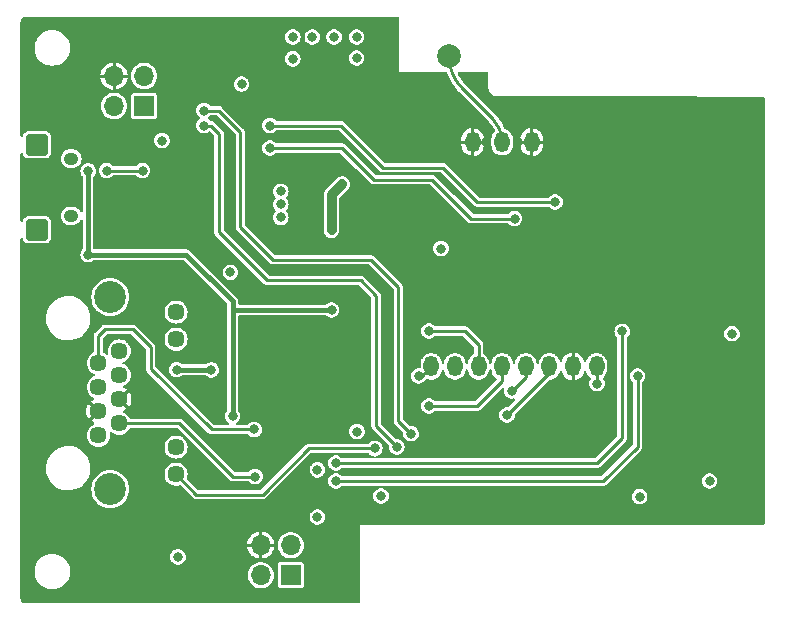
<source format=gbl>
G04 #@! TF.GenerationSoftware,KiCad,Pcbnew,(7.0.0-0)*
G04 #@! TF.CreationDate,2023-06-06T23:20:23+02:00*
G04 #@! TF.ProjectId,ithowifi_4l,6974686f-7769-4666-995f-346c2e6b6963,rev?*
G04 #@! TF.SameCoordinates,Original*
G04 #@! TF.FileFunction,Copper,L4,Bot*
G04 #@! TF.FilePolarity,Positive*
%FSLAX46Y46*%
G04 Gerber Fmt 4.6, Leading zero omitted, Abs format (unit mm)*
G04 Created by KiCad (PCBNEW (7.0.0-0)) date 2023-06-06 23:20:23*
%MOMM*%
%LPD*%
G01*
G04 APERTURE LIST*
G04 Aperture macros list*
%AMRoundRect*
0 Rectangle with rounded corners*
0 $1 Rounding radius*
0 $2 $3 $4 $5 $6 $7 $8 $9 X,Y pos of 4 corners*
0 Add a 4 corners polygon primitive as box body*
4,1,4,$2,$3,$4,$5,$6,$7,$8,$9,$2,$3,0*
0 Add four circle primitives for the rounded corners*
1,1,$1+$1,$2,$3*
1,1,$1+$1,$4,$5*
1,1,$1+$1,$6,$7*
1,1,$1+$1,$8,$9*
0 Add four rect primitives between the rounded corners*
20,1,$1+$1,$2,$3,$4,$5,0*
20,1,$1+$1,$4,$5,$6,$7,0*
20,1,$1+$1,$6,$7,$8,$9,0*
20,1,$1+$1,$8,$9,$2,$3,0*%
G04 Aperture macros list end*
G04 #@! TA.AperFunction,ComponentPad*
%ADD10R,1.700000X1.700000*%
G04 #@! TD*
G04 #@! TA.AperFunction,ComponentPad*
%ADD11O,1.700000X1.700000*%
G04 #@! TD*
G04 #@! TA.AperFunction,ComponentPad*
%ADD12RoundRect,0.273000X-0.677000X0.637000X-0.677000X-0.637000X0.677000X-0.637000X0.677000X0.637000X0*%
G04 #@! TD*
G04 #@! TA.AperFunction,ComponentPad*
%ADD13O,1.250000X1.050000*%
G04 #@! TD*
G04 #@! TA.AperFunction,ComponentPad*
%ADD14C,1.446000*%
G04 #@! TD*
G04 #@! TA.AperFunction,ComponentPad*
%ADD15C,2.700000*%
G04 #@! TD*
G04 #@! TA.AperFunction,ComponentPad*
%ADD16C,2.000000*%
G04 #@! TD*
G04 #@! TA.AperFunction,SMDPad,CuDef*
%ADD17O,1.300000X1.750000*%
G04 #@! TD*
G04 #@! TA.AperFunction,ViaPad*
%ADD18C,0.800000*%
G04 #@! TD*
G04 #@! TA.AperFunction,Conductor*
%ADD19C,0.406400*%
G04 #@! TD*
G04 #@! TA.AperFunction,Conductor*
%ADD20C,0.812800*%
G04 #@! TD*
G04 #@! TA.AperFunction,Conductor*
%ADD21C,0.254000*%
G04 #@! TD*
G04 #@! TA.AperFunction,Conductor*
%ADD22C,0.293370*%
G04 #@! TD*
G04 APERTURE END LIST*
D10*
X75666599Y-154025599D03*
D11*
X73126599Y-154025599D03*
X75666599Y-151485599D03*
X73126599Y-151485599D03*
D12*
X54178200Y-124768000D03*
D13*
X57078199Y-123592999D03*
D12*
X54178200Y-117568000D03*
D13*
X57078199Y-118742999D03*
D14*
X59372500Y-142176500D03*
X61152500Y-141156500D03*
X59372500Y-140136500D03*
X61152500Y-139116500D03*
X59372500Y-138096500D03*
X61152500Y-137076500D03*
X59372500Y-136056500D03*
X61152500Y-135036500D03*
X65962500Y-145466500D03*
X65962500Y-143176500D03*
X65962500Y-134036500D03*
X65962500Y-131746500D03*
D15*
X60392500Y-130476500D03*
X60392500Y-146736500D03*
D10*
X63245999Y-114299999D03*
D11*
X60705999Y-114299999D03*
X63245999Y-111759999D03*
X60705999Y-111759999D03*
D16*
X89052400Y-110032800D03*
D17*
X101569999Y-136347357D03*
X99569999Y-136347357D03*
X97569999Y-136347357D03*
X95569999Y-136347357D03*
X93569999Y-136347357D03*
X91569999Y-136347357D03*
X89569999Y-136347357D03*
X87569999Y-136347357D03*
X91069999Y-117347357D03*
X93569999Y-117347357D03*
X96069999Y-117347357D03*
D18*
X85039200Y-121531200D03*
X85039200Y-123731200D03*
X85039200Y-122631200D03*
X92202000Y-116078000D03*
X89027000Y-112776000D03*
X93599000Y-114935000D03*
X92710000Y-114046000D03*
X91567000Y-112903000D03*
X86995000Y-111887000D03*
X88265000Y-111887000D03*
X85598000Y-111887000D03*
X91694000Y-111887000D03*
X109270800Y-148844000D03*
X76225400Y-114427000D03*
X96578000Y-114173000D03*
X94488000Y-118745000D03*
X79121000Y-134112000D03*
X100177600Y-142824200D03*
X115062000Y-114173000D03*
X100177600Y-141300200D03*
X100177600Y-139750800D03*
X90043000Y-113919000D03*
X94488000Y-116078000D03*
X111838000Y-114173000D03*
X98679000Y-139750800D03*
X101678000Y-114173000D03*
X103378000Y-114173000D03*
X90551000Y-111887000D03*
X97155000Y-139725400D03*
X98679000Y-141300200D03*
X69088000Y-132969000D03*
X108438000Y-114173000D03*
X98278000Y-114173000D03*
X92202000Y-117348000D03*
X79121000Y-135255000D03*
X84201000Y-111887000D03*
X84201000Y-107442000D03*
X94878000Y-114173000D03*
X106738000Y-114173000D03*
X69088000Y-135255000D03*
X82473800Y-114325400D03*
X97155000Y-141274800D03*
X110138000Y-114173000D03*
X69088000Y-134112000D03*
X92710000Y-118745000D03*
X98679000Y-142824200D03*
X91059000Y-114935000D03*
X113538000Y-114173000D03*
X87630000Y-148590000D03*
X84201000Y-108966000D03*
X105038000Y-114173000D03*
X79121000Y-132969000D03*
X105308400Y-148640800D03*
X99978000Y-114173000D03*
X94869000Y-117348000D03*
X97155000Y-142798800D03*
X84201000Y-110490000D03*
X58510873Y-126883727D03*
X79121000Y-131572000D03*
X70739000Y-140538200D03*
X58510873Y-119790990D03*
X79121000Y-124815600D03*
X80010000Y-120904000D03*
X74828400Y-121531200D03*
X74828400Y-123731200D03*
X74828400Y-122631200D03*
X75844400Y-110299500D03*
X75844400Y-108458000D03*
X77495400Y-108458000D03*
X79336900Y-108458000D03*
X81241900Y-108458000D03*
X81241900Y-110236000D03*
X66120300Y-152467600D03*
X113030000Y-133578600D03*
X64770000Y-117221000D03*
X71501000Y-112445800D03*
X70561200Y-128371600D03*
X83312000Y-147320000D03*
X101600000Y-137795000D03*
X77927200Y-145097506D03*
X105206800Y-147370800D03*
X81280000Y-141859000D03*
X111125000Y-146050000D03*
X88392000Y-126365000D03*
X77927200Y-149098000D03*
X93980000Y-140462000D03*
X87376000Y-139700000D03*
X94361000Y-138430000D03*
X86487000Y-137160000D03*
X87376000Y-133350000D03*
X79502000Y-144526000D03*
X103733600Y-133375400D03*
X105029000Y-137160000D03*
X79502000Y-146050000D03*
X66014600Y-136626600D03*
X68943500Y-136634500D03*
X82778600Y-143281400D03*
X68326000Y-114681000D03*
X85852000Y-142036800D03*
X84658200Y-143154400D03*
X68326000Y-115951000D03*
X60071000Y-119761000D03*
X63119000Y-119761000D03*
X72644000Y-145669000D03*
X72567800Y-141681200D03*
X73914000Y-115951000D03*
X98044000Y-122428000D03*
X94615000Y-123825000D03*
X73914000Y-117856000D03*
D19*
X70739000Y-130810000D02*
X70739000Y-131572000D01*
D20*
X80010000Y-120904000D02*
X79121000Y-121793000D01*
D19*
X58510873Y-126883727D02*
X58510873Y-119790990D01*
X66812727Y-126883727D02*
X70739000Y-130810000D01*
D20*
X79121000Y-121793000D02*
X79121000Y-124815600D01*
D19*
X58510873Y-126883727D02*
X66812727Y-126883727D01*
X70739000Y-131572000D02*
X70739000Y-140538200D01*
X79121000Y-131572000D02*
X70739000Y-131572000D01*
D21*
X101570000Y-137765000D02*
X101600000Y-137795000D01*
X101570000Y-136347358D02*
X101570000Y-137765000D01*
D22*
X97570000Y-136872000D02*
X93980000Y-140462000D01*
X97570000Y-136347358D02*
X97570000Y-136872000D01*
X93570000Y-137570000D02*
X91440000Y-139700000D01*
X93570000Y-136347358D02*
X93570000Y-137570000D01*
X91440000Y-139700000D02*
X87376000Y-139700000D01*
X95570000Y-137221000D02*
X95570000Y-136347358D01*
X94361000Y-138430000D02*
X95570000Y-137221000D01*
D21*
X86757358Y-137160000D02*
X87570000Y-136347358D01*
X86487000Y-137160000D02*
X86757358Y-137160000D01*
D22*
X90424000Y-133350000D02*
X87376000Y-133350000D01*
X91570000Y-136347358D02*
X91570000Y-134496000D01*
X91570000Y-134496000D02*
X90424000Y-133350000D01*
X103733600Y-142392400D02*
X101600000Y-144526000D01*
X101600000Y-144526000D02*
X79502000Y-144526000D01*
X103733600Y-133375400D02*
X103733600Y-142392400D01*
X105029000Y-137160000D02*
X105029000Y-143129000D01*
X102108000Y-146050000D02*
X79502000Y-146050000D01*
X105029000Y-143129000D02*
X102108000Y-146050000D01*
D19*
X68943500Y-136634500D02*
X66022500Y-136634500D01*
X66022500Y-136634500D02*
X66014600Y-136626600D01*
D21*
X65962500Y-145466500D02*
X67689000Y-147193000D01*
X67689000Y-147193000D02*
X73279000Y-147193000D01*
X77190600Y-143281400D02*
X82778600Y-143281400D01*
X73279000Y-147193000D02*
X77190600Y-143281400D01*
X84759800Y-140944600D02*
X85852000Y-142036800D01*
X68326000Y-114681000D02*
X69570600Y-114681000D01*
X71374000Y-124536200D02*
X74168000Y-127330200D01*
X69570600Y-114681000D02*
X71374000Y-116484400D01*
X82473800Y-127330200D02*
X84759800Y-129616200D01*
X74168000Y-127330200D02*
X82473800Y-127330200D01*
X71374000Y-116484400D02*
X71374000Y-124536200D01*
X84759800Y-129616200D02*
X84759800Y-140944600D01*
D22*
X69596000Y-116636800D02*
X68910200Y-115951000D01*
X84658200Y-143154400D02*
X82905600Y-141401800D01*
X81584800Y-129057400D02*
X73685400Y-129057400D01*
X69596000Y-124968000D02*
X69596000Y-116636800D01*
X68910200Y-115951000D02*
X68326000Y-115951000D01*
X82905600Y-141401800D02*
X82905600Y-130378200D01*
X82905600Y-130378200D02*
X81584800Y-129057400D01*
X73685400Y-129057400D02*
X69596000Y-124968000D01*
D21*
X63119000Y-119761000D02*
X60071000Y-119761000D01*
D22*
X92741725Y-115347725D02*
X90201873Y-112807873D01*
X93570032Y-117347358D02*
G75*
G03*
X92741725Y-115347725I-2827932J-42D01*
G01*
X89052416Y-110032800D02*
G75*
G03*
X90201873Y-112807873I3924584J0D01*
G01*
X66226500Y-141156500D02*
X61152500Y-141156500D01*
X72644000Y-145669000D02*
X70739000Y-145669000D01*
X70739000Y-145669000D02*
X66226500Y-141156500D01*
X63804800Y-134721600D02*
X63804800Y-136525000D01*
X59944000Y-133197600D02*
X62280800Y-133197600D01*
X59372500Y-136056500D02*
X59372500Y-133769100D01*
X68961000Y-141681200D02*
X72567800Y-141681200D01*
X62280800Y-133197600D02*
X63804800Y-134721600D01*
X59372500Y-133769100D02*
X59944000Y-133197600D01*
X63804800Y-136525000D02*
X68961000Y-141681200D01*
D21*
X73914000Y-115951000D02*
X79883000Y-115951000D01*
X91440000Y-122428000D02*
X98044000Y-122428000D01*
X79883000Y-115951000D02*
X83439000Y-119507000D01*
X83439000Y-119507000D02*
X88519000Y-119507000D01*
X88519000Y-119507000D02*
X91440000Y-122428000D01*
D22*
X80010000Y-117856000D02*
X73914000Y-117856000D01*
X82677000Y-120523000D02*
X80010000Y-117856000D01*
X90932000Y-123825000D02*
X87630000Y-120523000D01*
X87630000Y-120523000D02*
X82677000Y-120523000D01*
X94615000Y-123825000D02*
X90932000Y-123825000D01*
G04 #@! TA.AperFunction,Conductor*
G36*
X84785700Y-106731978D02*
G01*
X84822522Y-106768800D01*
X84836000Y-106819100D01*
X84836000Y-111379000D01*
X88793150Y-111379000D01*
X88850852Y-111397194D01*
X88887683Y-111445194D01*
X88975940Y-111687685D01*
X88975944Y-111687695D01*
X88976695Y-111689758D01*
X88977621Y-111691745D01*
X88977622Y-111691746D01*
X89135401Y-112030109D01*
X89135406Y-112030118D01*
X89136329Y-112032098D01*
X89325191Y-112359223D01*
X89326444Y-112361013D01*
X89326452Y-112361025D01*
X89540588Y-112666846D01*
X89541846Y-112668642D01*
X89543240Y-112670304D01*
X89543249Y-112670315D01*
X89778839Y-112951085D01*
X89784643Y-112958002D01*
X89895861Y-113069222D01*
X89895865Y-113069227D01*
X89895870Y-113069232D01*
X89895871Y-113069233D01*
X92417261Y-115590622D01*
X92456054Y-115629415D01*
X92459930Y-115633515D01*
X92635622Y-115830110D01*
X92642656Y-115838930D01*
X92793599Y-116051659D01*
X92799601Y-116061211D01*
X92925775Y-116289498D01*
X92930670Y-116299662D01*
X92957727Y-116364982D01*
X92963932Y-116420517D01*
X92939546Y-116470794D01*
X92919013Y-116493599D01*
X92837741Y-116583860D01*
X92837737Y-116583864D01*
X92834214Y-116587778D01*
X92831580Y-116592339D01*
X92831575Y-116592347D01*
X92741783Y-116747870D01*
X92741778Y-116747880D01*
X92739147Y-116752438D01*
X92737520Y-116757444D01*
X92737516Y-116757454D01*
X92682020Y-116928253D01*
X92682018Y-116928260D01*
X92680392Y-116933266D01*
X92679841Y-116938503D01*
X92679841Y-116938506D01*
X92665774Y-117072341D01*
X92665773Y-117072358D01*
X92665500Y-117074957D01*
X92665500Y-117619759D01*
X92665773Y-117622358D01*
X92665774Y-117622374D01*
X92679841Y-117756209D01*
X92680392Y-117761450D01*
X92682019Y-117766457D01*
X92682020Y-117766462D01*
X92737516Y-117937261D01*
X92737519Y-117937268D01*
X92739147Y-117942278D01*
X92741780Y-117946839D01*
X92741783Y-117946845D01*
X92795139Y-118039259D01*
X92834214Y-118106938D01*
X92961438Y-118248235D01*
X92992887Y-118271084D01*
X93083702Y-118337066D01*
X93115259Y-118359993D01*
X93288955Y-118437327D01*
X93474933Y-118476858D01*
X93659796Y-118476858D01*
X93665067Y-118476858D01*
X93851045Y-118437327D01*
X94024741Y-118359993D01*
X94178562Y-118248235D01*
X94305786Y-118106938D01*
X94400853Y-117942278D01*
X94459608Y-117761450D01*
X94474500Y-117619759D01*
X94474500Y-117618230D01*
X95115200Y-117618230D01*
X95115457Y-117623313D01*
X95129405Y-117760474D01*
X95131449Y-117770419D01*
X95186525Y-117945957D01*
X95190531Y-117955295D01*
X95279817Y-118116156D01*
X95285618Y-118124490D01*
X95405455Y-118264083D01*
X95412820Y-118271084D01*
X95558303Y-118383696D01*
X95566924Y-118389070D01*
X95732098Y-118470091D01*
X95741628Y-118473621D01*
X95919730Y-118519735D01*
X95929455Y-118521226D01*
X95940066Y-118518858D01*
X95943000Y-118508267D01*
X95943000Y-118504300D01*
X96197000Y-118504300D01*
X96200194Y-118515118D01*
X96211374Y-118516638D01*
X96305511Y-118502217D01*
X96315342Y-118499672D01*
X96487872Y-118435774D01*
X96496989Y-118431302D01*
X96653118Y-118333985D01*
X96661153Y-118327765D01*
X96794502Y-118201008D01*
X96801109Y-118193313D01*
X96906215Y-118042302D01*
X96911144Y-118033421D01*
X96983695Y-117864357D01*
X96986737Y-117854663D01*
X97023773Y-117674446D01*
X97024800Y-117664351D01*
X97024800Y-117487602D01*
X97022001Y-117477156D01*
X97011556Y-117474358D01*
X96210244Y-117474358D01*
X96199798Y-117477156D01*
X96197000Y-117487602D01*
X96197000Y-118504300D01*
X95943000Y-118504300D01*
X95943000Y-117487602D01*
X95940201Y-117477156D01*
X95929756Y-117474358D01*
X95128444Y-117474358D01*
X95117998Y-117477156D01*
X95115200Y-117487602D01*
X95115200Y-117618230D01*
X94474500Y-117618230D01*
X94474500Y-117207114D01*
X95115200Y-117207114D01*
X95117998Y-117217559D01*
X95128444Y-117220358D01*
X95929756Y-117220358D01*
X95940201Y-117217559D01*
X95943000Y-117207114D01*
X96197000Y-117207114D01*
X96199798Y-117217559D01*
X96210244Y-117220358D01*
X97011556Y-117220358D01*
X97022001Y-117217559D01*
X97024800Y-117207114D01*
X97024800Y-117076487D01*
X97024542Y-117071402D01*
X97010594Y-116934241D01*
X97008550Y-116924296D01*
X96953474Y-116748758D01*
X96949468Y-116739420D01*
X96860182Y-116578559D01*
X96854381Y-116570225D01*
X96734544Y-116430632D01*
X96727179Y-116423631D01*
X96581696Y-116311019D01*
X96573075Y-116305645D01*
X96407901Y-116224624D01*
X96398371Y-116221094D01*
X96220269Y-116174980D01*
X96210544Y-116173489D01*
X96199933Y-116175857D01*
X96197000Y-116186449D01*
X96197000Y-117207114D01*
X95943000Y-117207114D01*
X95943000Y-116190416D01*
X95939805Y-116179597D01*
X95928625Y-116178077D01*
X95834488Y-116192498D01*
X95824657Y-116195043D01*
X95652127Y-116258941D01*
X95643010Y-116263413D01*
X95486881Y-116360730D01*
X95478846Y-116366950D01*
X95345497Y-116493707D01*
X95338890Y-116501402D01*
X95233784Y-116652413D01*
X95228855Y-116661294D01*
X95156304Y-116830358D01*
X95153262Y-116840052D01*
X95116226Y-117020269D01*
X95115200Y-117030365D01*
X95115200Y-117207114D01*
X94474500Y-117207114D01*
X94474500Y-117074957D01*
X94459608Y-116933266D01*
X94411043Y-116783799D01*
X94402483Y-116757454D01*
X94402482Y-116757452D01*
X94400853Y-116752438D01*
X94358107Y-116678401D01*
X94308424Y-116592347D01*
X94308423Y-116592346D01*
X94305786Y-116587778D01*
X94178562Y-116446481D01*
X94155464Y-116429699D01*
X94029010Y-116337824D01*
X94029005Y-116337821D01*
X94024741Y-116334723D01*
X94019925Y-116332578D01*
X94019922Y-116332577D01*
X93855855Y-116259530D01*
X93855850Y-116259528D01*
X93851045Y-116257389D01*
X93845895Y-116256294D01*
X93845894Y-116256294D01*
X93831243Y-116253180D01*
X93787832Y-116232124D01*
X93759217Y-116193276D01*
X93758032Y-116190416D01*
X93664689Y-115965070D01*
X93515124Y-115685263D01*
X93338854Y-115421464D01*
X93331446Y-115412438D01*
X93139137Y-115178114D01*
X93139136Y-115178113D01*
X93137576Y-115176212D01*
X93025402Y-115064041D01*
X93015861Y-115054500D01*
X90487286Y-112525924D01*
X90483902Y-112522370D01*
X90256669Y-112271651D01*
X90250415Y-112264030D01*
X90050331Y-111994243D01*
X90044846Y-111986034D01*
X89872172Y-111697943D01*
X89867518Y-111689236D01*
X89788712Y-111522611D01*
X89779243Y-111473430D01*
X89794662Y-111425779D01*
X89831147Y-111391467D01*
X89879654Y-111379000D01*
X92254486Y-111379000D01*
X92304797Y-111392484D01*
X92341620Y-111429321D01*
X92355085Y-111479634D01*
X92354899Y-111994243D01*
X92354699Y-112545203D01*
X92354668Y-112547672D01*
X92352722Y-112625754D01*
X92352722Y-112625760D01*
X92352607Y-112630393D01*
X92353342Y-112634970D01*
X92353343Y-112634972D01*
X92371915Y-112750496D01*
X92379354Y-112796763D01*
X92380908Y-112801111D01*
X92380909Y-112801115D01*
X92434506Y-112951085D01*
X92434508Y-112951090D01*
X92436063Y-112955440D01*
X92438387Y-112959434D01*
X92438388Y-112959435D01*
X92455893Y-112989513D01*
X92520824Y-113101077D01*
X92630781Y-113228764D01*
X92762226Y-113334199D01*
X92766303Y-113336385D01*
X92766306Y-113336387D01*
X92820364Y-113365373D01*
X92910731Y-113413828D01*
X93071290Y-113464968D01*
X93238492Y-113485895D01*
X93318111Y-113481125D01*
X93324120Y-113480946D01*
X109656805Y-113481803D01*
X109656806Y-113481804D01*
X109656805Y-113486028D01*
X109656808Y-113486028D01*
X109656808Y-113481806D01*
X109672975Y-113481805D01*
X109673216Y-113481837D01*
X109673216Y-113481843D01*
X109736073Y-113481901D01*
X109858685Y-113454153D01*
X109965893Y-113403015D01*
X110015585Y-113393418D01*
X110063665Y-113409234D01*
X110097958Y-113446461D01*
X110109783Y-113495676D01*
X110109247Y-113524599D01*
X110109248Y-113524603D01*
X110109000Y-113538000D01*
X115680900Y-113538000D01*
X115731200Y-113551478D01*
X115768022Y-113588300D01*
X115781500Y-113638600D01*
X115781500Y-149667400D01*
X115768022Y-149717700D01*
X115731200Y-149754522D01*
X115680900Y-149768000D01*
X81532000Y-149768000D01*
X81532000Y-149781244D01*
X81532000Y-156316900D01*
X81518522Y-156367200D01*
X81481700Y-156404022D01*
X81431400Y-156417500D01*
X53238591Y-156417500D01*
X53225460Y-156416639D01*
X53128792Y-156403912D01*
X53103425Y-156397115D01*
X53019487Y-156362347D01*
X52996743Y-156349216D01*
X52924660Y-156293904D01*
X52906095Y-156275339D01*
X52850781Y-156203252D01*
X52837654Y-156180516D01*
X52802884Y-156096574D01*
X52796087Y-156071206D01*
X52783361Y-155974539D01*
X52782500Y-155961409D01*
X52782500Y-153828335D01*
X53981500Y-153828335D01*
X53982182Y-153832423D01*
X53982183Y-153832433D01*
X54021744Y-154069513D01*
X54021745Y-154069520D01*
X54022429Y-154073614D01*
X54103172Y-154308810D01*
X54221526Y-154527509D01*
X54224070Y-154530778D01*
X54224075Y-154530785D01*
X54364377Y-154711044D01*
X54374262Y-154723744D01*
X54557215Y-154892164D01*
X54560696Y-154894438D01*
X54560697Y-154894439D01*
X54570228Y-154900666D01*
X54765393Y-155028173D01*
X54993119Y-155128063D01*
X54997143Y-155129082D01*
X54997146Y-155129083D01*
X55073933Y-155148528D01*
X55234179Y-155189108D01*
X55419933Y-155204500D01*
X55541982Y-155204500D01*
X55544067Y-155204500D01*
X55729821Y-155189108D01*
X55970881Y-155128063D01*
X56198607Y-155028173D01*
X56406785Y-154892164D01*
X56589738Y-154723744D01*
X56742474Y-154527509D01*
X56860828Y-154308810D01*
X56941571Y-154073614D01*
X56949583Y-154025600D01*
X72017368Y-154025600D01*
X72017797Y-154030230D01*
X72022181Y-154077546D01*
X72036255Y-154229421D01*
X72037525Y-154233886D01*
X72037526Y-154233889D01*
X72059885Y-154312474D01*
X72092272Y-154426301D01*
X72094342Y-154430459D01*
X72094344Y-154430463D01*
X72181438Y-154605371D01*
X72181440Y-154605375D01*
X72183512Y-154609535D01*
X72186309Y-154613239D01*
X72186311Y-154613242D01*
X72269758Y-154723744D01*
X72306868Y-154772885D01*
X72310299Y-154776013D01*
X72310303Y-154776017D01*
X72434622Y-154889348D01*
X72458138Y-154910786D01*
X72632173Y-155018544D01*
X72769273Y-155071657D01*
X72818712Y-155090810D01*
X72818714Y-155090810D01*
X72823044Y-155092488D01*
X73024253Y-155130100D01*
X73224293Y-155130100D01*
X73228947Y-155130100D01*
X73430156Y-155092488D01*
X73621027Y-155018544D01*
X73795062Y-154910786D01*
X73811570Y-154895737D01*
X74562100Y-154895737D01*
X74562101Y-154900666D01*
X74563063Y-154905504D01*
X74563064Y-154905511D01*
X74574933Y-154965182D01*
X74576866Y-154974901D01*
X74633116Y-155059084D01*
X74641352Y-155064587D01*
X74684384Y-155093341D01*
X74717299Y-155115334D01*
X74791533Y-155130100D01*
X76541666Y-155130099D01*
X76615901Y-155115334D01*
X76700084Y-155059084D01*
X76756334Y-154974901D01*
X76771100Y-154900667D01*
X76771099Y-153150534D01*
X76756334Y-153076299D01*
X76700084Y-152992116D01*
X76652602Y-152960389D01*
X76624139Y-152941370D01*
X76624136Y-152941369D01*
X76615901Y-152935866D01*
X76606185Y-152933933D01*
X76606182Y-152933932D01*
X76546518Y-152922065D01*
X76541667Y-152921100D01*
X76536720Y-152921100D01*
X74796472Y-152921100D01*
X74796461Y-152921100D01*
X74791534Y-152921101D01*
X74786696Y-152922063D01*
X74786688Y-152922064D01*
X74727016Y-152933933D01*
X74727014Y-152933933D01*
X74717299Y-152935866D01*
X74709063Y-152941368D01*
X74709063Y-152941369D01*
X74641352Y-152986612D01*
X74641349Y-152986614D01*
X74633116Y-152992116D01*
X74627614Y-153000349D01*
X74627612Y-153000352D01*
X74582370Y-153068060D01*
X74582369Y-153068063D01*
X74576866Y-153076299D01*
X74574933Y-153086012D01*
X74574932Y-153086017D01*
X74564600Y-153137964D01*
X74562100Y-153150533D01*
X74562100Y-153155478D01*
X74562100Y-153155479D01*
X74562100Y-154895727D01*
X74562100Y-154895737D01*
X73811570Y-154895737D01*
X73946332Y-154772885D01*
X74069688Y-154609535D01*
X74160928Y-154426301D01*
X74216945Y-154229421D01*
X74235832Y-154025600D01*
X74216945Y-153821779D01*
X74160928Y-153624899D01*
X74069688Y-153441665D01*
X73946332Y-153278315D01*
X73942899Y-153275185D01*
X73942896Y-153275182D01*
X73798500Y-153143548D01*
X73798499Y-153143547D01*
X73795062Y-153140414D01*
X73791110Y-153137967D01*
X73791106Y-153137964D01*
X73624979Y-153035103D01*
X73621027Y-153032656D01*
X73615693Y-153030589D01*
X73434487Y-152960389D01*
X73434478Y-152960386D01*
X73430156Y-152958712D01*
X73370095Y-152947484D01*
X73233522Y-152921955D01*
X73233519Y-152921954D01*
X73228947Y-152921100D01*
X73024253Y-152921100D01*
X73019681Y-152921954D01*
X73019677Y-152921955D01*
X72827612Y-152957858D01*
X72827610Y-152957858D01*
X72823044Y-152958712D01*
X72818723Y-152960385D01*
X72818712Y-152960389D01*
X72636506Y-153030977D01*
X72636502Y-153030978D01*
X72632173Y-153032656D01*
X72628224Y-153035100D01*
X72628220Y-153035103D01*
X72462093Y-153137964D01*
X72462084Y-153137970D01*
X72458138Y-153140414D01*
X72454705Y-153143542D01*
X72454699Y-153143548D01*
X72310303Y-153275182D01*
X72310294Y-153275191D01*
X72306868Y-153278315D01*
X72304071Y-153282017D01*
X72304067Y-153282023D01*
X72186311Y-153437957D01*
X72186305Y-153437965D01*
X72183512Y-153441665D01*
X72181443Y-153445819D01*
X72181438Y-153445828D01*
X72094344Y-153620736D01*
X72094340Y-153620744D01*
X72092272Y-153624899D01*
X72091002Y-153629359D01*
X72091000Y-153629367D01*
X72037526Y-153817310D01*
X72037524Y-153817315D01*
X72036255Y-153821779D01*
X72035826Y-153826401D01*
X72035826Y-153826405D01*
X72017797Y-154020970D01*
X72017368Y-154025600D01*
X56949583Y-154025600D01*
X56982500Y-153828335D01*
X56982500Y-153579665D01*
X56941571Y-153334386D01*
X56860828Y-153099190D01*
X56742474Y-152880491D01*
X56739927Y-152877218D01*
X56739924Y-152877214D01*
X56592293Y-152687539D01*
X56589738Y-152684256D01*
X56406785Y-152515836D01*
X56403305Y-152513562D01*
X56403302Y-152513560D01*
X56332954Y-152467600D01*
X65460993Y-152467600D01*
X65461726Y-152473637D01*
X65479417Y-152619343D01*
X65479418Y-152619348D01*
X65480151Y-152625382D01*
X65482305Y-152631062D01*
X65482307Y-152631069D01*
X65534355Y-152768307D01*
X65534357Y-152768312D01*
X65536513Y-152773995D01*
X65539968Y-152779001D01*
X65539970Y-152779004D01*
X65623344Y-152899792D01*
X65623346Y-152899794D01*
X65626802Y-152904801D01*
X65745771Y-153010199D01*
X65886507Y-153084063D01*
X66040829Y-153122100D01*
X66193683Y-153122100D01*
X66199771Y-153122100D01*
X66354093Y-153084063D01*
X66494829Y-153010199D01*
X66613798Y-152904801D01*
X66704087Y-152773995D01*
X66760449Y-152625382D01*
X66779607Y-152467600D01*
X66760449Y-152309818D01*
X66748729Y-152278916D01*
X66706244Y-152166892D01*
X66706243Y-152166890D01*
X66704087Y-152161205D01*
X66661726Y-152099835D01*
X66617255Y-152035407D01*
X66617253Y-152035405D01*
X66613798Y-152030399D01*
X66494829Y-151925001D01*
X66489441Y-151922173D01*
X66489438Y-151922171D01*
X66359478Y-151853963D01*
X66359476Y-151853962D01*
X66354093Y-151851137D01*
X66348192Y-151849682D01*
X66348188Y-151849681D01*
X66205680Y-151814556D01*
X66205676Y-151814555D01*
X66199771Y-151813100D01*
X66040829Y-151813100D01*
X66034924Y-151814555D01*
X66034919Y-151814556D01*
X65892411Y-151849681D01*
X65892405Y-151849683D01*
X65886507Y-151851137D01*
X65881126Y-151853960D01*
X65881121Y-151853963D01*
X65751161Y-151922171D01*
X65751154Y-151922175D01*
X65745771Y-151925001D01*
X65741218Y-151929034D01*
X65741213Y-151929038D01*
X65631357Y-152026363D01*
X65631354Y-152026365D01*
X65626802Y-152030399D01*
X65623349Y-152035400D01*
X65623344Y-152035407D01*
X65539970Y-152156195D01*
X65539966Y-152156202D01*
X65536513Y-152161205D01*
X65534359Y-152166883D01*
X65534355Y-152166892D01*
X65482307Y-152304130D01*
X65482304Y-152304138D01*
X65480151Y-152309818D01*
X65479418Y-152315849D01*
X65479417Y-152315856D01*
X65471853Y-152378157D01*
X65460993Y-152467600D01*
X56332954Y-152467600D01*
X56250219Y-152413547D01*
X56198607Y-152379827D01*
X56194806Y-152378159D01*
X56194801Y-152378157D01*
X55974686Y-152281606D01*
X55974685Y-152281605D01*
X55970881Y-152279937D01*
X55966863Y-152278919D01*
X55966853Y-152278916D01*
X55733854Y-152219913D01*
X55733850Y-152219912D01*
X55729821Y-152218892D01*
X55725678Y-152218548D01*
X55725668Y-152218547D01*
X55546150Y-152203672D01*
X55546135Y-152203671D01*
X55544067Y-152203500D01*
X55419933Y-152203500D01*
X55417865Y-152203671D01*
X55417849Y-152203672D01*
X55238331Y-152218547D01*
X55238319Y-152218548D01*
X55234179Y-152218892D01*
X55230151Y-152219911D01*
X55230145Y-152219913D01*
X54997146Y-152278916D01*
X54997132Y-152278920D01*
X54993119Y-152279937D01*
X54989317Y-152281604D01*
X54989313Y-152281606D01*
X54769198Y-152378157D01*
X54769188Y-152378162D01*
X54765393Y-152379827D01*
X54761914Y-152382099D01*
X54761912Y-152382101D01*
X54560697Y-152513560D01*
X54560688Y-152513566D01*
X54557215Y-152515836D01*
X54554163Y-152518645D01*
X54554156Y-152518651D01*
X54377323Y-152681438D01*
X54374262Y-152684256D01*
X54371710Y-152687533D01*
X54371706Y-152687539D01*
X54224075Y-152877214D01*
X54224066Y-152877226D01*
X54221526Y-152880491D01*
X54219551Y-152884140D01*
X54219548Y-152884145D01*
X54105155Y-153095525D01*
X54103172Y-153099190D01*
X54101820Y-153103125D01*
X54101819Y-153103130D01*
X54083850Y-153155472D01*
X54022429Y-153334386D01*
X54021746Y-153338476D01*
X54021744Y-153338486D01*
X53982183Y-153575566D01*
X53982182Y-153575577D01*
X53981500Y-153579665D01*
X53981500Y-153828335D01*
X52782500Y-153828335D01*
X52782500Y-151626571D01*
X71979915Y-151626571D01*
X71986171Y-151694075D01*
X71987871Y-151703172D01*
X72043896Y-151900080D01*
X72047240Y-151908711D01*
X72138489Y-152091964D01*
X72143362Y-152099835D01*
X72266736Y-152263208D01*
X72272972Y-152270049D01*
X72424257Y-152407963D01*
X72431651Y-152413547D01*
X72605703Y-152521315D01*
X72613989Y-152525441D01*
X72804883Y-152599394D01*
X72813792Y-152601928D01*
X72985028Y-152633939D01*
X72996323Y-152632716D01*
X72999600Y-152621839D01*
X73253600Y-152621839D01*
X73256876Y-152632716D01*
X73268171Y-152633939D01*
X73439407Y-152601928D01*
X73448316Y-152599394D01*
X73639210Y-152525441D01*
X73647496Y-152521315D01*
X73821548Y-152413547D01*
X73828942Y-152407963D01*
X73980227Y-152270049D01*
X73986463Y-152263208D01*
X74109837Y-152099835D01*
X74114710Y-152091964D01*
X74205959Y-151908711D01*
X74209303Y-151900080D01*
X74265328Y-151703172D01*
X74267028Y-151694075D01*
X74273284Y-151626571D01*
X74271241Y-151615643D01*
X74260545Y-151612600D01*
X73266844Y-151612600D01*
X73256398Y-151615398D01*
X73253600Y-151625844D01*
X73253600Y-152621839D01*
X72999600Y-152621839D01*
X72999600Y-151625844D01*
X72996801Y-151615398D01*
X72986356Y-151612600D01*
X71992655Y-151612600D01*
X71981958Y-151615643D01*
X71979915Y-151626571D01*
X52782500Y-151626571D01*
X52782500Y-151485600D01*
X74557368Y-151485600D01*
X74557797Y-151490230D01*
X74570363Y-151625844D01*
X74576255Y-151689421D01*
X74577525Y-151693886D01*
X74577526Y-151693889D01*
X74621852Y-151849681D01*
X74632272Y-151886301D01*
X74634342Y-151890459D01*
X74634344Y-151890463D01*
X74721438Y-152065371D01*
X74721440Y-152065375D01*
X74723512Y-152069535D01*
X74726309Y-152073239D01*
X74726311Y-152073242D01*
X74824807Y-152203672D01*
X74846868Y-152232885D01*
X74850299Y-152236013D01*
X74850303Y-152236017D01*
X74994699Y-152367651D01*
X74998138Y-152370786D01*
X75002091Y-152373234D01*
X75002093Y-152373235D01*
X75016412Y-152382101D01*
X75172173Y-152478544D01*
X75293228Y-152525441D01*
X75358712Y-152550810D01*
X75358714Y-152550810D01*
X75363044Y-152552488D01*
X75564253Y-152590100D01*
X75764293Y-152590100D01*
X75768947Y-152590100D01*
X75970156Y-152552488D01*
X76161027Y-152478544D01*
X76335062Y-152370786D01*
X76486332Y-152232885D01*
X76609688Y-152069535D01*
X76700928Y-151886301D01*
X76756945Y-151689421D01*
X76775832Y-151485600D01*
X76756945Y-151281779D01*
X76700928Y-151084899D01*
X76609688Y-150901665D01*
X76486332Y-150738315D01*
X76482899Y-150735185D01*
X76482896Y-150735182D01*
X76338500Y-150603548D01*
X76338499Y-150603547D01*
X76335062Y-150600414D01*
X76331110Y-150597967D01*
X76331106Y-150597964D01*
X76164979Y-150495103D01*
X76161027Y-150492656D01*
X76155693Y-150490589D01*
X75974487Y-150420389D01*
X75974478Y-150420386D01*
X75970156Y-150418712D01*
X75910095Y-150407484D01*
X75773522Y-150381955D01*
X75773519Y-150381954D01*
X75768947Y-150381100D01*
X75564253Y-150381100D01*
X75559681Y-150381954D01*
X75559677Y-150381955D01*
X75367612Y-150417858D01*
X75367610Y-150417858D01*
X75363044Y-150418712D01*
X75358723Y-150420385D01*
X75358712Y-150420389D01*
X75176506Y-150490977D01*
X75176502Y-150490978D01*
X75172173Y-150492656D01*
X75168224Y-150495100D01*
X75168220Y-150495103D01*
X75002093Y-150597964D01*
X75002084Y-150597970D01*
X74998138Y-150600414D01*
X74994705Y-150603542D01*
X74994699Y-150603548D01*
X74850303Y-150735182D01*
X74850294Y-150735191D01*
X74846868Y-150738315D01*
X74844071Y-150742017D01*
X74844067Y-150742023D01*
X74726311Y-150897957D01*
X74726305Y-150897965D01*
X74723512Y-150901665D01*
X74721443Y-150905819D01*
X74721438Y-150905828D01*
X74634344Y-151080736D01*
X74634340Y-151080744D01*
X74632272Y-151084899D01*
X74631002Y-151089359D01*
X74631000Y-151089367D01*
X74577526Y-151277310D01*
X74577524Y-151277315D01*
X74576255Y-151281779D01*
X74575826Y-151286401D01*
X74575826Y-151286405D01*
X74569418Y-151355556D01*
X74557368Y-151485600D01*
X52782500Y-151485600D01*
X52782500Y-151344628D01*
X71979915Y-151344628D01*
X71981958Y-151355556D01*
X71992655Y-151358600D01*
X72986356Y-151358600D01*
X72996801Y-151355801D01*
X72999600Y-151345356D01*
X73253600Y-151345356D01*
X73256398Y-151355801D01*
X73266844Y-151358600D01*
X74260545Y-151358600D01*
X74271241Y-151355556D01*
X74273284Y-151344628D01*
X74267028Y-151277124D01*
X74265328Y-151268027D01*
X74209303Y-151071119D01*
X74205959Y-151062488D01*
X74114710Y-150879235D01*
X74109837Y-150871364D01*
X73986463Y-150707991D01*
X73980227Y-150701150D01*
X73828942Y-150563236D01*
X73821548Y-150557652D01*
X73647496Y-150449884D01*
X73639210Y-150445758D01*
X73448316Y-150371805D01*
X73439407Y-150369271D01*
X73268171Y-150337260D01*
X73256876Y-150338483D01*
X73253600Y-150349361D01*
X73253600Y-151345356D01*
X72999600Y-151345356D01*
X72999600Y-150349361D01*
X72996323Y-150338483D01*
X72985028Y-150337260D01*
X72813792Y-150369271D01*
X72804883Y-150371805D01*
X72613989Y-150445758D01*
X72605703Y-150449884D01*
X72431651Y-150557652D01*
X72424257Y-150563236D01*
X72272972Y-150701150D01*
X72266736Y-150707991D01*
X72143362Y-150871364D01*
X72138489Y-150879235D01*
X72047240Y-151062488D01*
X72043896Y-151071119D01*
X71987871Y-151268027D01*
X71986171Y-151277124D01*
X71979915Y-151344628D01*
X52782500Y-151344628D01*
X52782500Y-149098000D01*
X77267893Y-149098000D01*
X77268626Y-149104037D01*
X77286317Y-149249743D01*
X77286318Y-149249748D01*
X77287051Y-149255782D01*
X77289205Y-149261462D01*
X77289207Y-149261469D01*
X77341255Y-149398707D01*
X77341257Y-149398712D01*
X77343413Y-149404395D01*
X77346868Y-149409401D01*
X77346870Y-149409404D01*
X77430244Y-149530192D01*
X77430246Y-149530194D01*
X77433702Y-149535201D01*
X77552671Y-149640599D01*
X77693407Y-149714463D01*
X77847729Y-149752500D01*
X78000583Y-149752500D01*
X78006671Y-149752500D01*
X78160993Y-149714463D01*
X78301729Y-149640599D01*
X78420698Y-149535201D01*
X78510987Y-149404395D01*
X78567349Y-149255782D01*
X78586507Y-149098000D01*
X78567349Y-148940218D01*
X78510987Y-148791605D01*
X78420698Y-148660799D01*
X78301729Y-148555401D01*
X78296341Y-148552573D01*
X78296338Y-148552571D01*
X78166378Y-148484363D01*
X78166376Y-148484362D01*
X78160993Y-148481537D01*
X78155092Y-148480082D01*
X78155088Y-148480081D01*
X78012580Y-148444956D01*
X78012576Y-148444955D01*
X78006671Y-148443500D01*
X77847729Y-148443500D01*
X77841824Y-148444955D01*
X77841819Y-148444956D01*
X77699311Y-148480081D01*
X77699305Y-148480083D01*
X77693407Y-148481537D01*
X77688026Y-148484360D01*
X77688021Y-148484363D01*
X77558061Y-148552571D01*
X77558054Y-148552575D01*
X77552671Y-148555401D01*
X77548118Y-148559434D01*
X77548113Y-148559438D01*
X77438257Y-148656763D01*
X77438254Y-148656765D01*
X77433702Y-148660799D01*
X77430249Y-148665800D01*
X77430244Y-148665807D01*
X77346870Y-148786595D01*
X77346866Y-148786602D01*
X77343413Y-148791605D01*
X77341259Y-148797283D01*
X77341255Y-148797292D01*
X77289207Y-148934530D01*
X77289204Y-148934538D01*
X77287051Y-148940218D01*
X77286318Y-148946249D01*
X77286317Y-148946256D01*
X77268626Y-149091963D01*
X77267893Y-149098000D01*
X52782500Y-149098000D01*
X52782500Y-145025180D01*
X54953238Y-145025180D01*
X54953638Y-145028822D01*
X54953639Y-145028829D01*
X54982862Y-145294424D01*
X54982863Y-145294433D01*
X54983264Y-145298071D01*
X54984191Y-145301617D01*
X54984192Y-145301622D01*
X55051773Y-145560123D01*
X55051775Y-145560129D01*
X55052704Y-145563682D01*
X55054140Y-145567061D01*
X55054142Y-145567067D01*
X55115368Y-145711142D01*
X55160077Y-145816352D01*
X55303095Y-146050696D01*
X55305447Y-146053522D01*
X55305449Y-146053525D01*
X55438556Y-146213469D01*
X55478709Y-146261718D01*
X55683177Y-146444923D01*
X55686242Y-146446951D01*
X55686245Y-146446953D01*
X55739509Y-146482192D01*
X55912141Y-146596404D01*
X56160721Y-146712933D01*
X56164232Y-146713989D01*
X56164234Y-146713990D01*
X56388422Y-146781438D01*
X56423619Y-146792027D01*
X56695231Y-146832000D01*
X56899214Y-146832000D01*
X56901047Y-146832000D01*
X57106305Y-146816977D01*
X57374275Y-146757284D01*
X57428617Y-146736500D01*
X58783039Y-146736500D01*
X58783349Y-146740439D01*
X58802543Y-146984334D01*
X58802544Y-146984344D01*
X58802854Y-146988275D01*
X58803776Y-146992118D01*
X58803777Y-146992120D01*
X58855444Y-147207330D01*
X58861812Y-147233851D01*
X58863322Y-147237498D01*
X58863324Y-147237502D01*
X58956948Y-147463532D01*
X58956953Y-147463541D01*
X58958460Y-147467180D01*
X58960518Y-147470539D01*
X58960521Y-147470544D01*
X59088352Y-147679145D01*
X59088356Y-147679150D01*
X59090419Y-147682517D01*
X59092987Y-147685524D01*
X59092988Y-147685525D01*
X59244222Y-147862599D01*
X59254439Y-147874561D01*
X59446483Y-148038581D01*
X59661820Y-148170540D01*
X59665463Y-148172049D01*
X59665467Y-148172051D01*
X59790718Y-148223931D01*
X59895149Y-148267188D01*
X60140725Y-148326146D01*
X60392500Y-148345961D01*
X60644275Y-148326146D01*
X60889851Y-148267188D01*
X61123180Y-148170540D01*
X61338517Y-148038581D01*
X61530561Y-147874561D01*
X61694581Y-147682517D01*
X61826540Y-147467180D01*
X61923188Y-147233851D01*
X61982146Y-146988275D01*
X62001961Y-146736500D01*
X61982146Y-146484725D01*
X61923188Y-146239149D01*
X61852187Y-146067738D01*
X61828051Y-146009467D01*
X61828049Y-146009463D01*
X61826540Y-146005820D01*
X61810965Y-145980404D01*
X61696647Y-145793854D01*
X61696645Y-145793851D01*
X61694581Y-145790483D01*
X61530561Y-145598439D01*
X61485698Y-145560123D01*
X61376079Y-145466500D01*
X64980270Y-145466500D01*
X64980754Y-145471414D01*
X64996970Y-145636067D01*
X64999143Y-145658124D01*
X65000576Y-145662849D01*
X65000578Y-145662857D01*
X65053603Y-145837655D01*
X65053605Y-145837661D01*
X65055038Y-145842383D01*
X65057363Y-145846732D01*
X65057366Y-145846740D01*
X65143476Y-146007840D01*
X65143479Y-146007844D01*
X65145806Y-146012198D01*
X65148937Y-146016013D01*
X65148939Y-146016016D01*
X65226264Y-146110236D01*
X65267959Y-146161041D01*
X65271779Y-146164176D01*
X65393622Y-146264171D01*
X65416802Y-146283194D01*
X65421157Y-146285522D01*
X65421159Y-146285523D01*
X65582259Y-146371633D01*
X65582262Y-146371634D01*
X65586617Y-146373962D01*
X65591343Y-146375395D01*
X65591344Y-146375396D01*
X65756150Y-146425390D01*
X65770876Y-146429857D01*
X65962500Y-146448730D01*
X66154124Y-146429857D01*
X66274590Y-146393312D01*
X66328232Y-146391996D01*
X66374924Y-146418446D01*
X67383883Y-147427406D01*
X67396966Y-147443517D01*
X67399879Y-147447976D01*
X67399881Y-147447978D01*
X67404440Y-147454956D01*
X67411016Y-147460074D01*
X67411017Y-147460075D01*
X67431054Y-147475670D01*
X67435429Y-147479533D01*
X67435473Y-147479482D01*
X67438646Y-147482169D01*
X67441591Y-147485114D01*
X67459229Y-147497706D01*
X67462540Y-147500176D01*
X67504915Y-147533158D01*
X67512554Y-147535780D01*
X67512559Y-147535782D01*
X67519131Y-147540475D01*
X67570604Y-147555799D01*
X67574508Y-147557049D01*
X67625339Y-147574500D01*
X67633416Y-147574500D01*
X67633418Y-147574500D01*
X67641159Y-147576805D01*
X67694804Y-147574586D01*
X67698963Y-147574500D01*
X73229000Y-147574500D01*
X73249643Y-147576640D01*
X73263017Y-147579445D01*
X73296485Y-147575273D01*
X73302310Y-147574911D01*
X73302305Y-147574844D01*
X73306454Y-147574500D01*
X73310611Y-147574500D01*
X73331977Y-147570934D01*
X73336036Y-147570342D01*
X73389360Y-147563696D01*
X73396618Y-147560147D01*
X73404586Y-147558818D01*
X73451836Y-147533246D01*
X73455492Y-147531365D01*
X73462300Y-147528037D01*
X73503746Y-147507776D01*
X73509456Y-147502065D01*
X73516562Y-147498220D01*
X73552962Y-147458677D01*
X73555795Y-147455725D01*
X73691520Y-147320000D01*
X82652693Y-147320000D01*
X82653426Y-147326037D01*
X82671117Y-147471743D01*
X82671118Y-147471748D01*
X82671851Y-147477782D01*
X82674005Y-147483462D01*
X82674007Y-147483469D01*
X82726055Y-147620707D01*
X82726057Y-147620712D01*
X82728213Y-147626395D01*
X82731668Y-147631401D01*
X82731670Y-147631404D01*
X82815044Y-147752192D01*
X82815046Y-147752194D01*
X82818502Y-147757201D01*
X82937471Y-147862599D01*
X82942860Y-147865427D01*
X82942861Y-147865428D01*
X82960263Y-147874561D01*
X83078207Y-147936463D01*
X83232529Y-147974500D01*
X83385383Y-147974500D01*
X83391471Y-147974500D01*
X83545793Y-147936463D01*
X83686529Y-147862599D01*
X83805498Y-147757201D01*
X83895787Y-147626395D01*
X83952149Y-147477782D01*
X83965139Y-147370800D01*
X104547493Y-147370800D01*
X104548226Y-147376837D01*
X104565917Y-147522543D01*
X104565918Y-147522548D01*
X104566651Y-147528582D01*
X104568805Y-147534262D01*
X104568807Y-147534269D01*
X104620855Y-147671507D01*
X104620857Y-147671512D01*
X104623013Y-147677195D01*
X104626468Y-147682201D01*
X104626470Y-147682204D01*
X104709844Y-147802992D01*
X104709846Y-147802994D01*
X104713302Y-147808001D01*
X104832271Y-147913399D01*
X104973007Y-147987263D01*
X105127329Y-148025300D01*
X105280183Y-148025300D01*
X105286271Y-148025300D01*
X105440593Y-147987263D01*
X105581329Y-147913399D01*
X105700298Y-147808001D01*
X105790587Y-147677195D01*
X105846949Y-147528582D01*
X105866107Y-147370800D01*
X105846949Y-147213018D01*
X105790587Y-147064405D01*
X105700298Y-146933599D01*
X105581329Y-146828201D01*
X105575941Y-146825373D01*
X105575938Y-146825371D01*
X105445978Y-146757163D01*
X105445976Y-146757162D01*
X105440593Y-146754337D01*
X105434692Y-146752882D01*
X105434688Y-146752881D01*
X105292180Y-146717756D01*
X105292176Y-146717755D01*
X105286271Y-146716300D01*
X105127329Y-146716300D01*
X105121424Y-146717755D01*
X105121419Y-146717756D01*
X104978911Y-146752881D01*
X104978905Y-146752883D01*
X104973007Y-146754337D01*
X104967626Y-146757160D01*
X104967621Y-146757163D01*
X104837661Y-146825371D01*
X104837654Y-146825375D01*
X104832271Y-146828201D01*
X104827718Y-146832234D01*
X104827713Y-146832238D01*
X104717857Y-146929563D01*
X104717854Y-146929565D01*
X104713302Y-146933599D01*
X104709849Y-146938600D01*
X104709844Y-146938607D01*
X104626470Y-147059395D01*
X104626466Y-147059402D01*
X104623013Y-147064405D01*
X104620859Y-147070083D01*
X104620855Y-147070092D01*
X104568807Y-147207330D01*
X104568804Y-147207338D01*
X104566651Y-147213018D01*
X104565918Y-147219049D01*
X104565917Y-147219056D01*
X104554394Y-147313963D01*
X104547493Y-147370800D01*
X83965139Y-147370800D01*
X83971307Y-147320000D01*
X83952149Y-147162218D01*
X83895787Y-147013605D01*
X83805498Y-146882799D01*
X83686529Y-146777401D01*
X83681141Y-146774573D01*
X83681138Y-146774571D01*
X83551178Y-146706363D01*
X83551176Y-146706362D01*
X83545793Y-146703537D01*
X83539892Y-146702082D01*
X83539888Y-146702081D01*
X83397380Y-146666956D01*
X83397376Y-146666955D01*
X83391471Y-146665500D01*
X83232529Y-146665500D01*
X83226624Y-146666955D01*
X83226619Y-146666956D01*
X83084111Y-146702081D01*
X83084105Y-146702083D01*
X83078207Y-146703537D01*
X83072826Y-146706360D01*
X83072821Y-146706363D01*
X82942861Y-146774571D01*
X82942854Y-146774575D01*
X82937471Y-146777401D01*
X82932918Y-146781434D01*
X82932913Y-146781438D01*
X82823057Y-146878763D01*
X82823054Y-146878765D01*
X82818502Y-146882799D01*
X82815049Y-146887800D01*
X82815044Y-146887807D01*
X82731670Y-147008595D01*
X82731666Y-147008602D01*
X82728213Y-147013605D01*
X82726059Y-147019283D01*
X82726055Y-147019292D01*
X82674007Y-147156530D01*
X82674004Y-147156538D01*
X82671851Y-147162218D01*
X82671118Y-147168249D01*
X82671117Y-147168256D01*
X82663153Y-147233851D01*
X82652693Y-147320000D01*
X73691520Y-147320000D01*
X74961521Y-146050000D01*
X78842693Y-146050000D01*
X78843426Y-146056037D01*
X78861117Y-146201743D01*
X78861118Y-146201748D01*
X78861851Y-146207782D01*
X78864005Y-146213462D01*
X78864007Y-146213469D01*
X78916055Y-146350707D01*
X78916057Y-146350712D01*
X78918213Y-146356395D01*
X78921668Y-146361401D01*
X78921670Y-146361404D01*
X79005044Y-146482192D01*
X79005046Y-146482194D01*
X79008502Y-146487201D01*
X79127471Y-146592599D01*
X79268207Y-146666463D01*
X79422529Y-146704500D01*
X79575383Y-146704500D01*
X79581471Y-146704500D01*
X79735793Y-146666463D01*
X79876529Y-146592599D01*
X79995498Y-146487201D01*
X79997547Y-146484231D01*
X80030412Y-146460048D01*
X80071701Y-146451185D01*
X102163625Y-146451185D01*
X102171541Y-146451185D01*
X102194416Y-146443752D01*
X102209756Y-146440069D01*
X102233518Y-146436306D01*
X102254953Y-146425383D01*
X102269521Y-146419348D01*
X102292405Y-146411914D01*
X102311866Y-146397773D01*
X102325318Y-146389530D01*
X102346750Y-146378611D01*
X102369350Y-146356010D01*
X102369354Y-146356008D01*
X102675362Y-146050000D01*
X110465693Y-146050000D01*
X110466426Y-146056037D01*
X110484117Y-146201743D01*
X110484118Y-146201748D01*
X110484851Y-146207782D01*
X110487005Y-146213462D01*
X110487007Y-146213469D01*
X110539055Y-146350707D01*
X110539057Y-146350712D01*
X110541213Y-146356395D01*
X110544668Y-146361401D01*
X110544670Y-146361404D01*
X110628044Y-146482192D01*
X110628046Y-146482194D01*
X110631502Y-146487201D01*
X110750471Y-146592599D01*
X110891207Y-146666463D01*
X111045529Y-146704500D01*
X111198383Y-146704500D01*
X111204471Y-146704500D01*
X111358793Y-146666463D01*
X111499529Y-146592599D01*
X111618498Y-146487201D01*
X111708787Y-146356395D01*
X111765149Y-146207782D01*
X111784307Y-146050000D01*
X111765149Y-145892218D01*
X111747901Y-145846740D01*
X111710944Y-145749292D01*
X111710943Y-145749290D01*
X111708787Y-145743605D01*
X111688331Y-145713969D01*
X111621955Y-145617807D01*
X111621953Y-145617805D01*
X111618498Y-145612799D01*
X111545518Y-145548144D01*
X111504086Y-145511438D01*
X111504085Y-145511437D01*
X111499529Y-145507401D01*
X111494141Y-145504573D01*
X111494138Y-145504571D01*
X111364178Y-145436363D01*
X111364176Y-145436362D01*
X111358793Y-145433537D01*
X111352892Y-145432082D01*
X111352888Y-145432081D01*
X111210380Y-145396956D01*
X111210376Y-145396955D01*
X111204471Y-145395500D01*
X111045529Y-145395500D01*
X111039624Y-145396955D01*
X111039619Y-145396956D01*
X110897111Y-145432081D01*
X110897105Y-145432083D01*
X110891207Y-145433537D01*
X110885826Y-145436360D01*
X110885821Y-145436363D01*
X110755861Y-145504571D01*
X110755854Y-145504575D01*
X110750471Y-145507401D01*
X110745918Y-145511434D01*
X110745913Y-145511438D01*
X110636057Y-145608763D01*
X110636054Y-145608765D01*
X110631502Y-145612799D01*
X110628049Y-145617800D01*
X110628044Y-145617807D01*
X110544670Y-145738595D01*
X110544666Y-145738602D01*
X110541213Y-145743605D01*
X110539059Y-145749283D01*
X110539055Y-145749292D01*
X110487007Y-145886530D01*
X110487004Y-145886538D01*
X110484851Y-145892218D01*
X110484118Y-145898249D01*
X110484117Y-145898256D01*
X110467108Y-146038343D01*
X110465693Y-146050000D01*
X102675362Y-146050000D01*
X105335008Y-143390354D01*
X105335010Y-143390350D01*
X105357611Y-143367750D01*
X105368530Y-143346318D01*
X105376776Y-143332863D01*
X105390914Y-143313405D01*
X105398348Y-143290521D01*
X105404383Y-143275953D01*
X105415306Y-143254518D01*
X105419069Y-143230756D01*
X105422752Y-143215416D01*
X105430185Y-143192541D01*
X105430185Y-143065459D01*
X105430185Y-137724261D01*
X105439048Y-137682974D01*
X105464074Y-137648961D01*
X105473728Y-137640407D01*
X105522498Y-137597201D01*
X105612787Y-137466395D01*
X105669149Y-137317782D01*
X105688307Y-137160000D01*
X105669149Y-137002218D01*
X105621099Y-136875523D01*
X105614944Y-136859292D01*
X105614943Y-136859290D01*
X105612787Y-136853605D01*
X105573980Y-136797383D01*
X105525955Y-136727807D01*
X105525953Y-136727805D01*
X105522498Y-136722799D01*
X105414091Y-136626758D01*
X105408086Y-136621438D01*
X105408085Y-136621437D01*
X105403529Y-136617401D01*
X105398141Y-136614573D01*
X105398138Y-136614571D01*
X105268178Y-136546363D01*
X105268176Y-136546362D01*
X105262793Y-136543537D01*
X105256892Y-136542082D01*
X105256888Y-136542081D01*
X105114380Y-136506956D01*
X105114376Y-136506955D01*
X105108471Y-136505500D01*
X104949529Y-136505500D01*
X104943624Y-136506955D01*
X104943619Y-136506956D01*
X104801111Y-136542081D01*
X104801105Y-136542083D01*
X104795207Y-136543537D01*
X104789826Y-136546360D01*
X104789821Y-136546363D01*
X104659861Y-136614571D01*
X104659854Y-136614575D01*
X104654471Y-136617401D01*
X104649918Y-136621434D01*
X104649913Y-136621438D01*
X104540057Y-136718763D01*
X104540054Y-136718765D01*
X104535502Y-136722799D01*
X104532049Y-136727800D01*
X104532044Y-136727807D01*
X104448670Y-136848595D01*
X104448666Y-136848602D01*
X104445213Y-136853605D01*
X104443059Y-136859283D01*
X104443055Y-136859292D01*
X104391007Y-136996530D01*
X104391004Y-136996538D01*
X104388851Y-137002218D01*
X104388118Y-137008249D01*
X104388117Y-137008256D01*
X104372954Y-137133143D01*
X104369693Y-137160000D01*
X104370426Y-137166037D01*
X104388117Y-137311743D01*
X104388118Y-137311748D01*
X104388851Y-137317782D01*
X104391005Y-137323462D01*
X104391007Y-137323469D01*
X104443055Y-137460707D01*
X104443057Y-137460712D01*
X104445213Y-137466395D01*
X104448668Y-137471401D01*
X104448670Y-137471404D01*
X104482031Y-137519735D01*
X104535502Y-137597201D01*
X104567586Y-137625625D01*
X104593926Y-137648961D01*
X104618952Y-137682974D01*
X104627815Y-137724261D01*
X104627815Y-142921153D01*
X104620157Y-142959651D01*
X104598350Y-142992288D01*
X101971288Y-145619350D01*
X101938651Y-145641157D01*
X101900153Y-145648815D01*
X80071701Y-145648815D01*
X80030412Y-145639952D01*
X79997547Y-145615768D01*
X79995498Y-145612799D01*
X79940057Y-145563682D01*
X79881086Y-145511438D01*
X79881085Y-145511437D01*
X79876529Y-145507401D01*
X79871141Y-145504573D01*
X79871138Y-145504571D01*
X79741178Y-145436363D01*
X79741176Y-145436362D01*
X79735793Y-145433537D01*
X79729892Y-145432082D01*
X79729888Y-145432081D01*
X79587380Y-145396956D01*
X79587376Y-145396955D01*
X79581471Y-145395500D01*
X79422529Y-145395500D01*
X79416624Y-145396955D01*
X79416619Y-145396956D01*
X79274111Y-145432081D01*
X79274105Y-145432083D01*
X79268207Y-145433537D01*
X79262826Y-145436360D01*
X79262821Y-145436363D01*
X79132861Y-145504571D01*
X79132854Y-145504575D01*
X79127471Y-145507401D01*
X79122918Y-145511434D01*
X79122913Y-145511438D01*
X79013057Y-145608763D01*
X79013054Y-145608765D01*
X79008502Y-145612799D01*
X79005049Y-145617800D01*
X79005044Y-145617807D01*
X78921670Y-145738595D01*
X78921666Y-145738602D01*
X78918213Y-145743605D01*
X78916059Y-145749283D01*
X78916055Y-145749292D01*
X78864007Y-145886530D01*
X78864004Y-145886538D01*
X78861851Y-145892218D01*
X78861118Y-145898249D01*
X78861117Y-145898256D01*
X78844108Y-146038343D01*
X78842693Y-146050000D01*
X74961521Y-146050000D01*
X75914015Y-145097506D01*
X77267893Y-145097506D01*
X77268626Y-145103543D01*
X77286317Y-145249249D01*
X77286318Y-145249254D01*
X77287051Y-145255288D01*
X77289205Y-145260968D01*
X77289207Y-145260975D01*
X77341255Y-145398213D01*
X77341257Y-145398218D01*
X77343413Y-145403901D01*
X77346868Y-145408907D01*
X77346870Y-145408910D01*
X77430244Y-145529698D01*
X77430246Y-145529700D01*
X77433702Y-145534707D01*
X77552671Y-145640105D01*
X77558060Y-145642933D01*
X77558061Y-145642934D01*
X77577627Y-145653203D01*
X77693407Y-145713969D01*
X77847729Y-145752006D01*
X78000583Y-145752006D01*
X78006671Y-145752006D01*
X78160993Y-145713969D01*
X78301729Y-145640105D01*
X78420698Y-145534707D01*
X78510987Y-145403901D01*
X78567349Y-145255288D01*
X78586507Y-145097506D01*
X78567349Y-144939724D01*
X78558724Y-144916983D01*
X78513144Y-144796798D01*
X78513143Y-144796796D01*
X78510987Y-144791111D01*
X78480686Y-144747212D01*
X78424155Y-144665313D01*
X78424153Y-144665311D01*
X78420698Y-144660305D01*
X78301729Y-144554907D01*
X78296341Y-144552079D01*
X78296338Y-144552077D01*
X78166378Y-144483869D01*
X78166376Y-144483868D01*
X78160993Y-144481043D01*
X78155092Y-144479588D01*
X78155088Y-144479587D01*
X78012580Y-144444462D01*
X78012576Y-144444461D01*
X78006671Y-144443006D01*
X77847729Y-144443006D01*
X77841824Y-144444461D01*
X77841819Y-144444462D01*
X77699311Y-144479587D01*
X77699305Y-144479589D01*
X77693407Y-144481043D01*
X77688026Y-144483866D01*
X77688021Y-144483869D01*
X77558061Y-144552077D01*
X77558054Y-144552081D01*
X77552671Y-144554907D01*
X77548118Y-144558940D01*
X77548113Y-144558944D01*
X77438257Y-144656269D01*
X77438254Y-144656271D01*
X77433702Y-144660305D01*
X77430249Y-144665306D01*
X77430244Y-144665313D01*
X77346870Y-144786101D01*
X77346866Y-144786108D01*
X77343413Y-144791111D01*
X77341259Y-144796789D01*
X77341255Y-144796798D01*
X77289207Y-144934036D01*
X77289204Y-144934044D01*
X77287051Y-144939724D01*
X77286318Y-144945755D01*
X77286317Y-144945762D01*
X77273530Y-145051081D01*
X77267893Y-145097506D01*
X75914015Y-145097506D01*
X77319157Y-143692365D01*
X77351795Y-143670558D01*
X77390293Y-143662900D01*
X82193855Y-143662900D01*
X82240606Y-143674423D01*
X82276647Y-143706352D01*
X82285102Y-143718601D01*
X82404071Y-143823999D01*
X82544807Y-143897863D01*
X82603636Y-143912363D01*
X82661146Y-143926538D01*
X82710737Y-143955705D01*
X82736235Y-144007278D01*
X82729300Y-144064391D01*
X82692201Y-144108364D01*
X82637071Y-144124815D01*
X80071701Y-144124815D01*
X80030412Y-144115952D01*
X79997547Y-144091768D01*
X79995498Y-144088799D01*
X79962544Y-144059604D01*
X79881086Y-143987438D01*
X79881085Y-143987437D01*
X79876529Y-143983401D01*
X79871141Y-143980573D01*
X79871138Y-143980571D01*
X79741178Y-143912363D01*
X79741176Y-143912362D01*
X79735793Y-143909537D01*
X79729892Y-143908082D01*
X79729888Y-143908081D01*
X79587380Y-143872956D01*
X79587376Y-143872955D01*
X79581471Y-143871500D01*
X79422529Y-143871500D01*
X79416624Y-143872955D01*
X79416619Y-143872956D01*
X79274111Y-143908081D01*
X79274105Y-143908083D01*
X79268207Y-143909537D01*
X79262826Y-143912360D01*
X79262821Y-143912363D01*
X79132861Y-143980571D01*
X79132854Y-143980575D01*
X79127471Y-143983401D01*
X79122918Y-143987434D01*
X79122913Y-143987438D01*
X79013057Y-144084763D01*
X79013054Y-144084765D01*
X79008502Y-144088799D01*
X79005049Y-144093800D01*
X79005044Y-144093807D01*
X78921670Y-144214595D01*
X78921666Y-144214602D01*
X78918213Y-144219605D01*
X78916059Y-144225283D01*
X78916055Y-144225292D01*
X78864007Y-144362530D01*
X78864004Y-144362538D01*
X78861851Y-144368218D01*
X78861118Y-144374249D01*
X78861117Y-144374256D01*
X78847760Y-144484270D01*
X78842693Y-144526000D01*
X78843426Y-144532037D01*
X78861117Y-144677743D01*
X78861118Y-144677748D01*
X78861851Y-144683782D01*
X78864005Y-144689462D01*
X78864007Y-144689469D01*
X78916055Y-144826707D01*
X78916057Y-144826712D01*
X78918213Y-144832395D01*
X78921668Y-144837401D01*
X78921670Y-144837404D01*
X79005044Y-144958192D01*
X79005046Y-144958194D01*
X79008502Y-144963201D01*
X79127471Y-145068599D01*
X79268207Y-145142463D01*
X79422529Y-145180500D01*
X79575383Y-145180500D01*
X79581471Y-145180500D01*
X79735793Y-145142463D01*
X79876529Y-145068599D01*
X79995498Y-144963201D01*
X79997547Y-144960231D01*
X80030412Y-144936048D01*
X80071701Y-144927185D01*
X101655625Y-144927185D01*
X101663541Y-144927185D01*
X101686416Y-144919752D01*
X101701756Y-144916069D01*
X101725518Y-144912306D01*
X101746953Y-144901383D01*
X101761521Y-144895348D01*
X101784405Y-144887914D01*
X101803866Y-144873773D01*
X101817318Y-144865530D01*
X101838750Y-144854611D01*
X101861350Y-144832010D01*
X101861354Y-144832008D01*
X104039607Y-142653754D01*
X104039608Y-142653751D01*
X104062211Y-142631150D01*
X104073130Y-142609717D01*
X104081378Y-142596260D01*
X104095514Y-142576805D01*
X104102948Y-142553921D01*
X104108983Y-142539353D01*
X104119906Y-142517918D01*
X104123669Y-142494156D01*
X104127352Y-142478816D01*
X104134785Y-142455941D01*
X104134785Y-142328859D01*
X104134785Y-133939661D01*
X104143648Y-133898374D01*
X104168674Y-133864361D01*
X104190667Y-133844876D01*
X104227098Y-133812601D01*
X104317387Y-133681795D01*
X104356524Y-133578600D01*
X112370693Y-133578600D01*
X112371426Y-133584637D01*
X112389117Y-133730343D01*
X112389118Y-133730348D01*
X112389851Y-133736382D01*
X112392005Y-133742062D01*
X112392007Y-133742069D01*
X112444055Y-133879307D01*
X112444057Y-133879312D01*
X112446213Y-133884995D01*
X112449668Y-133890001D01*
X112449670Y-133890004D01*
X112533044Y-134010792D01*
X112533046Y-134010794D01*
X112536502Y-134015801D01*
X112655471Y-134121199D01*
X112660860Y-134124027D01*
X112660861Y-134124028D01*
X112705353Y-134147379D01*
X112796207Y-134195063D01*
X112950529Y-134233100D01*
X113103383Y-134233100D01*
X113109471Y-134233100D01*
X113263793Y-134195063D01*
X113404529Y-134121199D01*
X113523498Y-134015801D01*
X113613787Y-133884995D01*
X113670149Y-133736382D01*
X113689307Y-133578600D01*
X113670149Y-133420818D01*
X113641001Y-133343963D01*
X113615944Y-133277892D01*
X113615943Y-133277890D01*
X113613787Y-133272205D01*
X113610329Y-133267195D01*
X113526955Y-133146407D01*
X113526953Y-133146405D01*
X113523498Y-133141399D01*
X113441783Y-133069005D01*
X113409086Y-133040038D01*
X113409085Y-133040037D01*
X113404529Y-133036001D01*
X113399141Y-133033173D01*
X113399138Y-133033171D01*
X113269178Y-132964963D01*
X113269176Y-132964962D01*
X113263793Y-132962137D01*
X113257892Y-132960682D01*
X113257888Y-132960681D01*
X113115380Y-132925556D01*
X113115376Y-132925555D01*
X113109471Y-132924100D01*
X112950529Y-132924100D01*
X112944624Y-132925555D01*
X112944619Y-132925556D01*
X112802111Y-132960681D01*
X112802105Y-132960683D01*
X112796207Y-132962137D01*
X112790826Y-132964960D01*
X112790821Y-132964963D01*
X112660861Y-133033171D01*
X112660854Y-133033175D01*
X112655471Y-133036001D01*
X112650918Y-133040034D01*
X112650913Y-133040038D01*
X112541057Y-133137363D01*
X112541054Y-133137365D01*
X112536502Y-133141399D01*
X112533049Y-133146400D01*
X112533044Y-133146407D01*
X112449670Y-133267195D01*
X112449666Y-133267202D01*
X112446213Y-133272205D01*
X112444059Y-133277883D01*
X112444055Y-133277892D01*
X112392007Y-133415130D01*
X112392004Y-133415138D01*
X112389851Y-133420818D01*
X112389118Y-133426849D01*
X112389117Y-133426856D01*
X112375695Y-133537403D01*
X112370693Y-133578600D01*
X104356524Y-133578600D01*
X104373749Y-133533182D01*
X104392907Y-133375400D01*
X104373749Y-133217618D01*
X104339610Y-133127603D01*
X104319544Y-133074692D01*
X104319543Y-133074690D01*
X104317387Y-133069005D01*
X104299855Y-133043605D01*
X104230555Y-132943207D01*
X104230553Y-132943205D01*
X104227098Y-132938199D01*
X104116638Y-132840339D01*
X104112686Y-132836838D01*
X104112685Y-132836837D01*
X104108129Y-132832801D01*
X104102741Y-132829973D01*
X104102738Y-132829971D01*
X103972778Y-132761763D01*
X103972776Y-132761762D01*
X103967393Y-132758937D01*
X103961492Y-132757482D01*
X103961488Y-132757481D01*
X103818980Y-132722356D01*
X103818976Y-132722355D01*
X103813071Y-132720900D01*
X103654129Y-132720900D01*
X103648224Y-132722355D01*
X103648219Y-132722356D01*
X103505711Y-132757481D01*
X103505705Y-132757483D01*
X103499807Y-132758937D01*
X103494426Y-132761760D01*
X103494421Y-132761763D01*
X103364461Y-132829971D01*
X103364454Y-132829975D01*
X103359071Y-132832801D01*
X103354518Y-132836834D01*
X103354513Y-132836838D01*
X103244657Y-132934163D01*
X103244654Y-132934165D01*
X103240102Y-132938199D01*
X103236649Y-132943200D01*
X103236644Y-132943207D01*
X103153270Y-133063995D01*
X103153266Y-133064002D01*
X103149813Y-133069005D01*
X103147659Y-133074683D01*
X103147655Y-133074692D01*
X103095607Y-133211930D01*
X103095604Y-133211938D01*
X103093451Y-133217618D01*
X103092718Y-133223649D01*
X103092717Y-133223656D01*
X103076949Y-133353525D01*
X103074293Y-133375400D01*
X103075026Y-133381437D01*
X103092717Y-133527143D01*
X103092718Y-133527148D01*
X103093451Y-133533182D01*
X103095605Y-133538862D01*
X103095607Y-133538869D01*
X103147655Y-133676107D01*
X103147657Y-133676112D01*
X103149813Y-133681795D01*
X103153268Y-133686801D01*
X103153270Y-133686804D01*
X103202995Y-133758843D01*
X103240102Y-133812601D01*
X103253925Y-133824847D01*
X103298526Y-133864361D01*
X103323552Y-133898374D01*
X103332415Y-133939661D01*
X103332415Y-142184554D01*
X103324757Y-142223052D01*
X103302950Y-142255689D01*
X101463288Y-144095350D01*
X101430651Y-144117157D01*
X101392153Y-144124815D01*
X82920129Y-144124815D01*
X82864999Y-144108364D01*
X82827900Y-144064391D01*
X82820965Y-144007278D01*
X82846463Y-143955705D01*
X82896054Y-143926538D01*
X83012393Y-143897863D01*
X83153129Y-143823999D01*
X83272098Y-143718601D01*
X83362387Y-143587795D01*
X83418749Y-143439182D01*
X83437907Y-143281400D01*
X83418749Y-143123618D01*
X83408283Y-143096023D01*
X83364544Y-142980692D01*
X83364543Y-142980690D01*
X83362387Y-142975005D01*
X83358929Y-142969995D01*
X83275555Y-142849207D01*
X83275553Y-142849205D01*
X83272098Y-142844199D01*
X83153129Y-142738801D01*
X83147741Y-142735973D01*
X83147738Y-142735971D01*
X83017778Y-142667763D01*
X83017776Y-142667762D01*
X83012393Y-142664937D01*
X83006492Y-142663482D01*
X83006488Y-142663481D01*
X82863980Y-142628356D01*
X82863976Y-142628355D01*
X82858071Y-142626900D01*
X82699129Y-142626900D01*
X82693224Y-142628355D01*
X82693219Y-142628356D01*
X82550711Y-142663481D01*
X82550705Y-142663483D01*
X82544807Y-142664937D01*
X82539426Y-142667760D01*
X82539421Y-142667763D01*
X82409461Y-142735971D01*
X82409454Y-142735975D01*
X82404071Y-142738801D01*
X82399518Y-142742834D01*
X82399513Y-142742838D01*
X82289659Y-142840161D01*
X82289655Y-142840164D01*
X82285102Y-142844199D01*
X82281646Y-142849205D01*
X82281644Y-142849208D01*
X82276647Y-142856448D01*
X82240606Y-142888377D01*
X82193855Y-142899900D01*
X77240601Y-142899900D01*
X77219957Y-142897759D01*
X77216753Y-142897087D01*
X77214740Y-142896665D01*
X77214738Y-142896664D01*
X77206584Y-142894955D01*
X77198311Y-142895986D01*
X77198309Y-142895986D01*
X77173113Y-142899127D01*
X77167290Y-142899488D01*
X77167296Y-142899556D01*
X77163143Y-142899900D01*
X77158989Y-142899900D01*
X77154894Y-142900583D01*
X77154885Y-142900584D01*
X77137632Y-142903463D01*
X77133521Y-142904062D01*
X77088509Y-142909673D01*
X77088507Y-142909673D01*
X77080240Y-142910704D01*
X77072992Y-142914246D01*
X77072968Y-142914254D01*
X77065014Y-142915582D01*
X77057685Y-142919547D01*
X77057682Y-142919549D01*
X77017806Y-142941128D01*
X77014113Y-142943029D01*
X76973337Y-142962963D01*
X76973329Y-142962968D01*
X76965854Y-142966623D01*
X76960143Y-142972332D01*
X76960135Y-142972338D01*
X76953038Y-142976180D01*
X76947396Y-142982307D01*
X76947394Y-142982310D01*
X76916682Y-143015671D01*
X76913805Y-143018670D01*
X73150442Y-146782035D01*
X73117805Y-146803842D01*
X73079307Y-146811500D01*
X67888693Y-146811500D01*
X67850195Y-146803842D01*
X67817558Y-146782035D01*
X66914447Y-145878924D01*
X66887997Y-145832232D01*
X66889314Y-145778585D01*
X66897819Y-145750549D01*
X66925857Y-145658124D01*
X66944730Y-145466500D01*
X66925857Y-145274876D01*
X66921392Y-145260157D01*
X66871396Y-145095344D01*
X66871395Y-145095343D01*
X66869962Y-145090617D01*
X66859705Y-145071428D01*
X66781523Y-144925159D01*
X66781522Y-144925157D01*
X66779194Y-144920802D01*
X66773237Y-144913544D01*
X66660176Y-144775779D01*
X66657041Y-144771959D01*
X66653220Y-144768823D01*
X66512016Y-144652939D01*
X66512013Y-144652937D01*
X66508198Y-144649806D01*
X66503844Y-144647479D01*
X66503840Y-144647476D01*
X66342740Y-144561366D01*
X66342732Y-144561363D01*
X66338383Y-144559038D01*
X66333661Y-144557605D01*
X66333655Y-144557603D01*
X66158857Y-144504578D01*
X66158849Y-144504576D01*
X66154124Y-144503143D01*
X66149206Y-144502658D01*
X66149203Y-144502658D01*
X65967414Y-144484754D01*
X65962500Y-144484270D01*
X65957586Y-144484754D01*
X65775796Y-144502658D01*
X65775791Y-144502658D01*
X65770876Y-144503143D01*
X65766152Y-144504575D01*
X65766142Y-144504578D01*
X65591344Y-144557603D01*
X65591334Y-144557606D01*
X65586617Y-144559038D01*
X65582270Y-144561361D01*
X65582259Y-144561366D01*
X65421159Y-144647476D01*
X65421150Y-144647481D01*
X65416802Y-144649806D01*
X65412990Y-144652933D01*
X65412983Y-144652939D01*
X65271779Y-144768823D01*
X65271773Y-144768828D01*
X65267959Y-144771959D01*
X65264828Y-144775773D01*
X65264823Y-144775779D01*
X65148939Y-144916983D01*
X65148933Y-144916990D01*
X65145806Y-144920802D01*
X65143481Y-144925150D01*
X65143476Y-144925159D01*
X65057366Y-145086259D01*
X65057361Y-145086270D01*
X65055038Y-145090617D01*
X65053606Y-145095334D01*
X65053603Y-145095344D01*
X65000578Y-145270142D01*
X65000575Y-145270152D01*
X64999143Y-145274876D01*
X64998658Y-145279791D01*
X64998658Y-145279796D01*
X64983430Y-145434419D01*
X64980270Y-145466500D01*
X61376079Y-145466500D01*
X61341525Y-145436988D01*
X61341524Y-145436987D01*
X61338517Y-145434419D01*
X61335150Y-145432356D01*
X61335145Y-145432352D01*
X61126544Y-145304521D01*
X61126539Y-145304518D01*
X61123180Y-145302460D01*
X61119541Y-145300953D01*
X61119532Y-145300948D01*
X60893502Y-145207324D01*
X60893498Y-145207322D01*
X60889851Y-145205812D01*
X60886012Y-145204890D01*
X60886008Y-145204889D01*
X60648120Y-145147777D01*
X60648118Y-145147776D01*
X60644275Y-145146854D01*
X60640344Y-145146544D01*
X60640334Y-145146543D01*
X60396439Y-145127349D01*
X60392500Y-145127039D01*
X60388561Y-145127349D01*
X60144665Y-145146543D01*
X60144653Y-145146544D01*
X60140725Y-145146854D01*
X60136883Y-145147776D01*
X60136879Y-145147777D01*
X59898991Y-145204889D01*
X59898983Y-145204891D01*
X59895149Y-145205812D01*
X59891504Y-145207321D01*
X59891497Y-145207324D01*
X59665467Y-145300948D01*
X59665452Y-145300955D01*
X59661820Y-145302460D01*
X59658465Y-145304515D01*
X59658455Y-145304521D01*
X59449854Y-145432352D01*
X59449843Y-145432359D01*
X59446483Y-145434419D01*
X59443481Y-145436982D01*
X59443474Y-145436988D01*
X59257447Y-145595869D01*
X59257440Y-145595875D01*
X59254439Y-145598439D01*
X59251875Y-145601440D01*
X59251869Y-145601447D01*
X59092988Y-145787474D01*
X59092982Y-145787481D01*
X59090419Y-145790483D01*
X59088359Y-145793843D01*
X59088352Y-145793854D01*
X58960521Y-146002455D01*
X58960515Y-146002465D01*
X58958460Y-146005820D01*
X58956955Y-146009452D01*
X58956948Y-146009467D01*
X58863324Y-146235497D01*
X58863321Y-146235504D01*
X58861812Y-146239149D01*
X58860891Y-146242983D01*
X58860889Y-146242991D01*
X58810906Y-146451185D01*
X58802854Y-146484725D01*
X58802544Y-146488653D01*
X58802543Y-146488665D01*
X58784629Y-146716300D01*
X58783039Y-146736500D01*
X57428617Y-146736500D01*
X57630698Y-146659211D01*
X57870109Y-146524847D01*
X58087404Y-146357057D01*
X58277954Y-146159416D01*
X58437696Y-145936137D01*
X58563227Y-145691979D01*
X58651870Y-145432146D01*
X58701736Y-145162174D01*
X58711762Y-144887820D01*
X58681736Y-144614929D01*
X58612296Y-144349318D01*
X58504923Y-144096648D01*
X58361905Y-143862304D01*
X58271427Y-143753584D01*
X58188642Y-143654107D01*
X58188641Y-143654106D01*
X58186291Y-143651282D01*
X57981823Y-143468077D01*
X57978759Y-143466049D01*
X57978754Y-143466046D01*
X57755926Y-143318625D01*
X57755924Y-143318624D01*
X57752859Y-143316596D01*
X57616072Y-143252473D01*
X57507605Y-143201626D01*
X57507603Y-143201625D01*
X57504279Y-143200067D01*
X57500774Y-143199012D01*
X57500765Y-143199009D01*
X57425948Y-143176500D01*
X64980270Y-143176500D01*
X64980754Y-143181414D01*
X64996996Y-143346332D01*
X64999143Y-143368124D01*
X65000576Y-143372849D01*
X65000578Y-143372857D01*
X65053603Y-143547655D01*
X65053605Y-143547661D01*
X65055038Y-143552383D01*
X65057363Y-143556732D01*
X65057366Y-143556740D01*
X65143476Y-143717840D01*
X65143479Y-143717844D01*
X65145806Y-143722198D01*
X65148937Y-143726013D01*
X65148939Y-143726016D01*
X65215765Y-143807443D01*
X65267959Y-143871041D01*
X65271779Y-143874176D01*
X65393260Y-143973874D01*
X65416802Y-143993194D01*
X65421157Y-143995522D01*
X65421159Y-143995523D01*
X65582259Y-144081633D01*
X65582262Y-144081634D01*
X65586617Y-144083962D01*
X65591343Y-144085395D01*
X65591344Y-144085396D01*
X65696045Y-144117157D01*
X65770876Y-144139857D01*
X65962500Y-144158730D01*
X66154124Y-144139857D01*
X66338383Y-144083962D01*
X66508198Y-143993194D01*
X66657041Y-143871041D01*
X66779194Y-143722198D01*
X66869962Y-143552383D01*
X66925857Y-143368124D01*
X66944730Y-143176500D01*
X66925857Y-142984876D01*
X66898892Y-142895986D01*
X66871396Y-142805344D01*
X66871395Y-142805343D01*
X66869962Y-142800617D01*
X66839078Y-142742838D01*
X66781523Y-142635159D01*
X66781522Y-142635157D01*
X66779194Y-142630802D01*
X66737008Y-142579399D01*
X66660176Y-142485779D01*
X66657041Y-142481959D01*
X66559123Y-142401599D01*
X66512016Y-142362939D01*
X66512013Y-142362937D01*
X66508198Y-142359806D01*
X66503844Y-142357479D01*
X66503840Y-142357476D01*
X66342740Y-142271366D01*
X66342732Y-142271363D01*
X66338383Y-142269038D01*
X66333661Y-142267605D01*
X66333655Y-142267603D01*
X66158857Y-142214578D01*
X66158849Y-142214576D01*
X66154124Y-142213143D01*
X66149206Y-142212658D01*
X66149203Y-142212658D01*
X65967414Y-142194754D01*
X65962500Y-142194270D01*
X65957586Y-142194754D01*
X65775796Y-142212658D01*
X65775791Y-142212658D01*
X65770876Y-142213143D01*
X65766152Y-142214575D01*
X65766142Y-142214578D01*
X65591344Y-142267603D01*
X65591334Y-142267606D01*
X65586617Y-142269038D01*
X65582270Y-142271361D01*
X65582259Y-142271366D01*
X65421159Y-142357476D01*
X65421150Y-142357481D01*
X65416802Y-142359806D01*
X65412990Y-142362933D01*
X65412983Y-142362939D01*
X65271779Y-142478823D01*
X65271773Y-142478828D01*
X65267959Y-142481959D01*
X65264828Y-142485773D01*
X65264823Y-142485779D01*
X65148939Y-142626983D01*
X65148933Y-142626990D01*
X65145806Y-142630802D01*
X65143481Y-142635150D01*
X65143476Y-142635159D01*
X65057366Y-142796259D01*
X65057361Y-142796270D01*
X65055038Y-142800617D01*
X65053606Y-142805334D01*
X65053603Y-142805344D01*
X65000578Y-142980142D01*
X65000575Y-142980152D01*
X64999143Y-142984876D01*
X64998658Y-142989791D01*
X64998658Y-142989796D01*
X64985792Y-143120437D01*
X64980270Y-143176500D01*
X57425948Y-143176500D01*
X57244897Y-143122030D01*
X57244886Y-143122027D01*
X57241381Y-143120973D01*
X57237753Y-143120439D01*
X57237744Y-143120437D01*
X56973410Y-143081535D01*
X56973398Y-143081534D01*
X56969769Y-143081000D01*
X56763953Y-143081000D01*
X56762142Y-143081132D01*
X56762129Y-143081133D01*
X56562353Y-143095755D01*
X56562349Y-143095755D01*
X56558695Y-143096023D01*
X56555115Y-143096820D01*
X56555111Y-143096821D01*
X56294307Y-143154917D01*
X56294293Y-143154921D01*
X56290725Y-143155716D01*
X56287301Y-143157025D01*
X56287296Y-143157027D01*
X56037741Y-143252473D01*
X56037732Y-143252476D01*
X56034302Y-143253789D01*
X56031102Y-143255584D01*
X56031089Y-143255591D01*
X55798102Y-143386350D01*
X55798093Y-143386355D01*
X55794891Y-143388153D01*
X55791987Y-143390395D01*
X55791980Y-143390400D01*
X55580499Y-143553700D01*
X55580487Y-143553709D01*
X55577596Y-143555943D01*
X55575060Y-143558573D01*
X55575047Y-143558585D01*
X55389597Y-143750937D01*
X55389590Y-143750944D01*
X55387046Y-143753584D01*
X55384916Y-143756561D01*
X55384907Y-143756572D01*
X55263308Y-143926538D01*
X55227304Y-143976863D01*
X55225629Y-143980120D01*
X55225624Y-143980129D01*
X55103452Y-144217753D01*
X55103446Y-144217766D01*
X55101773Y-144221021D01*
X55100590Y-144224488D01*
X55100586Y-144224498D01*
X55025545Y-144444462D01*
X55013130Y-144480854D01*
X55012464Y-144484457D01*
X55012464Y-144484459D01*
X54963931Y-144747212D01*
X54963930Y-144747219D01*
X54963264Y-144750826D01*
X54963130Y-144754489D01*
X54963129Y-144754500D01*
X54955355Y-144967238D01*
X54953238Y-145025180D01*
X52782500Y-145025180D01*
X52782500Y-140141414D01*
X58340211Y-140141414D01*
X58359086Y-140333063D01*
X58361006Y-140342717D01*
X58416907Y-140526997D01*
X58420670Y-140536081D01*
X58511451Y-140705920D01*
X58516915Y-140714097D01*
X58552328Y-140757248D01*
X58561483Y-140763584D01*
X58571220Y-140758173D01*
X59183530Y-140145864D01*
X59188936Y-140136500D01*
X59183530Y-140127135D01*
X58571219Y-139514824D01*
X58561483Y-139509413D01*
X58552329Y-139515749D01*
X58516915Y-139558902D01*
X58511450Y-139567081D01*
X58420670Y-139736918D01*
X58416907Y-139746002D01*
X58361006Y-139930282D01*
X58359086Y-139939936D01*
X58340211Y-140131586D01*
X58340211Y-140141414D01*
X52782500Y-140141414D01*
X52782500Y-132325180D01*
X54953238Y-132325180D01*
X54953638Y-132328822D01*
X54953639Y-132328829D01*
X54982862Y-132594424D01*
X54982863Y-132594433D01*
X54983264Y-132598071D01*
X54984191Y-132601617D01*
X54984192Y-132601622D01*
X55051773Y-132860123D01*
X55051775Y-132860129D01*
X55052704Y-132863682D01*
X55054140Y-132867061D01*
X55054142Y-132867067D01*
X55111579Y-133002226D01*
X55160077Y-133116352D01*
X55303095Y-133350696D01*
X55305447Y-133353522D01*
X55305449Y-133353525D01*
X55476357Y-133558892D01*
X55478709Y-133561718D01*
X55683177Y-133744923D01*
X55686242Y-133746951D01*
X55686245Y-133746953D01*
X55791568Y-133816634D01*
X55912141Y-133896404D01*
X56160721Y-134012933D01*
X56164232Y-134013989D01*
X56164234Y-134013990D01*
X56365620Y-134074578D01*
X56423619Y-134092027D01*
X56695231Y-134132000D01*
X56899214Y-134132000D01*
X56901047Y-134132000D01*
X57106305Y-134116977D01*
X57374275Y-134057284D01*
X57630698Y-133959211D01*
X57870109Y-133824847D01*
X58087404Y-133657057D01*
X58277954Y-133459416D01*
X58437696Y-133236137D01*
X58563227Y-132991979D01*
X58651870Y-132732146D01*
X58701736Y-132462174D01*
X58711762Y-132187820D01*
X58681736Y-131914929D01*
X58612296Y-131649318D01*
X58504923Y-131396648D01*
X58361905Y-131162304D01*
X58271427Y-131053584D01*
X58188642Y-130954107D01*
X58188641Y-130954106D01*
X58186291Y-130951282D01*
X57981823Y-130768077D01*
X57978759Y-130766049D01*
X57978754Y-130766046D01*
X57755926Y-130618625D01*
X57755924Y-130618624D01*
X57752859Y-130616596D01*
X57605566Y-130547548D01*
X57507605Y-130501626D01*
X57507603Y-130501625D01*
X57504279Y-130500067D01*
X57500774Y-130499012D01*
X57500765Y-130499009D01*
X57425948Y-130476500D01*
X58783039Y-130476500D01*
X58783349Y-130480439D01*
X58802543Y-130724334D01*
X58802544Y-130724344D01*
X58802854Y-130728275D01*
X58803776Y-130732118D01*
X58803777Y-130732120D01*
X58858093Y-130958363D01*
X58861812Y-130973851D01*
X58863322Y-130977498D01*
X58863324Y-130977502D01*
X58956948Y-131203532D01*
X58956953Y-131203541D01*
X58958460Y-131207180D01*
X58960518Y-131210539D01*
X58960521Y-131210544D01*
X59088352Y-131419145D01*
X59088356Y-131419150D01*
X59090419Y-131422517D01*
X59092987Y-131425524D01*
X59092988Y-131425525D01*
X59207665Y-131559796D01*
X59254439Y-131614561D01*
X59446483Y-131778581D01*
X59661820Y-131910540D01*
X59665463Y-131912049D01*
X59665467Y-131912051D01*
X59739840Y-131942857D01*
X59895149Y-132007188D01*
X60140725Y-132066146D01*
X60392500Y-132085961D01*
X60644275Y-132066146D01*
X60889851Y-132007188D01*
X61123180Y-131910540D01*
X61338517Y-131778581D01*
X61376079Y-131746500D01*
X64980270Y-131746500D01*
X64980754Y-131751414D01*
X64997217Y-131918575D01*
X64999143Y-131938124D01*
X65000576Y-131942849D01*
X65000578Y-131942857D01*
X65053603Y-132117655D01*
X65053605Y-132117661D01*
X65055038Y-132122383D01*
X65057363Y-132126732D01*
X65057366Y-132126740D01*
X65143476Y-132287840D01*
X65143479Y-132287844D01*
X65145806Y-132292198D01*
X65148937Y-132296013D01*
X65148939Y-132296016D01*
X65175868Y-132328829D01*
X65267959Y-132441041D01*
X65271779Y-132444176D01*
X65289231Y-132458499D01*
X65416802Y-132563194D01*
X65421157Y-132565522D01*
X65421159Y-132565523D01*
X65582259Y-132651633D01*
X65582262Y-132651634D01*
X65586617Y-132653962D01*
X65591343Y-132655395D01*
X65591344Y-132655396D01*
X65766142Y-132708421D01*
X65770876Y-132709857D01*
X65962500Y-132728730D01*
X66154124Y-132709857D01*
X66338383Y-132653962D01*
X66508198Y-132563194D01*
X66657041Y-132441041D01*
X66779194Y-132292198D01*
X66869962Y-132122383D01*
X66925857Y-131938124D01*
X66944730Y-131746500D01*
X66925857Y-131554876D01*
X66877859Y-131396648D01*
X66871396Y-131375344D01*
X66871395Y-131375343D01*
X66869962Y-131370617D01*
X66819849Y-131276863D01*
X66781523Y-131205159D01*
X66781522Y-131205157D01*
X66779194Y-131200802D01*
X66729136Y-131139807D01*
X66660176Y-131055779D01*
X66657041Y-131051959D01*
X66653220Y-131048823D01*
X66512016Y-130932939D01*
X66512013Y-130932937D01*
X66508198Y-130929806D01*
X66503844Y-130927479D01*
X66503840Y-130927476D01*
X66342740Y-130841366D01*
X66342732Y-130841363D01*
X66338383Y-130839038D01*
X66333661Y-130837605D01*
X66333655Y-130837603D01*
X66158857Y-130784578D01*
X66158849Y-130784576D01*
X66154124Y-130783143D01*
X66149206Y-130782658D01*
X66149203Y-130782658D01*
X65967414Y-130764754D01*
X65962500Y-130764270D01*
X65957586Y-130764754D01*
X65775796Y-130782658D01*
X65775791Y-130782658D01*
X65770876Y-130783143D01*
X65766152Y-130784575D01*
X65766142Y-130784578D01*
X65591344Y-130837603D01*
X65591334Y-130837606D01*
X65586617Y-130839038D01*
X65582270Y-130841361D01*
X65582259Y-130841366D01*
X65421159Y-130927476D01*
X65421150Y-130927481D01*
X65416802Y-130929806D01*
X65412990Y-130932933D01*
X65412983Y-130932939D01*
X65271779Y-131048823D01*
X65271773Y-131048828D01*
X65267959Y-131051959D01*
X65264828Y-131055773D01*
X65264823Y-131055779D01*
X65148939Y-131196983D01*
X65148933Y-131196990D01*
X65145806Y-131200802D01*
X65143481Y-131205150D01*
X65143476Y-131205159D01*
X65057366Y-131366259D01*
X65057361Y-131366270D01*
X65055038Y-131370617D01*
X65053606Y-131375334D01*
X65053603Y-131375344D01*
X65000578Y-131550142D01*
X65000575Y-131550152D01*
X64999143Y-131554876D01*
X64998658Y-131559791D01*
X64998658Y-131559796D01*
X64990175Y-131645932D01*
X64980270Y-131746500D01*
X61376079Y-131746500D01*
X61530561Y-131614561D01*
X61694581Y-131422517D01*
X61826540Y-131207180D01*
X61923188Y-130973851D01*
X61982146Y-130728275D01*
X62001961Y-130476500D01*
X61982146Y-130224725D01*
X61923188Y-129979149D01*
X61855565Y-129815892D01*
X61828051Y-129749467D01*
X61828049Y-129749463D01*
X61826540Y-129745820D01*
X61714650Y-129563233D01*
X61696647Y-129533854D01*
X61696645Y-129533851D01*
X61694581Y-129530483D01*
X61530561Y-129338439D01*
X61338517Y-129174419D01*
X61335150Y-129172356D01*
X61335145Y-129172352D01*
X61126544Y-129044521D01*
X61126539Y-129044518D01*
X61123180Y-129042460D01*
X61119541Y-129040953D01*
X61119532Y-129040948D01*
X60893502Y-128947324D01*
X60893498Y-128947322D01*
X60889851Y-128945812D01*
X60886012Y-128944890D01*
X60886008Y-128944889D01*
X60648120Y-128887777D01*
X60648118Y-128887776D01*
X60644275Y-128886854D01*
X60640344Y-128886544D01*
X60640334Y-128886543D01*
X60396439Y-128867349D01*
X60392500Y-128867039D01*
X60388561Y-128867349D01*
X60144665Y-128886543D01*
X60144653Y-128886544D01*
X60140725Y-128886854D01*
X60136883Y-128887776D01*
X60136879Y-128887777D01*
X59898991Y-128944889D01*
X59898983Y-128944891D01*
X59895149Y-128945812D01*
X59891504Y-128947321D01*
X59891497Y-128947324D01*
X59665467Y-129040948D01*
X59665452Y-129040955D01*
X59661820Y-129042460D01*
X59658465Y-129044515D01*
X59658455Y-129044521D01*
X59449854Y-129172352D01*
X59449843Y-129172359D01*
X59446483Y-129174419D01*
X59443481Y-129176982D01*
X59443474Y-129176988D01*
X59257447Y-129335869D01*
X59257440Y-129335875D01*
X59254439Y-129338439D01*
X59251875Y-129341440D01*
X59251869Y-129341447D01*
X59092988Y-129527474D01*
X59092982Y-129527481D01*
X59090419Y-129530483D01*
X59088359Y-129533843D01*
X59088352Y-129533854D01*
X58960521Y-129742455D01*
X58960515Y-129742465D01*
X58958460Y-129745820D01*
X58956955Y-129749452D01*
X58956948Y-129749467D01*
X58863324Y-129975497D01*
X58863321Y-129975504D01*
X58861812Y-129979149D01*
X58860891Y-129982983D01*
X58860889Y-129982991D01*
X58808471Y-130201327D01*
X58802854Y-130224725D01*
X58802544Y-130228653D01*
X58802543Y-130228665D01*
X58783349Y-130472561D01*
X58783039Y-130476500D01*
X57425948Y-130476500D01*
X57244897Y-130422030D01*
X57244886Y-130422027D01*
X57241381Y-130420973D01*
X57237753Y-130420439D01*
X57237744Y-130420437D01*
X56973410Y-130381535D01*
X56973398Y-130381534D01*
X56969769Y-130381000D01*
X56763953Y-130381000D01*
X56762142Y-130381132D01*
X56762129Y-130381133D01*
X56562353Y-130395755D01*
X56562349Y-130395755D01*
X56558695Y-130396023D01*
X56555115Y-130396820D01*
X56555111Y-130396821D01*
X56294307Y-130454917D01*
X56294293Y-130454921D01*
X56290725Y-130455716D01*
X56287301Y-130457025D01*
X56287296Y-130457027D01*
X56037741Y-130552473D01*
X56037732Y-130552476D01*
X56034302Y-130553789D01*
X56031102Y-130555584D01*
X56031089Y-130555591D01*
X55798102Y-130686350D01*
X55798093Y-130686355D01*
X55794891Y-130688153D01*
X55791987Y-130690395D01*
X55791980Y-130690400D01*
X55580499Y-130853700D01*
X55580487Y-130853709D01*
X55577596Y-130855943D01*
X55575060Y-130858573D01*
X55575047Y-130858585D01*
X55389597Y-131050937D01*
X55389590Y-131050944D01*
X55387046Y-131053584D01*
X55384916Y-131056561D01*
X55384907Y-131056572D01*
X55229442Y-131273874D01*
X55227304Y-131276863D01*
X55225629Y-131280120D01*
X55225624Y-131280129D01*
X55103452Y-131517753D01*
X55103446Y-131517766D01*
X55101773Y-131521021D01*
X55100590Y-131524488D01*
X55100586Y-131524498D01*
X55014782Y-131776011D01*
X55013130Y-131780854D01*
X55012464Y-131784457D01*
X55012464Y-131784459D01*
X54963931Y-132047212D01*
X54963930Y-132047219D01*
X54963264Y-132050826D01*
X54963130Y-132054489D01*
X54963129Y-132054500D01*
X54953372Y-132321506D01*
X54953238Y-132325180D01*
X52782500Y-132325180D01*
X52782500Y-125535590D01*
X52800323Y-125478421D01*
X52847477Y-125441509D01*
X52907253Y-125437932D01*
X52958471Y-125468960D01*
X52980743Y-125518606D01*
X52981530Y-125518408D01*
X52982659Y-125522877D01*
X52982982Y-125523596D01*
X52983109Y-125524656D01*
X52983111Y-125524665D01*
X52983880Y-125531067D01*
X53037077Y-125665964D01*
X53041235Y-125671448D01*
X53041238Y-125671452D01*
X53071954Y-125711956D01*
X53124695Y-125781505D01*
X53130181Y-125785665D01*
X53234747Y-125864961D01*
X53234749Y-125864962D01*
X53240236Y-125869123D01*
X53375133Y-125922320D01*
X53459905Y-125932500D01*
X54896494Y-125932499D01*
X54981267Y-125922320D01*
X55116164Y-125869123D01*
X55231705Y-125781505D01*
X55319323Y-125665964D01*
X55372520Y-125531067D01*
X55382700Y-125446295D01*
X55382699Y-124089706D01*
X55372520Y-124004933D01*
X55319323Y-123870036D01*
X55231705Y-123754495D01*
X55200986Y-123731200D01*
X55121652Y-123671038D01*
X55121648Y-123671035D01*
X55116164Y-123666877D01*
X54981267Y-123613680D01*
X54974866Y-123612911D01*
X54974861Y-123612910D01*
X54899480Y-123603858D01*
X54899472Y-123603857D01*
X54896495Y-123603500D01*
X54893491Y-123603500D01*
X53462915Y-123603500D01*
X53462898Y-123603500D01*
X53459906Y-123603501D01*
X53456927Y-123603858D01*
X53456921Y-123603859D01*
X53381536Y-123612911D01*
X53381534Y-123612911D01*
X53375133Y-123613680D01*
X53369135Y-123616045D01*
X53369132Y-123616046D01*
X53246641Y-123664351D01*
X53240236Y-123666877D01*
X53234754Y-123671033D01*
X53234747Y-123671038D01*
X53130181Y-123750334D01*
X53130177Y-123750337D01*
X53124695Y-123754495D01*
X53120537Y-123759977D01*
X53120534Y-123759981D01*
X53041238Y-123864547D01*
X53041233Y-123864554D01*
X53037077Y-123870036D01*
X53034551Y-123876439D01*
X53034551Y-123876441D01*
X52986246Y-123998933D01*
X52983880Y-124004933D01*
X52983111Y-124011333D01*
X52983110Y-124011339D01*
X52982982Y-124012410D01*
X52982656Y-124013135D01*
X52981531Y-124017589D01*
X52980747Y-124017390D01*
X52958470Y-124067047D01*
X52907252Y-124098074D01*
X52847476Y-124094497D01*
X52800323Y-124057585D01*
X52782500Y-124000416D01*
X52782500Y-123593000D01*
X56193768Y-123593000D01*
X56194401Y-123598618D01*
X56212801Y-123761932D01*
X56212802Y-123761937D01*
X56213435Y-123767553D01*
X56215299Y-123772881D01*
X56215301Y-123772888D01*
X56269584Y-123928018D01*
X56269585Y-123928022D01*
X56271451Y-123933352D01*
X56274459Y-123938139D01*
X56361897Y-124077297D01*
X56361899Y-124077299D01*
X56364906Y-124082085D01*
X56489115Y-124206294D01*
X56493901Y-124209301D01*
X56493902Y-124209302D01*
X56508943Y-124218753D01*
X56637848Y-124299749D01*
X56643181Y-124301615D01*
X56742895Y-124336507D01*
X56803647Y-124357765D01*
X56934426Y-124372500D01*
X57219158Y-124372500D01*
X57221974Y-124372500D01*
X57352753Y-124357765D01*
X57518552Y-124299749D01*
X57667285Y-124206294D01*
X57791494Y-124082085D01*
X57867394Y-123961289D01*
X57904902Y-123926226D01*
X57954830Y-123914239D01*
X58004171Y-123928454D01*
X58040069Y-123965167D01*
X58053173Y-124014814D01*
X58053173Y-126369536D01*
X58044308Y-126410828D01*
X58024992Y-126437074D01*
X58025965Y-126437936D01*
X58021927Y-126442492D01*
X58017375Y-126446526D01*
X58013922Y-126451527D01*
X58013917Y-126451534D01*
X57930543Y-126572322D01*
X57930539Y-126572329D01*
X57927086Y-126577332D01*
X57924932Y-126583010D01*
X57924928Y-126583019D01*
X57872880Y-126720257D01*
X57872877Y-126720265D01*
X57870724Y-126725945D01*
X57869991Y-126731976D01*
X57869990Y-126731983D01*
X57860975Y-126806236D01*
X57851566Y-126883727D01*
X57852299Y-126889764D01*
X57869990Y-127035470D01*
X57869991Y-127035475D01*
X57870724Y-127041509D01*
X57872878Y-127047189D01*
X57872880Y-127047196D01*
X57924928Y-127184434D01*
X57924930Y-127184439D01*
X57927086Y-127190122D01*
X57930541Y-127195128D01*
X57930543Y-127195131D01*
X58013917Y-127315919D01*
X58013919Y-127315921D01*
X58017375Y-127320928D01*
X58136344Y-127426326D01*
X58277080Y-127500190D01*
X58431402Y-127538227D01*
X58584256Y-127538227D01*
X58590344Y-127538227D01*
X58744666Y-127500190D01*
X58885402Y-127426326D01*
X58952675Y-127366726D01*
X58983712Y-127347964D01*
X59019385Y-127341427D01*
X66581471Y-127341427D01*
X66619969Y-127349085D01*
X66652606Y-127370892D01*
X70251835Y-130970121D01*
X70273642Y-131002758D01*
X70281300Y-131041256D01*
X70281300Y-131509093D01*
X70279426Y-131525719D01*
X70279100Y-131530065D01*
X70277424Y-131537410D01*
X70277987Y-131544925D01*
X70277987Y-131544928D01*
X70281019Y-131585381D01*
X70281300Y-131592899D01*
X70281300Y-140024009D01*
X70272435Y-140065301D01*
X70253119Y-140091547D01*
X70254092Y-140092409D01*
X70250054Y-140096965D01*
X70245502Y-140100999D01*
X70242049Y-140106000D01*
X70242044Y-140106007D01*
X70158670Y-140226795D01*
X70158666Y-140226802D01*
X70155213Y-140231805D01*
X70153059Y-140237483D01*
X70153055Y-140237492D01*
X70101007Y-140374730D01*
X70101004Y-140374738D01*
X70098851Y-140380418D01*
X70098118Y-140386449D01*
X70098117Y-140386456D01*
X70089678Y-140455963D01*
X70079693Y-140538200D01*
X70080426Y-140544237D01*
X70098117Y-140689943D01*
X70098118Y-140689948D01*
X70098851Y-140695982D01*
X70101005Y-140701662D01*
X70101007Y-140701669D01*
X70153055Y-140838907D01*
X70153057Y-140838912D01*
X70155213Y-140844595D01*
X70158668Y-140849601D01*
X70158670Y-140849604D01*
X70242044Y-140970392D01*
X70242046Y-140970394D01*
X70245502Y-140975401D01*
X70364471Y-141080799D01*
X70369860Y-141083627D01*
X70369861Y-141083628D01*
X70382646Y-141090338D01*
X70421352Y-141126334D01*
X70436466Y-141176984D01*
X70423816Y-141228305D01*
X70386895Y-141266129D01*
X70335895Y-141280015D01*
X69168847Y-141280015D01*
X69130349Y-141272357D01*
X69097712Y-141250550D01*
X64473762Y-136626600D01*
X65355293Y-136626600D01*
X65356026Y-136632637D01*
X65373717Y-136778343D01*
X65373718Y-136778348D01*
X65374451Y-136784382D01*
X65376605Y-136790062D01*
X65376607Y-136790069D01*
X65428655Y-136927307D01*
X65428657Y-136927312D01*
X65430813Y-136932995D01*
X65434268Y-136938001D01*
X65434270Y-136938004D01*
X65517644Y-137058792D01*
X65517646Y-137058794D01*
X65521102Y-137063801D01*
X65614138Y-137146224D01*
X65629687Y-137160000D01*
X65640071Y-137169199D01*
X65780807Y-137243063D01*
X65935129Y-137281100D01*
X66087983Y-137281100D01*
X66094071Y-137281100D01*
X66248393Y-137243063D01*
X66389129Y-137169199D01*
X66393687Y-137165161D01*
X66447486Y-137117500D01*
X66478523Y-137098737D01*
X66514196Y-137092200D01*
X68434988Y-137092200D01*
X68470661Y-137098737D01*
X68501697Y-137117499D01*
X68568971Y-137177099D01*
X68574360Y-137179927D01*
X68574361Y-137179928D01*
X68588985Y-137187603D01*
X68709707Y-137250963D01*
X68864029Y-137289000D01*
X69016883Y-137289000D01*
X69022971Y-137289000D01*
X69177293Y-137250963D01*
X69318029Y-137177099D01*
X69436998Y-137071701D01*
X69527287Y-136940895D01*
X69583649Y-136792282D01*
X69602807Y-136634500D01*
X69583649Y-136476718D01*
X69547711Y-136381959D01*
X69529444Y-136333792D01*
X69529443Y-136333790D01*
X69527287Y-136328105D01*
X69521834Y-136320205D01*
X69440455Y-136202307D01*
X69440453Y-136202305D01*
X69436998Y-136197299D01*
X69318029Y-136091901D01*
X69312641Y-136089073D01*
X69312638Y-136089071D01*
X69182678Y-136020863D01*
X69182676Y-136020862D01*
X69177293Y-136018037D01*
X69171392Y-136016582D01*
X69171388Y-136016581D01*
X69028880Y-135981456D01*
X69028876Y-135981455D01*
X69022971Y-135980000D01*
X68864029Y-135980000D01*
X68858124Y-135981455D01*
X68858119Y-135981456D01*
X68715611Y-136016581D01*
X68715605Y-136016583D01*
X68709707Y-136018037D01*
X68704326Y-136020860D01*
X68704321Y-136020863D01*
X68574361Y-136089071D01*
X68574354Y-136089075D01*
X68568971Y-136091901D01*
X68564418Y-136095934D01*
X68564413Y-136095938D01*
X68501698Y-136151500D01*
X68470661Y-136170263D01*
X68434988Y-136176800D01*
X66532029Y-136176800D01*
X66496356Y-136170263D01*
X66465319Y-136151500D01*
X66393686Y-136088038D01*
X66393685Y-136088037D01*
X66389129Y-136084001D01*
X66383741Y-136081173D01*
X66383738Y-136081171D01*
X66253778Y-136012963D01*
X66253776Y-136012962D01*
X66248393Y-136010137D01*
X66242492Y-136008682D01*
X66242488Y-136008681D01*
X66099980Y-135973556D01*
X66099976Y-135973555D01*
X66094071Y-135972100D01*
X65935129Y-135972100D01*
X65929224Y-135973555D01*
X65929219Y-135973556D01*
X65786711Y-136008681D01*
X65786705Y-136008683D01*
X65780807Y-136010137D01*
X65775426Y-136012960D01*
X65775421Y-136012963D01*
X65645461Y-136081171D01*
X65645454Y-136081175D01*
X65640071Y-136084001D01*
X65635518Y-136088034D01*
X65635513Y-136088038D01*
X65525657Y-136185363D01*
X65525654Y-136185365D01*
X65521102Y-136189399D01*
X65517649Y-136194400D01*
X65517644Y-136194407D01*
X65434270Y-136315195D01*
X65434266Y-136315202D01*
X65430813Y-136320205D01*
X65428659Y-136325883D01*
X65428655Y-136325892D01*
X65376607Y-136463130D01*
X65376604Y-136463138D01*
X65374451Y-136468818D01*
X65373718Y-136474849D01*
X65373717Y-136474856D01*
X65359914Y-136588541D01*
X65355293Y-136626600D01*
X64473762Y-136626600D01*
X64235450Y-136388288D01*
X64213643Y-136355651D01*
X64205985Y-136317153D01*
X64205985Y-134690037D01*
X64205984Y-134690013D01*
X64205984Y-134665974D01*
X64205984Y-134658058D01*
X64198555Y-134635194D01*
X64194869Y-134619843D01*
X64192344Y-134603899D01*
X64192343Y-134603898D01*
X64191106Y-134596082D01*
X64180183Y-134574645D01*
X64174145Y-134560069D01*
X64166714Y-134537195D01*
X64152574Y-134517734D01*
X64144330Y-134504279D01*
X64137008Y-134489908D01*
X64137005Y-134489904D01*
X64133411Y-134482850D01*
X64043550Y-134392989D01*
X63687061Y-134036500D01*
X64980270Y-134036500D01*
X64980754Y-134041414D01*
X64998323Y-134219806D01*
X64999143Y-134228124D01*
X65000576Y-134232849D01*
X65000578Y-134232857D01*
X65053603Y-134407655D01*
X65053605Y-134407661D01*
X65055038Y-134412383D01*
X65057363Y-134416732D01*
X65057366Y-134416740D01*
X65143476Y-134577840D01*
X65143479Y-134577844D01*
X65145806Y-134582198D01*
X65148937Y-134586013D01*
X65148939Y-134586016D01*
X65245641Y-134703847D01*
X65267959Y-134731041D01*
X65271779Y-134734176D01*
X65412661Y-134849796D01*
X65416802Y-134853194D01*
X65421157Y-134855522D01*
X65421159Y-134855523D01*
X65582259Y-134941633D01*
X65582262Y-134941634D01*
X65586617Y-134943962D01*
X65770876Y-134999857D01*
X65962500Y-135018730D01*
X66154124Y-134999857D01*
X66338383Y-134943962D01*
X66508198Y-134853194D01*
X66657041Y-134731041D01*
X66779194Y-134582198D01*
X66869962Y-134412383D01*
X66925857Y-134228124D01*
X66944730Y-134036500D01*
X66925857Y-133844876D01*
X66894791Y-133742466D01*
X66871396Y-133665344D01*
X66871395Y-133665343D01*
X66869962Y-133660617D01*
X66866646Y-133654414D01*
X66781523Y-133495159D01*
X66781522Y-133495157D01*
X66779194Y-133490802D01*
X66684485Y-133375400D01*
X66660176Y-133345779D01*
X66657041Y-133341959D01*
X66572046Y-133272205D01*
X66512016Y-133222939D01*
X66512013Y-133222937D01*
X66508198Y-133219806D01*
X66503844Y-133217479D01*
X66503840Y-133217476D01*
X66342740Y-133131366D01*
X66342732Y-133131363D01*
X66338383Y-133129038D01*
X66333661Y-133127605D01*
X66333655Y-133127603D01*
X66158857Y-133074578D01*
X66158849Y-133074576D01*
X66154124Y-133073143D01*
X66149206Y-133072658D01*
X66149203Y-133072658D01*
X65967414Y-133054754D01*
X65962500Y-133054270D01*
X65957586Y-133054754D01*
X65775796Y-133072658D01*
X65775791Y-133072658D01*
X65770876Y-133073143D01*
X65766152Y-133074575D01*
X65766142Y-133074578D01*
X65591344Y-133127603D01*
X65591334Y-133127606D01*
X65586617Y-133129038D01*
X65582270Y-133131361D01*
X65582259Y-133131366D01*
X65421159Y-133217476D01*
X65421150Y-133217481D01*
X65416802Y-133219806D01*
X65412990Y-133222933D01*
X65412983Y-133222939D01*
X65271779Y-133338823D01*
X65271773Y-133338828D01*
X65267959Y-133341959D01*
X65264828Y-133345773D01*
X65264823Y-133345779D01*
X65148939Y-133486983D01*
X65148933Y-133486990D01*
X65145806Y-133490802D01*
X65143481Y-133495150D01*
X65143476Y-133495159D01*
X65057366Y-133656259D01*
X65057361Y-133656270D01*
X65055038Y-133660617D01*
X65053606Y-133665334D01*
X65053603Y-133665344D01*
X65000578Y-133840142D01*
X65000575Y-133840152D01*
X64999143Y-133844876D01*
X64998658Y-133849791D01*
X64998658Y-133849796D01*
X64986135Y-133976947D01*
X64980270Y-134036500D01*
X63687061Y-134036500D01*
X62542154Y-132891592D01*
X62542153Y-132891591D01*
X62542146Y-132891585D01*
X62525147Y-132874586D01*
X62525146Y-132874585D01*
X62519550Y-132868989D01*
X62498123Y-132858071D01*
X62484669Y-132849826D01*
X62471610Y-132840339D01*
X62471608Y-132840337D01*
X62465205Y-132835686D01*
X62442329Y-132828252D01*
X62427750Y-132822214D01*
X62427748Y-132822213D01*
X62406318Y-132811294D01*
X62398505Y-132810056D01*
X62398501Y-132810055D01*
X62382558Y-132807530D01*
X62367215Y-132803846D01*
X62351874Y-132798862D01*
X62351871Y-132798861D01*
X62344341Y-132796415D01*
X62312375Y-132796415D01*
X60007541Y-132796415D01*
X59880459Y-132796415D01*
X59857579Y-132803848D01*
X59842242Y-132807530D01*
X59826301Y-132810055D01*
X59826298Y-132810055D01*
X59818482Y-132811294D01*
X59811429Y-132814887D01*
X59811427Y-132814888D01*
X59797050Y-132822213D01*
X59782477Y-132828249D01*
X59767128Y-132833237D01*
X59767121Y-132833240D01*
X59759595Y-132835686D01*
X59753193Y-132840336D01*
X59753191Y-132840338D01*
X59740132Y-132849826D01*
X59726677Y-132858071D01*
X59712302Y-132865395D01*
X59712301Y-132865396D01*
X59705250Y-132868989D01*
X59699655Y-132874583D01*
X59699652Y-132874586D01*
X59682646Y-132891593D01*
X59066492Y-133507746D01*
X59049486Y-133524752D01*
X59049484Y-133524754D01*
X59043889Y-133530350D01*
X59040297Y-133537397D01*
X59040294Y-133537403D01*
X59032971Y-133551776D01*
X59024729Y-133565226D01*
X59015237Y-133578291D01*
X59015233Y-133578298D01*
X59010586Y-133584695D01*
X59008142Y-133592215D01*
X59008138Y-133592224D01*
X59003149Y-133607577D01*
X58997113Y-133622150D01*
X58989788Y-133636527D01*
X58986194Y-133643582D01*
X58984955Y-133651398D01*
X58984955Y-133651401D01*
X58982430Y-133667342D01*
X58978748Y-133682679D01*
X58971315Y-133705559D01*
X58971315Y-133713479D01*
X58971315Y-135102265D01*
X58957002Y-135153984D01*
X58918137Y-135190986D01*
X58831163Y-135237474D01*
X58831155Y-135237478D01*
X58826802Y-135239806D01*
X58822990Y-135242933D01*
X58822983Y-135242939D01*
X58681779Y-135358823D01*
X58681773Y-135358828D01*
X58677959Y-135361959D01*
X58674828Y-135365773D01*
X58674823Y-135365779D01*
X58558939Y-135506983D01*
X58558933Y-135506990D01*
X58555806Y-135510802D01*
X58553481Y-135515150D01*
X58553476Y-135515159D01*
X58467366Y-135676259D01*
X58467361Y-135676270D01*
X58465038Y-135680617D01*
X58463606Y-135685334D01*
X58463603Y-135685344D01*
X58410578Y-135860142D01*
X58410575Y-135860152D01*
X58409143Y-135864876D01*
X58408658Y-135869791D01*
X58408658Y-135869796D01*
X58398439Y-135973556D01*
X58390270Y-136056500D01*
X58390754Y-136061414D01*
X58402961Y-136185363D01*
X58409143Y-136248124D01*
X58410576Y-136252849D01*
X58410578Y-136252857D01*
X58463603Y-136427655D01*
X58463605Y-136427661D01*
X58465038Y-136432383D01*
X58467363Y-136436732D01*
X58467366Y-136436740D01*
X58553476Y-136597840D01*
X58553479Y-136597844D01*
X58555806Y-136602198D01*
X58558937Y-136606013D01*
X58558939Y-136606016D01*
X58633000Y-136696259D01*
X58677959Y-136751041D01*
X58681779Y-136754176D01*
X58744029Y-136805264D01*
X58826802Y-136873194D01*
X58831157Y-136875522D01*
X58831159Y-136875523D01*
X58992259Y-136961633D01*
X58992262Y-136961634D01*
X58996617Y-136963962D01*
X59001343Y-136965395D01*
X59001344Y-136965396D01*
X59050251Y-136980232D01*
X59093566Y-137006776D01*
X59118388Y-137051099D01*
X59118388Y-137101901D01*
X59093566Y-137146224D01*
X59050251Y-137172768D01*
X59001344Y-137187603D01*
X59001334Y-137187606D01*
X58996617Y-137189038D01*
X58992270Y-137191361D01*
X58992259Y-137191366D01*
X58831159Y-137277476D01*
X58831150Y-137277481D01*
X58826802Y-137279806D01*
X58822990Y-137282933D01*
X58822983Y-137282939D01*
X58681779Y-137398823D01*
X58681773Y-137398828D01*
X58677959Y-137401959D01*
X58674828Y-137405773D01*
X58674823Y-137405779D01*
X58558939Y-137546983D01*
X58558933Y-137546990D01*
X58555806Y-137550802D01*
X58553481Y-137555150D01*
X58553476Y-137555159D01*
X58467366Y-137716259D01*
X58467361Y-137716270D01*
X58465038Y-137720617D01*
X58463606Y-137725334D01*
X58463603Y-137725344D01*
X58410578Y-137900142D01*
X58410575Y-137900152D01*
X58409143Y-137904876D01*
X58408658Y-137909791D01*
X58408658Y-137909796D01*
X58401746Y-137979976D01*
X58390270Y-138096500D01*
X58390754Y-138101413D01*
X58390754Y-138101414D01*
X58407015Y-138266524D01*
X58409143Y-138288124D01*
X58410576Y-138292849D01*
X58410578Y-138292857D01*
X58463603Y-138467655D01*
X58463605Y-138467661D01*
X58465038Y-138472383D01*
X58467363Y-138476732D01*
X58467366Y-138476740D01*
X58553476Y-138637840D01*
X58553479Y-138637844D01*
X58555806Y-138642198D01*
X58558937Y-138646013D01*
X58558939Y-138646016D01*
X58637358Y-138741569D01*
X58677959Y-138791041D01*
X58681779Y-138794176D01*
X58773508Y-138869457D01*
X58826802Y-138913194D01*
X58831163Y-138915525D01*
X58989159Y-138999976D01*
X59029267Y-139039110D01*
X59042216Y-139093629D01*
X59023989Y-139146619D01*
X58980242Y-139181636D01*
X58972922Y-139184668D01*
X58803081Y-139275450D01*
X58794902Y-139280915D01*
X58751749Y-139316329D01*
X58745413Y-139325483D01*
X58750824Y-139335219D01*
X59480969Y-140065364D01*
X59507006Y-140110462D01*
X59507006Y-140162536D01*
X59480969Y-140207634D01*
X58750825Y-140937778D01*
X58745414Y-140947515D01*
X58751750Y-140956670D01*
X58794903Y-140992084D01*
X58803079Y-140997548D01*
X58972918Y-141088329D01*
X58980235Y-141091360D01*
X59023986Y-141126376D01*
X59042216Y-141179366D01*
X59029268Y-141233887D01*
X58989160Y-141273023D01*
X58831159Y-141357476D01*
X58831150Y-141357481D01*
X58826802Y-141359806D01*
X58822990Y-141362933D01*
X58822983Y-141362939D01*
X58681779Y-141478823D01*
X58681773Y-141478828D01*
X58677959Y-141481959D01*
X58674828Y-141485773D01*
X58674823Y-141485779D01*
X58558939Y-141626983D01*
X58558933Y-141626990D01*
X58555806Y-141630802D01*
X58553481Y-141635150D01*
X58553476Y-141635159D01*
X58467366Y-141796259D01*
X58467361Y-141796270D01*
X58465038Y-141800617D01*
X58463606Y-141805334D01*
X58463603Y-141805344D01*
X58410578Y-141980142D01*
X58410575Y-141980152D01*
X58409143Y-141984876D01*
X58408658Y-141989791D01*
X58408658Y-141989796D01*
X58394038Y-142138246D01*
X58390270Y-142176500D01*
X58390754Y-142181414D01*
X58408323Y-142359806D01*
X58409143Y-142368124D01*
X58410576Y-142372849D01*
X58410578Y-142372857D01*
X58463603Y-142547655D01*
X58463605Y-142547661D01*
X58465038Y-142552383D01*
X58467363Y-142556732D01*
X58467366Y-142556740D01*
X58553476Y-142717840D01*
X58553479Y-142717844D01*
X58555806Y-142722198D01*
X58558937Y-142726013D01*
X58558939Y-142726016D01*
X58652616Y-142840161D01*
X58677959Y-142871041D01*
X58681779Y-142874176D01*
X58822661Y-142989796D01*
X58826802Y-142993194D01*
X58831157Y-142995522D01*
X58831159Y-142995523D01*
X58992259Y-143081633D01*
X58992262Y-143081634D01*
X58996617Y-143083962D01*
X59001343Y-143085395D01*
X59001344Y-143085396D01*
X59122109Y-143122030D01*
X59180876Y-143139857D01*
X59372500Y-143158730D01*
X59564124Y-143139857D01*
X59748383Y-143083962D01*
X59918198Y-142993194D01*
X60067041Y-142871041D01*
X60189194Y-142722198D01*
X60279962Y-142552383D01*
X60335857Y-142368124D01*
X60354730Y-142176500D01*
X60335857Y-141984876D01*
X60334490Y-141980371D01*
X60341179Y-141920054D01*
X60381430Y-141874533D01*
X60440550Y-141860493D01*
X60496968Y-141883055D01*
X60606802Y-141973194D01*
X60611157Y-141975522D01*
X60611159Y-141975523D01*
X60772259Y-142061633D01*
X60772262Y-142061634D01*
X60776617Y-142063962D01*
X60781343Y-142065395D01*
X60781344Y-142065396D01*
X60800698Y-142071267D01*
X60960876Y-142119857D01*
X61152500Y-142138730D01*
X61344124Y-142119857D01*
X61528383Y-142063962D01*
X61698198Y-141973194D01*
X61847041Y-141851041D01*
X61969194Y-141702198D01*
X62007356Y-141630802D01*
X62018014Y-141610863D01*
X62055016Y-141571998D01*
X62106735Y-141557685D01*
X66018653Y-141557685D01*
X66057151Y-141565343D01*
X66089788Y-141587150D01*
X70477646Y-145975008D01*
X70477649Y-145975010D01*
X70500250Y-145997611D01*
X70507304Y-146001205D01*
X70507308Y-146001208D01*
X70521677Y-146008529D01*
X70535138Y-146016778D01*
X70554595Y-146030914D01*
X70577470Y-146038346D01*
X70592044Y-146044382D01*
X70613482Y-146055306D01*
X70637248Y-146059070D01*
X70652580Y-146062751D01*
X70675459Y-146070185D01*
X70707425Y-146070185D01*
X70802542Y-146070185D01*
X72074299Y-146070185D01*
X72115588Y-146079048D01*
X72148452Y-146103231D01*
X72150502Y-146106201D01*
X72269471Y-146211599D01*
X72410207Y-146285463D01*
X72564529Y-146323500D01*
X72717383Y-146323500D01*
X72723471Y-146323500D01*
X72877793Y-146285463D01*
X73018529Y-146211599D01*
X73137498Y-146106201D01*
X73227787Y-145975395D01*
X73284149Y-145826782D01*
X73303307Y-145669000D01*
X73284149Y-145511218D01*
X73245348Y-145408910D01*
X73229944Y-145368292D01*
X73229943Y-145368290D01*
X73227787Y-145362605D01*
X73224329Y-145357595D01*
X73140955Y-145236807D01*
X73140953Y-145236805D01*
X73137498Y-145231799D01*
X73041616Y-145146854D01*
X73023086Y-145130438D01*
X73023085Y-145130437D01*
X73018529Y-145126401D01*
X73013141Y-145123573D01*
X73013138Y-145123571D01*
X72883178Y-145055363D01*
X72883176Y-145055362D01*
X72877793Y-145052537D01*
X72871892Y-145051082D01*
X72871888Y-145051081D01*
X72729380Y-145015956D01*
X72729376Y-145015955D01*
X72723471Y-145014500D01*
X72564529Y-145014500D01*
X72558624Y-145015955D01*
X72558619Y-145015956D01*
X72416111Y-145051081D01*
X72416105Y-145051083D01*
X72410207Y-145052537D01*
X72404826Y-145055360D01*
X72404821Y-145055363D01*
X72274861Y-145123571D01*
X72274854Y-145123575D01*
X72269471Y-145126401D01*
X72264918Y-145130434D01*
X72264913Y-145130438D01*
X72155059Y-145227761D01*
X72155055Y-145227764D01*
X72150502Y-145231799D01*
X72148452Y-145234768D01*
X72115588Y-145258952D01*
X72074299Y-145267815D01*
X70946847Y-145267815D01*
X70908349Y-145260157D01*
X70875712Y-145238350D01*
X66487861Y-140850499D01*
X66487854Y-140850492D01*
X66487850Y-140850489D01*
X66465250Y-140827889D01*
X66443823Y-140816971D01*
X66430369Y-140808726D01*
X66417310Y-140799239D01*
X66417308Y-140799237D01*
X66410905Y-140794586D01*
X66388029Y-140787152D01*
X66373450Y-140781114D01*
X66372475Y-140780617D01*
X66352018Y-140770194D01*
X66344205Y-140768956D01*
X66344201Y-140768955D01*
X66328258Y-140766430D01*
X66312915Y-140762746D01*
X66297574Y-140757762D01*
X66297571Y-140757761D01*
X66290041Y-140755315D01*
X66282122Y-140755315D01*
X62106735Y-140755315D01*
X62055016Y-140741002D01*
X62018014Y-140702137D01*
X61971525Y-140615163D01*
X61969194Y-140610802D01*
X61847041Y-140461959D01*
X61839731Y-140455960D01*
X61702016Y-140342939D01*
X61702013Y-140342937D01*
X61698198Y-140339806D01*
X61693844Y-140337479D01*
X61693840Y-140337476D01*
X61535839Y-140253023D01*
X61495731Y-140213887D01*
X61482783Y-140159364D01*
X61501014Y-140106374D01*
X61544766Y-140071359D01*
X61552084Y-140068327D01*
X61721918Y-139977549D01*
X61730101Y-139972081D01*
X61773246Y-139936672D01*
X61779584Y-139927514D01*
X61774173Y-139917778D01*
X61044030Y-139187635D01*
X61017993Y-139142537D01*
X61017993Y-139116500D01*
X61336063Y-139116500D01*
X61341469Y-139125864D01*
X61953778Y-139738173D01*
X61963514Y-139743584D01*
X61972672Y-139737246D01*
X62008081Y-139694101D01*
X62013549Y-139685918D01*
X62104329Y-139516081D01*
X62108092Y-139506997D01*
X62163993Y-139322717D01*
X62165913Y-139313063D01*
X62184789Y-139121414D01*
X62184789Y-139111586D01*
X62165913Y-138919936D01*
X62163993Y-138910282D01*
X62108092Y-138726002D01*
X62104329Y-138716918D01*
X62013548Y-138547079D01*
X62008084Y-138538903D01*
X61972670Y-138495750D01*
X61963515Y-138489414D01*
X61953779Y-138494825D01*
X61341469Y-139107135D01*
X61336063Y-139116500D01*
X61017993Y-139116500D01*
X61017993Y-139090463D01*
X61044030Y-139045365D01*
X61152500Y-138936895D01*
X61774173Y-138315220D01*
X61779584Y-138305483D01*
X61773248Y-138296328D01*
X61730097Y-138260915D01*
X61721920Y-138255451D01*
X61552077Y-138164668D01*
X61544760Y-138161637D01*
X61501011Y-138126620D01*
X61482783Y-138073631D01*
X61495732Y-138019110D01*
X61535840Y-137979976D01*
X61576077Y-137958469D01*
X61698198Y-137893194D01*
X61847041Y-137771041D01*
X61969194Y-137622198D01*
X62059962Y-137452383D01*
X62115857Y-137268124D01*
X62134730Y-137076500D01*
X62115857Y-136884876D01*
X62059962Y-136700617D01*
X62052433Y-136686532D01*
X61971523Y-136535159D01*
X61971522Y-136535157D01*
X61969194Y-136530802D01*
X61929763Y-136482756D01*
X61850176Y-136385779D01*
X61847041Y-136381959D01*
X61778724Y-136325892D01*
X61702016Y-136262939D01*
X61702013Y-136262937D01*
X61698198Y-136259806D01*
X61693844Y-136257479D01*
X61693840Y-136257476D01*
X61532740Y-136171366D01*
X61532732Y-136171363D01*
X61528383Y-136169038D01*
X61523661Y-136167605D01*
X61523655Y-136167603D01*
X61484387Y-136155692D01*
X61474747Y-136152767D01*
X61431433Y-136126225D01*
X61406611Y-136081901D01*
X61406611Y-136031099D01*
X61431433Y-135986775D01*
X61474747Y-135960232D01*
X61528383Y-135943962D01*
X61698198Y-135853194D01*
X61847041Y-135731041D01*
X61969194Y-135582198D01*
X62059962Y-135412383D01*
X62115857Y-135228124D01*
X62134730Y-135036500D01*
X62115857Y-134844876D01*
X62061587Y-134665974D01*
X62061396Y-134665344D01*
X62061395Y-134665343D01*
X62059962Y-134660617D01*
X62054569Y-134650528D01*
X61971523Y-134495159D01*
X61971522Y-134495157D01*
X61969194Y-134490802D01*
X61927809Y-134440375D01*
X61850176Y-134345779D01*
X61847041Y-134341959D01*
X61752424Y-134264308D01*
X61702016Y-134222939D01*
X61702013Y-134222937D01*
X61698198Y-134219806D01*
X61693844Y-134217479D01*
X61693840Y-134217476D01*
X61532740Y-134131366D01*
X61532732Y-134131363D01*
X61528383Y-134129038D01*
X61523661Y-134127605D01*
X61523655Y-134127603D01*
X61348857Y-134074578D01*
X61348849Y-134074576D01*
X61344124Y-134073143D01*
X61339206Y-134072658D01*
X61339203Y-134072658D01*
X61157414Y-134054754D01*
X61152500Y-134054270D01*
X61147586Y-134054754D01*
X60965796Y-134072658D01*
X60965791Y-134072658D01*
X60960876Y-134073143D01*
X60956152Y-134074575D01*
X60956142Y-134074578D01*
X60781344Y-134127603D01*
X60781334Y-134127606D01*
X60776617Y-134129038D01*
X60772270Y-134131361D01*
X60772259Y-134131366D01*
X60611159Y-134217476D01*
X60611150Y-134217481D01*
X60606802Y-134219806D01*
X60602990Y-134222933D01*
X60602983Y-134222939D01*
X60461779Y-134338823D01*
X60461773Y-134338828D01*
X60457959Y-134341959D01*
X60454828Y-134345773D01*
X60454823Y-134345779D01*
X60338939Y-134486983D01*
X60338933Y-134486990D01*
X60335806Y-134490802D01*
X60333481Y-134495150D01*
X60333476Y-134495159D01*
X60247366Y-134656259D01*
X60247361Y-134656270D01*
X60245038Y-134660617D01*
X60243606Y-134665334D01*
X60243603Y-134665344D01*
X60190578Y-134840142D01*
X60190575Y-134840152D01*
X60189143Y-134844876D01*
X60188658Y-134849791D01*
X60188658Y-134849796D01*
X60179613Y-134941633D01*
X60170270Y-135036500D01*
X60170754Y-135041414D01*
X60188658Y-135223208D01*
X60188659Y-135223216D01*
X60189143Y-135228124D01*
X60190509Y-135232630D01*
X60183818Y-135292949D01*
X60143567Y-135338468D01*
X60084448Y-135352506D01*
X60028030Y-135329943D01*
X59922023Y-135242944D01*
X59922015Y-135242939D01*
X59918198Y-135239806D01*
X59913839Y-135237476D01*
X59913836Y-135237474D01*
X59826863Y-135190986D01*
X59787998Y-135153984D01*
X59773685Y-135102265D01*
X59773685Y-133976947D01*
X59781343Y-133938449D01*
X59803150Y-133905812D01*
X60080711Y-133628250D01*
X60113348Y-133606443D01*
X60151846Y-133598785D01*
X62072953Y-133598785D01*
X62111451Y-133606443D01*
X62144088Y-133628250D01*
X63374150Y-134858311D01*
X63395957Y-134890948D01*
X63403615Y-134929446D01*
X63403615Y-136461459D01*
X63403615Y-136588541D01*
X63406061Y-136596071D01*
X63406062Y-136596074D01*
X63411046Y-136611415D01*
X63414730Y-136626758D01*
X63417255Y-136642701D01*
X63417256Y-136642705D01*
X63418494Y-136650518D01*
X63422086Y-136657567D01*
X63429414Y-136671950D01*
X63435452Y-136686529D01*
X63442886Y-136709405D01*
X63447537Y-136715808D01*
X63447539Y-136715810D01*
X63457026Y-136728869D01*
X63465271Y-136742323D01*
X63476189Y-136763750D01*
X63498789Y-136786350D01*
X63498792Y-136786354D01*
X68699646Y-141987208D01*
X68699649Y-141987210D01*
X68722250Y-142009811D01*
X68729304Y-142013405D01*
X68729308Y-142013408D01*
X68743677Y-142020729D01*
X68757138Y-142028978D01*
X68776595Y-142043114D01*
X68799470Y-142050546D01*
X68814044Y-142056582D01*
X68835482Y-142067506D01*
X68859248Y-142071270D01*
X68874580Y-142074951D01*
X68897459Y-142082385D01*
X68929425Y-142082385D01*
X69024541Y-142082385D01*
X71998099Y-142082385D01*
X72039388Y-142091248D01*
X72072252Y-142115431D01*
X72074302Y-142118401D01*
X72193271Y-142223799D01*
X72334007Y-142297663D01*
X72488329Y-142335700D01*
X72641183Y-142335700D01*
X72647271Y-142335700D01*
X72801593Y-142297663D01*
X72942329Y-142223799D01*
X73061298Y-142118401D01*
X73151587Y-141987595D01*
X73200357Y-141859000D01*
X80620693Y-141859000D01*
X80621426Y-141865037D01*
X80639117Y-142010743D01*
X80639118Y-142010748D01*
X80639851Y-142016782D01*
X80642005Y-142022462D01*
X80642007Y-142022469D01*
X80694055Y-142159707D01*
X80694057Y-142159712D01*
X80696213Y-142165395D01*
X80699668Y-142170401D01*
X80699670Y-142170404D01*
X80783044Y-142291192D01*
X80783046Y-142291194D01*
X80786502Y-142296201D01*
X80905471Y-142401599D01*
X81046207Y-142475463D01*
X81200529Y-142513500D01*
X81353383Y-142513500D01*
X81359471Y-142513500D01*
X81513793Y-142475463D01*
X81654529Y-142401599D01*
X81773498Y-142296201D01*
X81863787Y-142165395D01*
X81920149Y-142016782D01*
X81939307Y-141859000D01*
X81920149Y-141701218D01*
X81897140Y-141640550D01*
X81865944Y-141558292D01*
X81865943Y-141558290D01*
X81863787Y-141552605D01*
X81849829Y-141532383D01*
X81776955Y-141426807D01*
X81776953Y-141426805D01*
X81773498Y-141421799D01*
X81684788Y-141343208D01*
X81659086Y-141320438D01*
X81659085Y-141320437D01*
X81654529Y-141316401D01*
X81649141Y-141313573D01*
X81649138Y-141313571D01*
X81519178Y-141245363D01*
X81519176Y-141245362D01*
X81513793Y-141242537D01*
X81507892Y-141241082D01*
X81507888Y-141241081D01*
X81365380Y-141205956D01*
X81365376Y-141205955D01*
X81359471Y-141204500D01*
X81200529Y-141204500D01*
X81194624Y-141205955D01*
X81194619Y-141205956D01*
X81052111Y-141241081D01*
X81052105Y-141241083D01*
X81046207Y-141242537D01*
X81040826Y-141245360D01*
X81040821Y-141245363D01*
X80910861Y-141313571D01*
X80910854Y-141313575D01*
X80905471Y-141316401D01*
X80900918Y-141320434D01*
X80900913Y-141320438D01*
X80791057Y-141417763D01*
X80791054Y-141417765D01*
X80786502Y-141421799D01*
X80783049Y-141426800D01*
X80783044Y-141426807D01*
X80699670Y-141547595D01*
X80699666Y-141547602D01*
X80696213Y-141552605D01*
X80694059Y-141558283D01*
X80694055Y-141558292D01*
X80642007Y-141695530D01*
X80642004Y-141695538D01*
X80639851Y-141701218D01*
X80639118Y-141707249D01*
X80639117Y-141707256D01*
X80628311Y-141796259D01*
X80620693Y-141859000D01*
X73200357Y-141859000D01*
X73207949Y-141838982D01*
X73227107Y-141681200D01*
X73207949Y-141523418D01*
X73198399Y-141498238D01*
X73153744Y-141380492D01*
X73153743Y-141380490D01*
X73151587Y-141374805D01*
X73143400Y-141362944D01*
X73064755Y-141249007D01*
X73064753Y-141249005D01*
X73061298Y-141243999D01*
X72981620Y-141173410D01*
X72946886Y-141142638D01*
X72946885Y-141142637D01*
X72942329Y-141138601D01*
X72936941Y-141135773D01*
X72936938Y-141135771D01*
X72806978Y-141067563D01*
X72806976Y-141067562D01*
X72801593Y-141064737D01*
X72795692Y-141063282D01*
X72795688Y-141063281D01*
X72653180Y-141028156D01*
X72653176Y-141028155D01*
X72647271Y-141026700D01*
X72488329Y-141026700D01*
X72482424Y-141028155D01*
X72482419Y-141028156D01*
X72339911Y-141063281D01*
X72339905Y-141063283D01*
X72334007Y-141064737D01*
X72328626Y-141067560D01*
X72328621Y-141067563D01*
X72198661Y-141135771D01*
X72198654Y-141135775D01*
X72193271Y-141138601D01*
X72188718Y-141142634D01*
X72188713Y-141142638D01*
X72078859Y-141239961D01*
X72078855Y-141239964D01*
X72074302Y-141243999D01*
X72072252Y-141246968D01*
X72039388Y-141271152D01*
X71998099Y-141280015D01*
X71142105Y-141280015D01*
X71091105Y-141266129D01*
X71054184Y-141228305D01*
X71041534Y-141176984D01*
X71056648Y-141126334D01*
X71095354Y-141090338D01*
X71099182Y-141088329D01*
X71113529Y-141080799D01*
X71232498Y-140975401D01*
X71322787Y-140844595D01*
X71379149Y-140695982D01*
X71398307Y-140538200D01*
X71379149Y-140380418D01*
X71368826Y-140353200D01*
X71324944Y-140237492D01*
X71324943Y-140237490D01*
X71322787Y-140231805D01*
X71296101Y-140193143D01*
X71235955Y-140106007D01*
X71235953Y-140106005D01*
X71232498Y-140100999D01*
X71227943Y-140096964D01*
X71223908Y-140092409D01*
X71224880Y-140091547D01*
X71205565Y-140065301D01*
X71196700Y-140024009D01*
X71196700Y-132130300D01*
X71210178Y-132080000D01*
X71247000Y-132043178D01*
X71297300Y-132029700D01*
X78612488Y-132029700D01*
X78648161Y-132036237D01*
X78679197Y-132054999D01*
X78746471Y-132114599D01*
X78887207Y-132188463D01*
X79041529Y-132226500D01*
X79194383Y-132226500D01*
X79200471Y-132226500D01*
X79354793Y-132188463D01*
X79495529Y-132114599D01*
X79614498Y-132009201D01*
X79704787Y-131878395D01*
X79761149Y-131729782D01*
X79780307Y-131572000D01*
X79761149Y-131414218D01*
X79755770Y-131400036D01*
X79706944Y-131271292D01*
X79706943Y-131271290D01*
X79704787Y-131265605D01*
X79635652Y-131165446D01*
X79617955Y-131139807D01*
X79617953Y-131139805D01*
X79614498Y-131134799D01*
X79517452Y-131048823D01*
X79500086Y-131033438D01*
X79500085Y-131033437D01*
X79495529Y-131029401D01*
X79490141Y-131026573D01*
X79490138Y-131026571D01*
X79360178Y-130958363D01*
X79360176Y-130958362D01*
X79354793Y-130955537D01*
X79348892Y-130954082D01*
X79348888Y-130954081D01*
X79206380Y-130918956D01*
X79206376Y-130918955D01*
X79200471Y-130917500D01*
X79041529Y-130917500D01*
X79035624Y-130918955D01*
X79035619Y-130918956D01*
X78893111Y-130954081D01*
X78893105Y-130954083D01*
X78887207Y-130955537D01*
X78881826Y-130958360D01*
X78881821Y-130958363D01*
X78751861Y-131026571D01*
X78751854Y-131026575D01*
X78746471Y-131029401D01*
X78741918Y-131033434D01*
X78741913Y-131033438D01*
X78679198Y-131089000D01*
X78648161Y-131107763D01*
X78612488Y-131114300D01*
X71297300Y-131114300D01*
X71247000Y-131100822D01*
X71210178Y-131064000D01*
X71196700Y-131013700D01*
X71196700Y-130841355D01*
X71197333Y-130830091D01*
X71200702Y-130800188D01*
X71201547Y-130792693D01*
X71190659Y-130735159D01*
X71190032Y-130731464D01*
X71183504Y-130688153D01*
X71181306Y-130673567D01*
X71178223Y-130667166D01*
X71177214Y-130664102D01*
X71175895Y-130657125D01*
X71154474Y-130616596D01*
X71148542Y-130605371D01*
X71146846Y-130602011D01*
X71124709Y-130556043D01*
X71121441Y-130549256D01*
X71116611Y-130544050D01*
X71114739Y-130541412D01*
X71111424Y-130535139D01*
X71070026Y-130493741D01*
X71067417Y-130491032D01*
X71032723Y-130453640D01*
X71032720Y-130453638D01*
X71027595Y-130448114D01*
X71021753Y-130444741D01*
X71014914Y-130438629D01*
X68947885Y-128371600D01*
X69901893Y-128371600D01*
X69902626Y-128377637D01*
X69920317Y-128523343D01*
X69920318Y-128523348D01*
X69921051Y-128529382D01*
X69923205Y-128535062D01*
X69923207Y-128535069D01*
X69975255Y-128672307D01*
X69975257Y-128672312D01*
X69977413Y-128677995D01*
X69980868Y-128683001D01*
X69980870Y-128683004D01*
X70064244Y-128803792D01*
X70064246Y-128803794D01*
X70067702Y-128808801D01*
X70186671Y-128914199D01*
X70327407Y-128988063D01*
X70481729Y-129026100D01*
X70634583Y-129026100D01*
X70640671Y-129026100D01*
X70794993Y-128988063D01*
X70935729Y-128914199D01*
X71054698Y-128808801D01*
X71144987Y-128677995D01*
X71201349Y-128529382D01*
X71220507Y-128371600D01*
X71201349Y-128213818D01*
X71144987Y-128065205D01*
X71054698Y-127934399D01*
X70935729Y-127829001D01*
X70930341Y-127826173D01*
X70930338Y-127826171D01*
X70800378Y-127757963D01*
X70800376Y-127757962D01*
X70794993Y-127755137D01*
X70789092Y-127753682D01*
X70789088Y-127753681D01*
X70646580Y-127718556D01*
X70646576Y-127718555D01*
X70640671Y-127717100D01*
X70481729Y-127717100D01*
X70475824Y-127718555D01*
X70475819Y-127718556D01*
X70333311Y-127753681D01*
X70333305Y-127753683D01*
X70327407Y-127755137D01*
X70322026Y-127757960D01*
X70322021Y-127757963D01*
X70192061Y-127826171D01*
X70192054Y-127826175D01*
X70186671Y-127829001D01*
X70182118Y-127833034D01*
X70182113Y-127833038D01*
X70072257Y-127930363D01*
X70072254Y-127930365D01*
X70067702Y-127934399D01*
X70064249Y-127939400D01*
X70064244Y-127939407D01*
X69980870Y-128060195D01*
X69980866Y-128060202D01*
X69977413Y-128065205D01*
X69975259Y-128070883D01*
X69975255Y-128070892D01*
X69923207Y-128208130D01*
X69923204Y-128208138D01*
X69921051Y-128213818D01*
X69920318Y-128219849D01*
X69920317Y-128219856D01*
X69902626Y-128365563D01*
X69901893Y-128371600D01*
X68947885Y-128371600D01*
X67158547Y-126582262D01*
X67151029Y-126573849D01*
X67132259Y-126550312D01*
X67132256Y-126550310D01*
X67127559Y-126544419D01*
X67121335Y-126540175D01*
X67121329Y-126540170D01*
X67079172Y-126511428D01*
X67076104Y-126509252D01*
X67035075Y-126478971D01*
X67035071Y-126478969D01*
X67029012Y-126474497D01*
X67022312Y-126472152D01*
X67019418Y-126470690D01*
X67013559Y-126466696D01*
X67006362Y-126464476D01*
X67006358Y-126464474D01*
X66957626Y-126449442D01*
X66954056Y-126448267D01*
X66905898Y-126431417D01*
X66905893Y-126431416D01*
X66898780Y-126428927D01*
X66891685Y-126428661D01*
X66888500Y-126428119D01*
X66881714Y-126426027D01*
X66874173Y-126426027D01*
X66823182Y-126426027D01*
X66819420Y-126425957D01*
X66768431Y-126424048D01*
X66768425Y-126424048D01*
X66760902Y-126423767D01*
X66754388Y-126425512D01*
X66745229Y-126426027D01*
X59069173Y-126426027D01*
X59018873Y-126412549D01*
X58982051Y-126375727D01*
X58968573Y-126325427D01*
X58968573Y-120305181D01*
X58977438Y-120263889D01*
X58996753Y-120237642D01*
X58995781Y-120236781D01*
X58999815Y-120232226D01*
X59004371Y-120228191D01*
X59094660Y-120097385D01*
X59151022Y-119948772D01*
X59170180Y-119790990D01*
X59166539Y-119761000D01*
X59411693Y-119761000D01*
X59412426Y-119767037D01*
X59430117Y-119912743D01*
X59430118Y-119912748D01*
X59430851Y-119918782D01*
X59433005Y-119924462D01*
X59433007Y-119924469D01*
X59485055Y-120061707D01*
X59485057Y-120061712D01*
X59487213Y-120067395D01*
X59490668Y-120072401D01*
X59490670Y-120072404D01*
X59574044Y-120193192D01*
X59574046Y-120193194D01*
X59577502Y-120198201D01*
X59696471Y-120303599D01*
X59837207Y-120377463D01*
X59991529Y-120415500D01*
X60144383Y-120415500D01*
X60150471Y-120415500D01*
X60304793Y-120377463D01*
X60445529Y-120303599D01*
X60564498Y-120198201D01*
X60572952Y-120185952D01*
X60608994Y-120154023D01*
X60655745Y-120142500D01*
X62534255Y-120142500D01*
X62581006Y-120154023D01*
X62617047Y-120185952D01*
X62625502Y-120198201D01*
X62744471Y-120303599D01*
X62885207Y-120377463D01*
X63039529Y-120415500D01*
X63192383Y-120415500D01*
X63198471Y-120415500D01*
X63352793Y-120377463D01*
X63493529Y-120303599D01*
X63612498Y-120198201D01*
X63702787Y-120067395D01*
X63759149Y-119918782D01*
X63778307Y-119761000D01*
X63759149Y-119603218D01*
X63728536Y-119522500D01*
X63704944Y-119460292D01*
X63704943Y-119460290D01*
X63702787Y-119454605D01*
X63637004Y-119359302D01*
X63615955Y-119328807D01*
X63615953Y-119328805D01*
X63612498Y-119323799D01*
X63531478Y-119252021D01*
X63498086Y-119222438D01*
X63498085Y-119222437D01*
X63493529Y-119218401D01*
X63488141Y-119215573D01*
X63488138Y-119215571D01*
X63358178Y-119147363D01*
X63358176Y-119147362D01*
X63352793Y-119144537D01*
X63346892Y-119143082D01*
X63346888Y-119143081D01*
X63204380Y-119107956D01*
X63204376Y-119107955D01*
X63198471Y-119106500D01*
X63039529Y-119106500D01*
X63033624Y-119107955D01*
X63033619Y-119107956D01*
X62891111Y-119143081D01*
X62891105Y-119143083D01*
X62885207Y-119144537D01*
X62879826Y-119147360D01*
X62879821Y-119147363D01*
X62749861Y-119215571D01*
X62749854Y-119215575D01*
X62744471Y-119218401D01*
X62739918Y-119222434D01*
X62739913Y-119222438D01*
X62630059Y-119319761D01*
X62630055Y-119319764D01*
X62625502Y-119323799D01*
X62622046Y-119328805D01*
X62622044Y-119328808D01*
X62617047Y-119336048D01*
X62581006Y-119367977D01*
X62534255Y-119379500D01*
X60655745Y-119379500D01*
X60608994Y-119367977D01*
X60572953Y-119336048D01*
X60567955Y-119328808D01*
X60564498Y-119323799D01*
X60483478Y-119252021D01*
X60450086Y-119222438D01*
X60450085Y-119222437D01*
X60445529Y-119218401D01*
X60440141Y-119215573D01*
X60440138Y-119215571D01*
X60310178Y-119147363D01*
X60310176Y-119147362D01*
X60304793Y-119144537D01*
X60298892Y-119143082D01*
X60298888Y-119143081D01*
X60156380Y-119107956D01*
X60156376Y-119107955D01*
X60150471Y-119106500D01*
X59991529Y-119106500D01*
X59985624Y-119107955D01*
X59985619Y-119107956D01*
X59843111Y-119143081D01*
X59843105Y-119143083D01*
X59837207Y-119144537D01*
X59831826Y-119147360D01*
X59831821Y-119147363D01*
X59701861Y-119215571D01*
X59701854Y-119215575D01*
X59696471Y-119218401D01*
X59691918Y-119222434D01*
X59691913Y-119222438D01*
X59582057Y-119319763D01*
X59582054Y-119319765D01*
X59577502Y-119323799D01*
X59574049Y-119328800D01*
X59574044Y-119328807D01*
X59490670Y-119449595D01*
X59490666Y-119449602D01*
X59487213Y-119454605D01*
X59485059Y-119460283D01*
X59485055Y-119460292D01*
X59433007Y-119597530D01*
X59433004Y-119597538D01*
X59430851Y-119603218D01*
X59430118Y-119609249D01*
X59430117Y-119609256D01*
X59426476Y-119639246D01*
X59411693Y-119761000D01*
X59166539Y-119761000D01*
X59151022Y-119633208D01*
X59103687Y-119508398D01*
X59096817Y-119490282D01*
X59096816Y-119490280D01*
X59094660Y-119484595D01*
X59077885Y-119460292D01*
X59007828Y-119358797D01*
X59007826Y-119358795D01*
X59004371Y-119353789D01*
X58885402Y-119248391D01*
X58880014Y-119245563D01*
X58880011Y-119245561D01*
X58750051Y-119177353D01*
X58750049Y-119177352D01*
X58744666Y-119174527D01*
X58738765Y-119173072D01*
X58738761Y-119173071D01*
X58596253Y-119137946D01*
X58596249Y-119137945D01*
X58590344Y-119136490D01*
X58431402Y-119136490D01*
X58425497Y-119137945D01*
X58425492Y-119137946D01*
X58282984Y-119173071D01*
X58282978Y-119173073D01*
X58277080Y-119174527D01*
X58271699Y-119177350D01*
X58271694Y-119177353D01*
X58141734Y-119245561D01*
X58141727Y-119245565D01*
X58136344Y-119248391D01*
X58131791Y-119252424D01*
X58131786Y-119252428D01*
X58021930Y-119349753D01*
X58021927Y-119349755D01*
X58017375Y-119353789D01*
X58013922Y-119358790D01*
X58013917Y-119358797D01*
X57930543Y-119479585D01*
X57930539Y-119479592D01*
X57927086Y-119484595D01*
X57924932Y-119490273D01*
X57924928Y-119490282D01*
X57872880Y-119627520D01*
X57872877Y-119627528D01*
X57870724Y-119633208D01*
X57869991Y-119639239D01*
X57869990Y-119639246D01*
X57857587Y-119741403D01*
X57851566Y-119790990D01*
X57852299Y-119797027D01*
X57869990Y-119942733D01*
X57869991Y-119942738D01*
X57870724Y-119948772D01*
X57872880Y-119954456D01*
X57924928Y-120091697D01*
X57924930Y-120091702D01*
X57927086Y-120097385D01*
X57930541Y-120102391D01*
X57930543Y-120102394D01*
X58013917Y-120223182D01*
X58013919Y-120223184D01*
X58017375Y-120228191D01*
X58021929Y-120232225D01*
X58025965Y-120236781D01*
X58024992Y-120237642D01*
X58044308Y-120263889D01*
X58053173Y-120305181D01*
X58053173Y-123171186D01*
X58040069Y-123220833D01*
X58004171Y-123257546D01*
X57954830Y-123271761D01*
X57904902Y-123259774D01*
X57867394Y-123224710D01*
X57791494Y-123103915D01*
X57667285Y-122979706D01*
X57662499Y-122976699D01*
X57662497Y-122976697D01*
X57523339Y-122889259D01*
X57518552Y-122886251D01*
X57513222Y-122884385D01*
X57513218Y-122884384D01*
X57358088Y-122830101D01*
X57358081Y-122830099D01*
X57352753Y-122828235D01*
X57347137Y-122827602D01*
X57347132Y-122827601D01*
X57224776Y-122813815D01*
X57224763Y-122813814D01*
X57221974Y-122813500D01*
X56934426Y-122813500D01*
X56931637Y-122813814D01*
X56931623Y-122813815D01*
X56809267Y-122827601D01*
X56809260Y-122827602D01*
X56803647Y-122828235D01*
X56798320Y-122830098D01*
X56798311Y-122830101D01*
X56643181Y-122884384D01*
X56643174Y-122884387D01*
X56637848Y-122886251D01*
X56633063Y-122889257D01*
X56633060Y-122889259D01*
X56493902Y-122976697D01*
X56493895Y-122976702D01*
X56489115Y-122979706D01*
X56485123Y-122983697D01*
X56485119Y-122983701D01*
X56368901Y-123099919D01*
X56368897Y-123099923D01*
X56364906Y-123103915D01*
X56361902Y-123108695D01*
X56361897Y-123108702D01*
X56274459Y-123247860D01*
X56271451Y-123252648D01*
X56269587Y-123257974D01*
X56269584Y-123257981D01*
X56215301Y-123413111D01*
X56215298Y-123413120D01*
X56213435Y-123418447D01*
X56212802Y-123424060D01*
X56212801Y-123424067D01*
X56202150Y-123518605D01*
X56193768Y-123593000D01*
X52782500Y-123593000D01*
X52782500Y-118743000D01*
X56193768Y-118743000D01*
X56194401Y-118748618D01*
X56212801Y-118911932D01*
X56212802Y-118911937D01*
X56213435Y-118917553D01*
X56215299Y-118922881D01*
X56215301Y-118922888D01*
X56269584Y-119078018D01*
X56269585Y-119078022D01*
X56271451Y-119083352D01*
X56274459Y-119088139D01*
X56361897Y-119227297D01*
X56361899Y-119227299D01*
X56364906Y-119232085D01*
X56489115Y-119356294D01*
X56637848Y-119449749D01*
X56803647Y-119507765D01*
X56934426Y-119522500D01*
X57219158Y-119522500D01*
X57221974Y-119522500D01*
X57352753Y-119507765D01*
X57518552Y-119449749D01*
X57667285Y-119356294D01*
X57791494Y-119232085D01*
X57884949Y-119083352D01*
X57942965Y-118917553D01*
X57962632Y-118743000D01*
X57942965Y-118568447D01*
X57922178Y-118509043D01*
X57896334Y-118435185D01*
X57884949Y-118402648D01*
X57791494Y-118253915D01*
X57667285Y-118129706D01*
X57662499Y-118126699D01*
X57662497Y-118126697D01*
X57523339Y-118039259D01*
X57518552Y-118036251D01*
X57513222Y-118034385D01*
X57513218Y-118034384D01*
X57358088Y-117980101D01*
X57358081Y-117980099D01*
X57352753Y-117978235D01*
X57347137Y-117977602D01*
X57347132Y-117977601D01*
X57224776Y-117963815D01*
X57224763Y-117963814D01*
X57221974Y-117963500D01*
X56934426Y-117963500D01*
X56931637Y-117963814D01*
X56931623Y-117963815D01*
X56809267Y-117977601D01*
X56809260Y-117977602D01*
X56803647Y-117978235D01*
X56798320Y-117980098D01*
X56798311Y-117980101D01*
X56643181Y-118034384D01*
X56643174Y-118034387D01*
X56637848Y-118036251D01*
X56633063Y-118039257D01*
X56633060Y-118039259D01*
X56493902Y-118126697D01*
X56493895Y-118126702D01*
X56489115Y-118129706D01*
X56485123Y-118133697D01*
X56485119Y-118133701D01*
X56368901Y-118249919D01*
X56368897Y-118249923D01*
X56364906Y-118253915D01*
X56361902Y-118258695D01*
X56361897Y-118258702D01*
X56276532Y-118394561D01*
X56271451Y-118402648D01*
X56269587Y-118407974D01*
X56269584Y-118407981D01*
X56215301Y-118563111D01*
X56215298Y-118563120D01*
X56213435Y-118568447D01*
X56212802Y-118574060D01*
X56212801Y-118574067D01*
X56201807Y-118671648D01*
X56193768Y-118743000D01*
X52782500Y-118743000D01*
X52782500Y-118335590D01*
X52800323Y-118278421D01*
X52847477Y-118241509D01*
X52907253Y-118237932D01*
X52958471Y-118268960D01*
X52980743Y-118318606D01*
X52981530Y-118318408D01*
X52982659Y-118322877D01*
X52982982Y-118323596D01*
X52983109Y-118324656D01*
X52983111Y-118324665D01*
X52983880Y-118331067D01*
X53037077Y-118465964D01*
X53041235Y-118471448D01*
X53041238Y-118471452D01*
X53120534Y-118576018D01*
X53124695Y-118581505D01*
X53130181Y-118585665D01*
X53234747Y-118664961D01*
X53234749Y-118664962D01*
X53240236Y-118669123D01*
X53375133Y-118722320D01*
X53459905Y-118732500D01*
X54896494Y-118732499D01*
X54981267Y-118722320D01*
X55116164Y-118669123D01*
X55231705Y-118581505D01*
X55319323Y-118465964D01*
X55372520Y-118331067D01*
X55382700Y-118246295D01*
X55382699Y-117221000D01*
X64110693Y-117221000D01*
X64111426Y-117227037D01*
X64129117Y-117372743D01*
X64129118Y-117372748D01*
X64129851Y-117378782D01*
X64132005Y-117384462D01*
X64132007Y-117384469D01*
X64184055Y-117521707D01*
X64184057Y-117521712D01*
X64186213Y-117527395D01*
X64189668Y-117532401D01*
X64189670Y-117532404D01*
X64273044Y-117653192D01*
X64273046Y-117653194D01*
X64276502Y-117658201D01*
X64395471Y-117763599D01*
X64536207Y-117837463D01*
X64690529Y-117875500D01*
X64843383Y-117875500D01*
X64849471Y-117875500D01*
X65003793Y-117837463D01*
X65144529Y-117763599D01*
X65263498Y-117658201D01*
X65353787Y-117527395D01*
X65410149Y-117378782D01*
X65429307Y-117221000D01*
X65410149Y-117063218D01*
X65397689Y-117030365D01*
X65355944Y-116920292D01*
X65355943Y-116920290D01*
X65353787Y-116914605D01*
X65350329Y-116909595D01*
X65266955Y-116788807D01*
X65266953Y-116788805D01*
X65263498Y-116783799D01*
X65144529Y-116678401D01*
X65139141Y-116675573D01*
X65139138Y-116675571D01*
X65009178Y-116607363D01*
X65009176Y-116607362D01*
X65003793Y-116604537D01*
X64997892Y-116603082D01*
X64997888Y-116603081D01*
X64855380Y-116567956D01*
X64855376Y-116567955D01*
X64849471Y-116566500D01*
X64690529Y-116566500D01*
X64684624Y-116567955D01*
X64684619Y-116567956D01*
X64542111Y-116603081D01*
X64542105Y-116603083D01*
X64536207Y-116604537D01*
X64530826Y-116607360D01*
X64530821Y-116607363D01*
X64400861Y-116675571D01*
X64400854Y-116675575D01*
X64395471Y-116678401D01*
X64390918Y-116682434D01*
X64390913Y-116682438D01*
X64281057Y-116779763D01*
X64281054Y-116779765D01*
X64276502Y-116783799D01*
X64273049Y-116788800D01*
X64273044Y-116788807D01*
X64189670Y-116909595D01*
X64189666Y-116909602D01*
X64186213Y-116914605D01*
X64184059Y-116920283D01*
X64184055Y-116920292D01*
X64132007Y-117057530D01*
X64132004Y-117057538D01*
X64129851Y-117063218D01*
X64129118Y-117069249D01*
X64129117Y-117069256D01*
X64113061Y-117201500D01*
X64110693Y-117221000D01*
X55382699Y-117221000D01*
X55382699Y-116889706D01*
X55372520Y-116804933D01*
X55319323Y-116670036D01*
X55298383Y-116642423D01*
X55253973Y-116583860D01*
X55231705Y-116554495D01*
X55216358Y-116542857D01*
X55121652Y-116471038D01*
X55121648Y-116471035D01*
X55116164Y-116466877D01*
X54981267Y-116413680D01*
X54974866Y-116412911D01*
X54974861Y-116412910D01*
X54899480Y-116403858D01*
X54899472Y-116403857D01*
X54896495Y-116403500D01*
X54893491Y-116403500D01*
X53462915Y-116403500D01*
X53462898Y-116403500D01*
X53459906Y-116403501D01*
X53456927Y-116403858D01*
X53456921Y-116403859D01*
X53381536Y-116412911D01*
X53381534Y-116412911D01*
X53375133Y-116413680D01*
X53369135Y-116416045D01*
X53369132Y-116416046D01*
X53254885Y-116461100D01*
X53240236Y-116466877D01*
X53234754Y-116471033D01*
X53234747Y-116471038D01*
X53130181Y-116550334D01*
X53130177Y-116550337D01*
X53124695Y-116554495D01*
X53120537Y-116559977D01*
X53120534Y-116559981D01*
X53041238Y-116664547D01*
X53041233Y-116664554D01*
X53037077Y-116670036D01*
X53034551Y-116676439D01*
X53034551Y-116676441D01*
X52986246Y-116798933D01*
X52983880Y-116804933D01*
X52983111Y-116811333D01*
X52983110Y-116811339D01*
X52982982Y-116812410D01*
X52982656Y-116813135D01*
X52981531Y-116817589D01*
X52980747Y-116817390D01*
X52958470Y-116867047D01*
X52907252Y-116898074D01*
X52847476Y-116894497D01*
X52800323Y-116857585D01*
X52782500Y-116800416D01*
X52782500Y-115951000D01*
X67666693Y-115951000D01*
X67667426Y-115957037D01*
X67685117Y-116102743D01*
X67685118Y-116102748D01*
X67685851Y-116108782D01*
X67688005Y-116114462D01*
X67688007Y-116114469D01*
X67740055Y-116251707D01*
X67740057Y-116251712D01*
X67742213Y-116257395D01*
X67745668Y-116262401D01*
X67745670Y-116262404D01*
X67829044Y-116383192D01*
X67829046Y-116383194D01*
X67832502Y-116388201D01*
X67951471Y-116493599D01*
X68092207Y-116567463D01*
X68246529Y-116605500D01*
X68399383Y-116605500D01*
X68405471Y-116605500D01*
X68559793Y-116567463D01*
X68700529Y-116493599D01*
X68727691Y-116469534D01*
X68772298Y-116446692D01*
X68822390Y-116448206D01*
X68865537Y-116473699D01*
X69165350Y-116773511D01*
X69187157Y-116806148D01*
X69194815Y-116844646D01*
X69194815Y-124904459D01*
X69194815Y-125031541D01*
X69197261Y-125039071D01*
X69197262Y-125039074D01*
X69202246Y-125054415D01*
X69205930Y-125069758D01*
X69208455Y-125085701D01*
X69208456Y-125085705D01*
X69209694Y-125093518D01*
X69213286Y-125100567D01*
X69220614Y-125114950D01*
X69226652Y-125129529D01*
X69234086Y-125152405D01*
X69238737Y-125158808D01*
X69238739Y-125158810D01*
X69248226Y-125171869D01*
X69256471Y-125185323D01*
X69267389Y-125206750D01*
X69289989Y-125229350D01*
X69289992Y-125229354D01*
X73424046Y-129363408D01*
X73424049Y-129363410D01*
X73446650Y-129386011D01*
X73453704Y-129389605D01*
X73453708Y-129389608D01*
X73468077Y-129396929D01*
X73481538Y-129405178D01*
X73500995Y-129419314D01*
X73523870Y-129426746D01*
X73538444Y-129432782D01*
X73559882Y-129443706D01*
X73583648Y-129447470D01*
X73598980Y-129451151D01*
X73621859Y-129458585D01*
X73653825Y-129458585D01*
X73748941Y-129458585D01*
X81376953Y-129458585D01*
X81415451Y-129466243D01*
X81448088Y-129488050D01*
X82474950Y-130514911D01*
X82496757Y-130547548D01*
X82504415Y-130586046D01*
X82504415Y-141338259D01*
X82504415Y-141465341D01*
X82506861Y-141472871D01*
X82506862Y-141472874D01*
X82511846Y-141488215D01*
X82515530Y-141503558D01*
X82518055Y-141519501D01*
X82518056Y-141519505D01*
X82519294Y-141527318D01*
X82530214Y-141548750D01*
X82536252Y-141563329D01*
X82543686Y-141586205D01*
X82548337Y-141592608D01*
X82548339Y-141592610D01*
X82557826Y-141605669D01*
X82566071Y-141619123D01*
X82576989Y-141640550D01*
X82582585Y-141646146D01*
X82582586Y-141646147D01*
X82599589Y-141663150D01*
X82599592Y-141663154D01*
X83974212Y-143037774D01*
X83998174Y-143076093D01*
X84002944Y-143121034D01*
X83998893Y-143154400D01*
X83999626Y-143160437D01*
X84017317Y-143306143D01*
X84017318Y-143306148D01*
X84018051Y-143312182D01*
X84020205Y-143317862D01*
X84020207Y-143317869D01*
X84072255Y-143455107D01*
X84072257Y-143455112D01*
X84074413Y-143460795D01*
X84077868Y-143465801D01*
X84077870Y-143465804D01*
X84161244Y-143586592D01*
X84161246Y-143586594D01*
X84164702Y-143591601D01*
X84283671Y-143696999D01*
X84289060Y-143699827D01*
X84289061Y-143699828D01*
X84315284Y-143713591D01*
X84424407Y-143770863D01*
X84578729Y-143808900D01*
X84731583Y-143808900D01*
X84737671Y-143808900D01*
X84891993Y-143770863D01*
X85032729Y-143696999D01*
X85151698Y-143591601D01*
X85241987Y-143460795D01*
X85298349Y-143312182D01*
X85317507Y-143154400D01*
X85298349Y-142996618D01*
X85292100Y-142980142D01*
X85244144Y-142853692D01*
X85244143Y-142853690D01*
X85241987Y-142848005D01*
X85212540Y-142805344D01*
X85155155Y-142722207D01*
X85155153Y-142722205D01*
X85151698Y-142717199D01*
X85032729Y-142611801D01*
X85027341Y-142608973D01*
X85027338Y-142608971D01*
X84897378Y-142540763D01*
X84897376Y-142540762D01*
X84891993Y-142537937D01*
X84886092Y-142536482D01*
X84886088Y-142536481D01*
X84743580Y-142501356D01*
X84743576Y-142501355D01*
X84737671Y-142499900D01*
X84612732Y-142499900D01*
X84574234Y-142492242D01*
X84541597Y-142470435D01*
X83336250Y-141265088D01*
X83314443Y-141232451D01*
X83306785Y-141193953D01*
X83306785Y-130322572D01*
X83306785Y-130314658D01*
X83299353Y-130291786D01*
X83295667Y-130276432D01*
X83291906Y-130252682D01*
X83280982Y-130231244D01*
X83274946Y-130216669D01*
X83269961Y-130201327D01*
X83267514Y-130193795D01*
X83253374Y-130174334D01*
X83245130Y-130160879D01*
X83237808Y-130146508D01*
X83237805Y-130146504D01*
X83234211Y-130139450D01*
X83144350Y-130049589D01*
X81846154Y-128751392D01*
X81846150Y-128751389D01*
X81823550Y-128728789D01*
X81802123Y-128717871D01*
X81788669Y-128709626D01*
X81775610Y-128700139D01*
X81775608Y-128700137D01*
X81769205Y-128695486D01*
X81746329Y-128688052D01*
X81731750Y-128682014D01*
X81723862Y-128677995D01*
X81710318Y-128671094D01*
X81702505Y-128669856D01*
X81702501Y-128669855D01*
X81686558Y-128667330D01*
X81671215Y-128663646D01*
X81655874Y-128658662D01*
X81655871Y-128658661D01*
X81648341Y-128656215D01*
X81640422Y-128656215D01*
X73893247Y-128656215D01*
X73854749Y-128648557D01*
X73822112Y-128626750D01*
X70026650Y-124831288D01*
X70004843Y-124798651D01*
X69997185Y-124760153D01*
X69997185Y-116581175D01*
X69997185Y-116573259D01*
X69989751Y-116550380D01*
X69986070Y-116535048D01*
X69982306Y-116511282D01*
X69971382Y-116489844D01*
X69965346Y-116475270D01*
X69957914Y-116452395D01*
X69953260Y-116445990D01*
X69953256Y-116445981D01*
X69943774Y-116432930D01*
X69935527Y-116419474D01*
X69933780Y-116416046D01*
X69924611Y-116398050D01*
X69834750Y-116308189D01*
X69171554Y-115644992D01*
X69171550Y-115644989D01*
X69148950Y-115622389D01*
X69127523Y-115611471D01*
X69114069Y-115603226D01*
X69101010Y-115593739D01*
X69101008Y-115593737D01*
X69094605Y-115589086D01*
X69071729Y-115581652D01*
X69057150Y-115575614D01*
X69050461Y-115572206D01*
X69035718Y-115564694D01*
X69027905Y-115563456D01*
X69027901Y-115563455D01*
X69011958Y-115560930D01*
X68996615Y-115557246D01*
X68981274Y-115552262D01*
X68981271Y-115552261D01*
X68973741Y-115549815D01*
X68965822Y-115549815D01*
X68895701Y-115549815D01*
X68854412Y-115540952D01*
X68821547Y-115516768D01*
X68819498Y-115513799D01*
X68700529Y-115408401D01*
X68695137Y-115405571D01*
X68695133Y-115405568D01*
X68694188Y-115405072D01*
X68693565Y-115404486D01*
X68690132Y-115402116D01*
X68690492Y-115401593D01*
X68654849Y-115368034D01*
X68640346Y-115315987D01*
X68654862Y-115263942D01*
X68690495Y-115230409D01*
X68690132Y-115229884D01*
X68693591Y-115227496D01*
X68694206Y-115226917D01*
X68700529Y-115223599D01*
X68819498Y-115118201D01*
X68827952Y-115105952D01*
X68863994Y-115074023D01*
X68910745Y-115062500D01*
X69370908Y-115062500D01*
X69409406Y-115070158D01*
X69442043Y-115091965D01*
X70963035Y-116612958D01*
X70984842Y-116645595D01*
X70992500Y-116684093D01*
X70992500Y-124486200D01*
X70990359Y-124506843D01*
X70987555Y-124520217D01*
X70988586Y-124528488D01*
X70988586Y-124528490D01*
X70991727Y-124553686D01*
X70992088Y-124559508D01*
X70992156Y-124559503D01*
X70992500Y-124563655D01*
X70992500Y-124567811D01*
X70993183Y-124571910D01*
X70993184Y-124571911D01*
X70996061Y-124589157D01*
X70996659Y-124593262D01*
X71002272Y-124638287D01*
X71002273Y-124638290D01*
X71003304Y-124646560D01*
X71006849Y-124653812D01*
X71006853Y-124653824D01*
X71008182Y-124661786D01*
X71012147Y-124669113D01*
X71012148Y-124669115D01*
X71033739Y-124709012D01*
X71035636Y-124712697D01*
X71059224Y-124760946D01*
X71064930Y-124766652D01*
X71064936Y-124766660D01*
X71068780Y-124773762D01*
X71074911Y-124779406D01*
X71074912Y-124779407D01*
X71108283Y-124810127D01*
X71111284Y-124813006D01*
X73862883Y-127564606D01*
X73875966Y-127580717D01*
X73878879Y-127585176D01*
X73878881Y-127585178D01*
X73883440Y-127592156D01*
X73890016Y-127597274D01*
X73890017Y-127597275D01*
X73910054Y-127612870D01*
X73914429Y-127616733D01*
X73914473Y-127616682D01*
X73917646Y-127619369D01*
X73920591Y-127622314D01*
X73938229Y-127634906D01*
X73941540Y-127637376D01*
X73983915Y-127670358D01*
X73991554Y-127672980D01*
X73991559Y-127672982D01*
X73998131Y-127677675D01*
X74049604Y-127692999D01*
X74053508Y-127694249D01*
X74104339Y-127711700D01*
X74112416Y-127711700D01*
X74112418Y-127711700D01*
X74120159Y-127714005D01*
X74173804Y-127711786D01*
X74177963Y-127711700D01*
X82274108Y-127711700D01*
X82312606Y-127719358D01*
X82345243Y-127741165D01*
X84348835Y-129744757D01*
X84370642Y-129777394D01*
X84378300Y-129815892D01*
X84378300Y-140894600D01*
X84376159Y-140915243D01*
X84373355Y-140928617D01*
X84374386Y-140936888D01*
X84374386Y-140936890D01*
X84377527Y-140962086D01*
X84377888Y-140967908D01*
X84377956Y-140967903D01*
X84378300Y-140972055D01*
X84378300Y-140976211D01*
X84378983Y-140980310D01*
X84378984Y-140980311D01*
X84381861Y-140997557D01*
X84382459Y-141001662D01*
X84388072Y-141046687D01*
X84388073Y-141046690D01*
X84389104Y-141054960D01*
X84392649Y-141062212D01*
X84392653Y-141062224D01*
X84393982Y-141070186D01*
X84397947Y-141077513D01*
X84397948Y-141077515D01*
X84419539Y-141117412D01*
X84421436Y-141121097D01*
X84445024Y-141169346D01*
X84450730Y-141175052D01*
X84450736Y-141175060D01*
X84454580Y-141182162D01*
X84460711Y-141187806D01*
X84460712Y-141187807D01*
X84494083Y-141218527D01*
X84497084Y-141221406D01*
X85171026Y-141895349D01*
X85194988Y-141933667D01*
X85199758Y-141978609D01*
X85192693Y-142036800D01*
X85193426Y-142042837D01*
X85211117Y-142188543D01*
X85211118Y-142188548D01*
X85211851Y-142194582D01*
X85214005Y-142200262D01*
X85214007Y-142200269D01*
X85266055Y-142337507D01*
X85266057Y-142337512D01*
X85268213Y-142343195D01*
X85271668Y-142348201D01*
X85271670Y-142348204D01*
X85355044Y-142468992D01*
X85355046Y-142468994D01*
X85358502Y-142474001D01*
X85477471Y-142579399D01*
X85618207Y-142653263D01*
X85772529Y-142691300D01*
X85925383Y-142691300D01*
X85931471Y-142691300D01*
X86085793Y-142653263D01*
X86226529Y-142579399D01*
X86345498Y-142474001D01*
X86435787Y-142343195D01*
X86492149Y-142194582D01*
X86511307Y-142036800D01*
X86492149Y-141879018D01*
X86485123Y-141860493D01*
X86437944Y-141736092D01*
X86437943Y-141736090D01*
X86435787Y-141730405D01*
X86432329Y-141725395D01*
X86348955Y-141604607D01*
X86348953Y-141604605D01*
X86345498Y-141599599D01*
X86226529Y-141494201D01*
X86221141Y-141491373D01*
X86221138Y-141491371D01*
X86091178Y-141423163D01*
X86091176Y-141423162D01*
X86085793Y-141420337D01*
X86079892Y-141418882D01*
X86079888Y-141418881D01*
X85937380Y-141383756D01*
X85937376Y-141383755D01*
X85931471Y-141382300D01*
X85778692Y-141382300D01*
X85740194Y-141374642D01*
X85707557Y-141352835D01*
X85170765Y-140816042D01*
X85148958Y-140783405D01*
X85141300Y-140744907D01*
X85141300Y-137160000D01*
X85827693Y-137160000D01*
X85828426Y-137166037D01*
X85846117Y-137311743D01*
X85846118Y-137311748D01*
X85846851Y-137317782D01*
X85849005Y-137323462D01*
X85849007Y-137323469D01*
X85901055Y-137460707D01*
X85901057Y-137460712D01*
X85903213Y-137466395D01*
X85906668Y-137471401D01*
X85906670Y-137471404D01*
X85990044Y-137592192D01*
X85990046Y-137592194D01*
X85993502Y-137597201D01*
X86112471Y-137702599D01*
X86253207Y-137776463D01*
X86407529Y-137814500D01*
X86560383Y-137814500D01*
X86566471Y-137814500D01*
X86720793Y-137776463D01*
X86861529Y-137702599D01*
X86980498Y-137597201D01*
X87070787Y-137466395D01*
X87073990Y-137457948D01*
X87075395Y-137456035D01*
X87075774Y-137455315D01*
X87075883Y-137455372D01*
X87105904Y-137414513D01*
X87155659Y-137393786D01*
X87208970Y-137401715D01*
X87288955Y-137437327D01*
X87474933Y-137476858D01*
X87659796Y-137476858D01*
X87665067Y-137476858D01*
X87851045Y-137437327D01*
X88024741Y-137359993D01*
X88178562Y-137248235D01*
X88305786Y-137106938D01*
X88400853Y-136942278D01*
X88459608Y-136761450D01*
X88469951Y-136663039D01*
X88492486Y-136609430D01*
X88540923Y-136577249D01*
X88599077Y-136577249D01*
X88647514Y-136609430D01*
X88670049Y-136663040D01*
X88675905Y-136718763D01*
X88680392Y-136761450D01*
X88682019Y-136766457D01*
X88682020Y-136766462D01*
X88737516Y-136937261D01*
X88737519Y-136937268D01*
X88739147Y-136942278D01*
X88741780Y-136946839D01*
X88741783Y-136946845D01*
X88831575Y-137102368D01*
X88834214Y-137106938D01*
X88961438Y-137248235D01*
X88983251Y-137264083D01*
X89109085Y-137355508D01*
X89115259Y-137359993D01*
X89288955Y-137437327D01*
X89474933Y-137476858D01*
X89659796Y-137476858D01*
X89665067Y-137476858D01*
X89851045Y-137437327D01*
X90024741Y-137359993D01*
X90178562Y-137248235D01*
X90305786Y-137106938D01*
X90400853Y-136942278D01*
X90459608Y-136761450D01*
X90469951Y-136663039D01*
X90492486Y-136609430D01*
X90540923Y-136577249D01*
X90599077Y-136577249D01*
X90647514Y-136609430D01*
X90670049Y-136663040D01*
X90675905Y-136718763D01*
X90680392Y-136761450D01*
X90682019Y-136766457D01*
X90682020Y-136766462D01*
X90737516Y-136937261D01*
X90737519Y-136937268D01*
X90739147Y-136942278D01*
X90741780Y-136946839D01*
X90741783Y-136946845D01*
X90831575Y-137102368D01*
X90834214Y-137106938D01*
X90961438Y-137248235D01*
X90983251Y-137264083D01*
X91109085Y-137355508D01*
X91115259Y-137359993D01*
X91288955Y-137437327D01*
X91474933Y-137476858D01*
X91659796Y-137476858D01*
X91665067Y-137476858D01*
X91851045Y-137437327D01*
X92024741Y-137359993D01*
X92178562Y-137248235D01*
X92305786Y-137106938D01*
X92400853Y-136942278D01*
X92459608Y-136761450D01*
X92469951Y-136663039D01*
X92492486Y-136609430D01*
X92540923Y-136577249D01*
X92599077Y-136577249D01*
X92647514Y-136609430D01*
X92670049Y-136663040D01*
X92675905Y-136718763D01*
X92680392Y-136761450D01*
X92682019Y-136766457D01*
X92682020Y-136766462D01*
X92737516Y-136937261D01*
X92737519Y-136937268D01*
X92739147Y-136942278D01*
X92741780Y-136946839D01*
X92741783Y-136946845D01*
X92831575Y-137102368D01*
X92834214Y-137106938D01*
X92961438Y-137248235D01*
X93076373Y-137331740D01*
X93111159Y-137377074D01*
X93115643Y-137434042D01*
X93088376Y-137484261D01*
X91303288Y-139269350D01*
X91270651Y-139291157D01*
X91232153Y-139298815D01*
X87945701Y-139298815D01*
X87904412Y-139289952D01*
X87871547Y-139265768D01*
X87869498Y-139262799D01*
X87777886Y-139181637D01*
X87755086Y-139161438D01*
X87755085Y-139161437D01*
X87750529Y-139157401D01*
X87745141Y-139154573D01*
X87745138Y-139154571D01*
X87615178Y-139086363D01*
X87615176Y-139086362D01*
X87609793Y-139083537D01*
X87603892Y-139082082D01*
X87603888Y-139082081D01*
X87461380Y-139046956D01*
X87461376Y-139046955D01*
X87455471Y-139045500D01*
X87296529Y-139045500D01*
X87290624Y-139046955D01*
X87290619Y-139046956D01*
X87148111Y-139082081D01*
X87148105Y-139082083D01*
X87142207Y-139083537D01*
X87136826Y-139086360D01*
X87136821Y-139086363D01*
X87006861Y-139154571D01*
X87006854Y-139154575D01*
X87001471Y-139157401D01*
X86996918Y-139161434D01*
X86996913Y-139161438D01*
X86887057Y-139258763D01*
X86887054Y-139258765D01*
X86882502Y-139262799D01*
X86879049Y-139267800D01*
X86879044Y-139267807D01*
X86795670Y-139388595D01*
X86795666Y-139388602D01*
X86792213Y-139393605D01*
X86790059Y-139399283D01*
X86790055Y-139399292D01*
X86738007Y-139536530D01*
X86738004Y-139536538D01*
X86735851Y-139542218D01*
X86735118Y-139548249D01*
X86735117Y-139548256D01*
X86718403Y-139685918D01*
X86716693Y-139700000D01*
X86717426Y-139706037D01*
X86735117Y-139851743D01*
X86735118Y-139851748D01*
X86735851Y-139857782D01*
X86738005Y-139863462D01*
X86738007Y-139863469D01*
X86790055Y-140000707D01*
X86790057Y-140000712D01*
X86792213Y-140006395D01*
X86795668Y-140011401D01*
X86795670Y-140011404D01*
X86879044Y-140132192D01*
X86879046Y-140132194D01*
X86882502Y-140137201D01*
X87001471Y-140242599D01*
X87142207Y-140316463D01*
X87296529Y-140354500D01*
X87449383Y-140354500D01*
X87455471Y-140354500D01*
X87609793Y-140316463D01*
X87750529Y-140242599D01*
X87869498Y-140137201D01*
X87871547Y-140134231D01*
X87904412Y-140110048D01*
X87945701Y-140101185D01*
X91495625Y-140101185D01*
X91503541Y-140101185D01*
X91526416Y-140093752D01*
X91541756Y-140090069D01*
X91565518Y-140086306D01*
X91586953Y-140075383D01*
X91601521Y-140069348D01*
X91624405Y-140061914D01*
X91643866Y-140047773D01*
X91657318Y-140039530D01*
X91678750Y-140028611D01*
X91701350Y-140006010D01*
X91701354Y-140006008D01*
X93564025Y-138143336D01*
X93611082Y-138116796D01*
X93665086Y-138118428D01*
X93710457Y-138147762D01*
X93734110Y-138196338D01*
X93729221Y-138250145D01*
X93723009Y-138266524D01*
X93723006Y-138266535D01*
X93720851Y-138272218D01*
X93720118Y-138278249D01*
X93720117Y-138278256D01*
X93702426Y-138423963D01*
X93701693Y-138430000D01*
X93702426Y-138436037D01*
X93720117Y-138581743D01*
X93720118Y-138581748D01*
X93720851Y-138587782D01*
X93723005Y-138593462D01*
X93723007Y-138593469D01*
X93775055Y-138730707D01*
X93775057Y-138730712D01*
X93777213Y-138736395D01*
X93780668Y-138741401D01*
X93780670Y-138741404D01*
X93864044Y-138862192D01*
X93864046Y-138862194D01*
X93867502Y-138867201D01*
X93986471Y-138972599D01*
X94127207Y-139046463D01*
X94281529Y-139084500D01*
X94434383Y-139084500D01*
X94440471Y-139084500D01*
X94554131Y-139056485D01*
X94605803Y-139057422D01*
X94650193Y-139083891D01*
X94675583Y-139128908D01*
X94675271Y-139180590D01*
X94649339Y-139225297D01*
X94096602Y-139778035D01*
X94063965Y-139799842D01*
X94025467Y-139807500D01*
X93900529Y-139807500D01*
X93894624Y-139808955D01*
X93894619Y-139808956D01*
X93752111Y-139844081D01*
X93752105Y-139844083D01*
X93746207Y-139845537D01*
X93740826Y-139848360D01*
X93740821Y-139848363D01*
X93610861Y-139916571D01*
X93610854Y-139916575D01*
X93605471Y-139919401D01*
X93600918Y-139923434D01*
X93600913Y-139923438D01*
X93491057Y-140020763D01*
X93491054Y-140020765D01*
X93486502Y-140024799D01*
X93483049Y-140029800D01*
X93483044Y-140029807D01*
X93399670Y-140150595D01*
X93399666Y-140150602D01*
X93396213Y-140155605D01*
X93394059Y-140161283D01*
X93394055Y-140161292D01*
X93342007Y-140298530D01*
X93342004Y-140298538D01*
X93339851Y-140304218D01*
X93339118Y-140310249D01*
X93339117Y-140310256D01*
X93328889Y-140394499D01*
X93320693Y-140462000D01*
X93321426Y-140468037D01*
X93339117Y-140613743D01*
X93339118Y-140613748D01*
X93339851Y-140619782D01*
X93342005Y-140625462D01*
X93342007Y-140625469D01*
X93394055Y-140762707D01*
X93394057Y-140762712D01*
X93396213Y-140768395D01*
X93399668Y-140773401D01*
X93399670Y-140773404D01*
X93483044Y-140894192D01*
X93483046Y-140894194D01*
X93486502Y-140899201D01*
X93605471Y-141004599D01*
X93746207Y-141078463D01*
X93900529Y-141116500D01*
X94053383Y-141116500D01*
X94059471Y-141116500D01*
X94213793Y-141078463D01*
X94354529Y-141004599D01*
X94473498Y-140899201D01*
X94563787Y-140768395D01*
X94620149Y-140619782D01*
X94639307Y-140462000D01*
X94635255Y-140428634D01*
X94640023Y-140383694D01*
X94663984Y-140345376D01*
X97503038Y-137506323D01*
X97535676Y-137484516D01*
X97574174Y-137476858D01*
X97659796Y-137476858D01*
X97665067Y-137476858D01*
X97851045Y-137437327D01*
X98024741Y-137359993D01*
X98178562Y-137248235D01*
X98305786Y-137106938D01*
X98400853Y-136942278D01*
X98448249Y-136796408D01*
X98475206Y-136754026D01*
X98519300Y-136729959D01*
X98569533Y-136730213D01*
X98613381Y-136754725D01*
X98639909Y-136797383D01*
X98686524Y-136945957D01*
X98690531Y-136955295D01*
X98779817Y-137116156D01*
X98785618Y-137124490D01*
X98905455Y-137264083D01*
X98912820Y-137271084D01*
X99058303Y-137383696D01*
X99066924Y-137389070D01*
X99232098Y-137470091D01*
X99241628Y-137473621D01*
X99419730Y-137519735D01*
X99429455Y-137521226D01*
X99440066Y-137518858D01*
X99443000Y-137508267D01*
X99443000Y-137504300D01*
X99697000Y-137504300D01*
X99700194Y-137515118D01*
X99711374Y-137516638D01*
X99805511Y-137502217D01*
X99815342Y-137499672D01*
X99987872Y-137435774D01*
X99996989Y-137431302D01*
X100153118Y-137333985D01*
X100161153Y-137327765D01*
X100294502Y-137201008D01*
X100301109Y-137193313D01*
X100406215Y-137042302D01*
X100411144Y-137033421D01*
X100483695Y-136864357D01*
X100486738Y-136854660D01*
X100496889Y-136805264D01*
X100520306Y-136758605D01*
X100563954Y-136729964D01*
X100616079Y-136727055D01*
X100662643Y-136750661D01*
X100691106Y-136794425D01*
X100739147Y-136942278D01*
X100741780Y-136946839D01*
X100741783Y-136946845D01*
X100831575Y-137102368D01*
X100834214Y-137106938D01*
X100961438Y-137248235D01*
X100969526Y-137254111D01*
X101028974Y-137297303D01*
X101061413Y-137337033D01*
X101070048Y-137387592D01*
X101052636Y-137435836D01*
X101019671Y-137483595D01*
X101016213Y-137488605D01*
X101014059Y-137494283D01*
X101014055Y-137494292D01*
X100962007Y-137631530D01*
X100962004Y-137631538D01*
X100959851Y-137637218D01*
X100959118Y-137643249D01*
X100959117Y-137643256D01*
X100943602Y-137771041D01*
X100940693Y-137795000D01*
X100941426Y-137801037D01*
X100959117Y-137946743D01*
X100959118Y-137946748D01*
X100959851Y-137952782D01*
X100962005Y-137958462D01*
X100962007Y-137958469D01*
X101014055Y-138095707D01*
X101014057Y-138095712D01*
X101016213Y-138101395D01*
X101019668Y-138106401D01*
X101019670Y-138106404D01*
X101103044Y-138227192D01*
X101103046Y-138227194D01*
X101106502Y-138232201D01*
X101225471Y-138337599D01*
X101230860Y-138340427D01*
X101230861Y-138340428D01*
X101252325Y-138351693D01*
X101366207Y-138411463D01*
X101520529Y-138449500D01*
X101673383Y-138449500D01*
X101679471Y-138449500D01*
X101833793Y-138411463D01*
X101974529Y-138337599D01*
X102093498Y-138232201D01*
X102183787Y-138101395D01*
X102240149Y-137952782D01*
X102259307Y-137795000D01*
X102240149Y-137637218D01*
X102235752Y-137625625D01*
X102185944Y-137494292D01*
X102185943Y-137494290D01*
X102183787Y-137488605D01*
X102179472Y-137482353D01*
X102127324Y-137406804D01*
X102109911Y-137358559D01*
X102118546Y-137307999D01*
X102150983Y-137268271D01*
X102178562Y-137248235D01*
X102305786Y-137106938D01*
X102400853Y-136942278D01*
X102459608Y-136761450D01*
X102474500Y-136619759D01*
X102474500Y-136074957D01*
X102459608Y-135933266D01*
X102426171Y-135830358D01*
X102402483Y-135757454D01*
X102402482Y-135757452D01*
X102400853Y-135752438D01*
X102390309Y-135734176D01*
X102308424Y-135592347D01*
X102308423Y-135592346D01*
X102305786Y-135587778D01*
X102178562Y-135446481D01*
X102147112Y-135423631D01*
X102029010Y-135337824D01*
X102029005Y-135337821D01*
X102024741Y-135334723D01*
X102019925Y-135332578D01*
X102019922Y-135332577D01*
X101855855Y-135259530D01*
X101855850Y-135259528D01*
X101851045Y-135257389D01*
X101845895Y-135256294D01*
X101845894Y-135256294D01*
X101670220Y-135218953D01*
X101670217Y-135218952D01*
X101665067Y-135217858D01*
X101474933Y-135217858D01*
X101469783Y-135218952D01*
X101469779Y-135218953D01*
X101294105Y-135256294D01*
X101294102Y-135256294D01*
X101288955Y-135257389D01*
X101284152Y-135259527D01*
X101284144Y-135259530D01*
X101120077Y-135332577D01*
X101120070Y-135332580D01*
X101115259Y-135334723D01*
X101110998Y-135337818D01*
X101110989Y-135337824D01*
X100965705Y-135443380D01*
X100965700Y-135443384D01*
X100961438Y-135446481D01*
X100957909Y-135450399D01*
X100957907Y-135450402D01*
X100843162Y-135577840D01*
X100834214Y-135587778D01*
X100831580Y-135592339D01*
X100831575Y-135592347D01*
X100741783Y-135747870D01*
X100741778Y-135747880D01*
X100739147Y-135752438D01*
X100737520Y-135757444D01*
X100737516Y-135757454D01*
X100691752Y-135898303D01*
X100664792Y-135940690D01*
X100620699Y-135964756D01*
X100570466Y-135964501D01*
X100526618Y-135939989D01*
X100500090Y-135897332D01*
X100453474Y-135748758D01*
X100449468Y-135739420D01*
X100360182Y-135578559D01*
X100354381Y-135570225D01*
X100234544Y-135430632D01*
X100227179Y-135423631D01*
X100081696Y-135311019D01*
X100073075Y-135305645D01*
X99907901Y-135224624D01*
X99898371Y-135221094D01*
X99720269Y-135174980D01*
X99710544Y-135173489D01*
X99699933Y-135175857D01*
X99697000Y-135186449D01*
X99697000Y-137504300D01*
X99443000Y-137504300D01*
X99443000Y-135190416D01*
X99439805Y-135179597D01*
X99428625Y-135178077D01*
X99334488Y-135192498D01*
X99324657Y-135195043D01*
X99152127Y-135258941D01*
X99143010Y-135263413D01*
X98986881Y-135360730D01*
X98978846Y-135366950D01*
X98845497Y-135493707D01*
X98838890Y-135501402D01*
X98733784Y-135652413D01*
X98728855Y-135661294D01*
X98656304Y-135830358D01*
X98653262Y-135840052D01*
X98643110Y-135889453D01*
X98619692Y-135936112D01*
X98576043Y-135964752D01*
X98523919Y-135967660D01*
X98477356Y-135944053D01*
X98448893Y-135900289D01*
X98402483Y-135757454D01*
X98402482Y-135757452D01*
X98400853Y-135752438D01*
X98390309Y-135734176D01*
X98308424Y-135592347D01*
X98308423Y-135592346D01*
X98305786Y-135587778D01*
X98178562Y-135446481D01*
X98147112Y-135423631D01*
X98029010Y-135337824D01*
X98029005Y-135337821D01*
X98024741Y-135334723D01*
X98019925Y-135332578D01*
X98019922Y-135332577D01*
X97855855Y-135259530D01*
X97855850Y-135259528D01*
X97851045Y-135257389D01*
X97845895Y-135256294D01*
X97845894Y-135256294D01*
X97670220Y-135218953D01*
X97670217Y-135218952D01*
X97665067Y-135217858D01*
X97474933Y-135217858D01*
X97469783Y-135218952D01*
X97469779Y-135218953D01*
X97294105Y-135256294D01*
X97294102Y-135256294D01*
X97288955Y-135257389D01*
X97284152Y-135259527D01*
X97284144Y-135259530D01*
X97120077Y-135332577D01*
X97120070Y-135332580D01*
X97115259Y-135334723D01*
X97110998Y-135337818D01*
X97110989Y-135337824D01*
X96965705Y-135443380D01*
X96965700Y-135443384D01*
X96961438Y-135446481D01*
X96957909Y-135450399D01*
X96957907Y-135450402D01*
X96843162Y-135577840D01*
X96834214Y-135587778D01*
X96831580Y-135592339D01*
X96831575Y-135592347D01*
X96741783Y-135747870D01*
X96741778Y-135747880D01*
X96739147Y-135752438D01*
X96737520Y-135757444D01*
X96737516Y-135757454D01*
X96682020Y-135928253D01*
X96682018Y-135928260D01*
X96680392Y-135933266D01*
X96679841Y-135938503D01*
X96679841Y-135938506D01*
X96670049Y-136031675D01*
X96647514Y-136085285D01*
X96599077Y-136117466D01*
X96540923Y-136117466D01*
X96492486Y-136085285D01*
X96469951Y-136031675D01*
X96468518Y-136018037D01*
X96459608Y-135933266D01*
X96426171Y-135830358D01*
X96402483Y-135757454D01*
X96402482Y-135757452D01*
X96400853Y-135752438D01*
X96390309Y-135734176D01*
X96308424Y-135592347D01*
X96308423Y-135592346D01*
X96305786Y-135587778D01*
X96178562Y-135446481D01*
X96147112Y-135423631D01*
X96029010Y-135337824D01*
X96029005Y-135337821D01*
X96024741Y-135334723D01*
X96019925Y-135332578D01*
X96019922Y-135332577D01*
X95855855Y-135259530D01*
X95855850Y-135259528D01*
X95851045Y-135257389D01*
X95845895Y-135256294D01*
X95845894Y-135256294D01*
X95670220Y-135218953D01*
X95670217Y-135218952D01*
X95665067Y-135217858D01*
X95474933Y-135217858D01*
X95469783Y-135218952D01*
X95469779Y-135218953D01*
X95294105Y-135256294D01*
X95294102Y-135256294D01*
X95288955Y-135257389D01*
X95284152Y-135259527D01*
X95284144Y-135259530D01*
X95120077Y-135332577D01*
X95120070Y-135332580D01*
X95115259Y-135334723D01*
X95110998Y-135337818D01*
X95110989Y-135337824D01*
X94965705Y-135443380D01*
X94965700Y-135443384D01*
X94961438Y-135446481D01*
X94957909Y-135450399D01*
X94957907Y-135450402D01*
X94843162Y-135577840D01*
X94834214Y-135587778D01*
X94831580Y-135592339D01*
X94831575Y-135592347D01*
X94741783Y-135747870D01*
X94741778Y-135747880D01*
X94739147Y-135752438D01*
X94737520Y-135757444D01*
X94737516Y-135757454D01*
X94682020Y-135928253D01*
X94682018Y-135928260D01*
X94680392Y-135933266D01*
X94679841Y-135938503D01*
X94679841Y-135938506D01*
X94670049Y-136031675D01*
X94647514Y-136085285D01*
X94599077Y-136117466D01*
X94540923Y-136117466D01*
X94492486Y-136085285D01*
X94469951Y-136031675D01*
X94468518Y-136018037D01*
X94459608Y-135933266D01*
X94426171Y-135830358D01*
X94402483Y-135757454D01*
X94402482Y-135757452D01*
X94400853Y-135752438D01*
X94390309Y-135734176D01*
X94308424Y-135592347D01*
X94308423Y-135592346D01*
X94305786Y-135587778D01*
X94178562Y-135446481D01*
X94147112Y-135423631D01*
X94029010Y-135337824D01*
X94029005Y-135337821D01*
X94024741Y-135334723D01*
X94019925Y-135332578D01*
X94019922Y-135332577D01*
X93855855Y-135259530D01*
X93855850Y-135259528D01*
X93851045Y-135257389D01*
X93845895Y-135256294D01*
X93845894Y-135256294D01*
X93670220Y-135218953D01*
X93670217Y-135218952D01*
X93665067Y-135217858D01*
X93474933Y-135217858D01*
X93469783Y-135218952D01*
X93469779Y-135218953D01*
X93294105Y-135256294D01*
X93294102Y-135256294D01*
X93288955Y-135257389D01*
X93284152Y-135259527D01*
X93284144Y-135259530D01*
X93120077Y-135332577D01*
X93120070Y-135332580D01*
X93115259Y-135334723D01*
X93110998Y-135337818D01*
X93110989Y-135337824D01*
X92965705Y-135443380D01*
X92965700Y-135443384D01*
X92961438Y-135446481D01*
X92957909Y-135450399D01*
X92957907Y-135450402D01*
X92843162Y-135577840D01*
X92834214Y-135587778D01*
X92831580Y-135592339D01*
X92831575Y-135592347D01*
X92741783Y-135747870D01*
X92741778Y-135747880D01*
X92739147Y-135752438D01*
X92737520Y-135757444D01*
X92737516Y-135757454D01*
X92682020Y-135928253D01*
X92682018Y-135928260D01*
X92680392Y-135933266D01*
X92679841Y-135938503D01*
X92679841Y-135938506D01*
X92670049Y-136031675D01*
X92647514Y-136085285D01*
X92599077Y-136117466D01*
X92540923Y-136117466D01*
X92492486Y-136085285D01*
X92469951Y-136031675D01*
X92468518Y-136018037D01*
X92459608Y-135933266D01*
X92426171Y-135830358D01*
X92402483Y-135757454D01*
X92402482Y-135757452D01*
X92400853Y-135752438D01*
X92390309Y-135734176D01*
X92308424Y-135592347D01*
X92308423Y-135592346D01*
X92305786Y-135587778D01*
X92178562Y-135446481D01*
X92024741Y-135334723D01*
X92021112Y-135333107D01*
X91984664Y-135296659D01*
X91971185Y-135246358D01*
X91971185Y-134440375D01*
X91971185Y-134432459D01*
X91963751Y-134409580D01*
X91960070Y-134394248D01*
X91956306Y-134370482D01*
X91945382Y-134349044D01*
X91939346Y-134334470D01*
X91931914Y-134311595D01*
X91917778Y-134292138D01*
X91909529Y-134278677D01*
X91902208Y-134264308D01*
X91902205Y-134264304D01*
X91898611Y-134257250D01*
X91876010Y-134234649D01*
X91876008Y-134234646D01*
X90685354Y-133043992D01*
X90685350Y-133043989D01*
X90662750Y-133021389D01*
X90641323Y-133010471D01*
X90627869Y-133002226D01*
X90614810Y-132992739D01*
X90614808Y-132992737D01*
X90608405Y-132988086D01*
X90585529Y-132980652D01*
X90570950Y-132974614D01*
X90549518Y-132963694D01*
X90541705Y-132962456D01*
X90541701Y-132962455D01*
X90525758Y-132959930D01*
X90510415Y-132956246D01*
X90495074Y-132951262D01*
X90495071Y-132951261D01*
X90487541Y-132948815D01*
X90479622Y-132948815D01*
X87945701Y-132948815D01*
X87904412Y-132939952D01*
X87871547Y-132915768D01*
X87869498Y-132912799D01*
X87814057Y-132863682D01*
X87755086Y-132811438D01*
X87755085Y-132811437D01*
X87750529Y-132807401D01*
X87745141Y-132804573D01*
X87745138Y-132804571D01*
X87615178Y-132736363D01*
X87615176Y-132736362D01*
X87609793Y-132733537D01*
X87603892Y-132732082D01*
X87603888Y-132732081D01*
X87461380Y-132696956D01*
X87461376Y-132696955D01*
X87455471Y-132695500D01*
X87296529Y-132695500D01*
X87290624Y-132696955D01*
X87290619Y-132696956D01*
X87148111Y-132732081D01*
X87148105Y-132732083D01*
X87142207Y-132733537D01*
X87136826Y-132736360D01*
X87136821Y-132736363D01*
X87006861Y-132804571D01*
X87006854Y-132804575D01*
X87001471Y-132807401D01*
X86996918Y-132811434D01*
X86996913Y-132811438D01*
X86887057Y-132908763D01*
X86887054Y-132908765D01*
X86882502Y-132912799D01*
X86879049Y-132917800D01*
X86879044Y-132917807D01*
X86795670Y-133038595D01*
X86795666Y-133038602D01*
X86792213Y-133043605D01*
X86790059Y-133049283D01*
X86790055Y-133049292D01*
X86738007Y-133186530D01*
X86738004Y-133186538D01*
X86735851Y-133192218D01*
X86735118Y-133198249D01*
X86735117Y-133198256D01*
X86725448Y-133277892D01*
X86716693Y-133350000D01*
X86717426Y-133356037D01*
X86735117Y-133501743D01*
X86735118Y-133501748D01*
X86735851Y-133507782D01*
X86738005Y-133513462D01*
X86738007Y-133513469D01*
X86790055Y-133650707D01*
X86790057Y-133650712D01*
X86792213Y-133656395D01*
X86795668Y-133661401D01*
X86795670Y-133661404D01*
X86879044Y-133782192D01*
X86879046Y-133782194D01*
X86882502Y-133787201D01*
X87001471Y-133892599D01*
X87142207Y-133966463D01*
X87296529Y-134004500D01*
X87449383Y-134004500D01*
X87455471Y-134004500D01*
X87609793Y-133966463D01*
X87750529Y-133892599D01*
X87869498Y-133787201D01*
X87871547Y-133784231D01*
X87904412Y-133760048D01*
X87945701Y-133751185D01*
X90216153Y-133751185D01*
X90254651Y-133758843D01*
X90287288Y-133780650D01*
X91139350Y-134632712D01*
X91161157Y-134665349D01*
X91168815Y-134703847D01*
X91168815Y-135246358D01*
X91155336Y-135296659D01*
X91118887Y-135333107D01*
X91115259Y-135334723D01*
X91110989Y-135337824D01*
X91110986Y-135337827D01*
X90965705Y-135443380D01*
X90965700Y-135443384D01*
X90961438Y-135446481D01*
X90957909Y-135450399D01*
X90957907Y-135450402D01*
X90843162Y-135577840D01*
X90834214Y-135587778D01*
X90831580Y-135592339D01*
X90831575Y-135592347D01*
X90741783Y-135747870D01*
X90741778Y-135747880D01*
X90739147Y-135752438D01*
X90737520Y-135757444D01*
X90737516Y-135757454D01*
X90682020Y-135928253D01*
X90682018Y-135928260D01*
X90680392Y-135933266D01*
X90679841Y-135938503D01*
X90679841Y-135938506D01*
X90670049Y-136031675D01*
X90647514Y-136085285D01*
X90599077Y-136117466D01*
X90540923Y-136117466D01*
X90492486Y-136085285D01*
X90469951Y-136031675D01*
X90468518Y-136018037D01*
X90459608Y-135933266D01*
X90426171Y-135830358D01*
X90402483Y-135757454D01*
X90402482Y-135757452D01*
X90400853Y-135752438D01*
X90390309Y-135734176D01*
X90308424Y-135592347D01*
X90308423Y-135592346D01*
X90305786Y-135587778D01*
X90178562Y-135446481D01*
X90147112Y-135423631D01*
X90029010Y-135337824D01*
X90029005Y-135337821D01*
X90024741Y-135334723D01*
X90019925Y-135332578D01*
X90019922Y-135332577D01*
X89855855Y-135259530D01*
X89855850Y-135259528D01*
X89851045Y-135257389D01*
X89845895Y-135256294D01*
X89845894Y-135256294D01*
X89670220Y-135218953D01*
X89670217Y-135218952D01*
X89665067Y-135217858D01*
X89474933Y-135217858D01*
X89469783Y-135218952D01*
X89469779Y-135218953D01*
X89294105Y-135256294D01*
X89294102Y-135256294D01*
X89288955Y-135257389D01*
X89284152Y-135259527D01*
X89284144Y-135259530D01*
X89120077Y-135332577D01*
X89120070Y-135332580D01*
X89115259Y-135334723D01*
X89110998Y-135337818D01*
X89110989Y-135337824D01*
X88965705Y-135443380D01*
X88965700Y-135443384D01*
X88961438Y-135446481D01*
X88957909Y-135450399D01*
X88957907Y-135450402D01*
X88843162Y-135577840D01*
X88834214Y-135587778D01*
X88831580Y-135592339D01*
X88831575Y-135592347D01*
X88741783Y-135747870D01*
X88741778Y-135747880D01*
X88739147Y-135752438D01*
X88737520Y-135757444D01*
X88737516Y-135757454D01*
X88682020Y-135928253D01*
X88682018Y-135928260D01*
X88680392Y-135933266D01*
X88679841Y-135938503D01*
X88679841Y-135938506D01*
X88670049Y-136031675D01*
X88647514Y-136085285D01*
X88599077Y-136117466D01*
X88540923Y-136117466D01*
X88492486Y-136085285D01*
X88469951Y-136031675D01*
X88468518Y-136018037D01*
X88459608Y-135933266D01*
X88426171Y-135830358D01*
X88402483Y-135757454D01*
X88402482Y-135757452D01*
X88400853Y-135752438D01*
X88390309Y-135734176D01*
X88308424Y-135592347D01*
X88308423Y-135592346D01*
X88305786Y-135587778D01*
X88178562Y-135446481D01*
X88147112Y-135423631D01*
X88029010Y-135337824D01*
X88029005Y-135337821D01*
X88024741Y-135334723D01*
X88019925Y-135332578D01*
X88019922Y-135332577D01*
X87855855Y-135259530D01*
X87855850Y-135259528D01*
X87851045Y-135257389D01*
X87845895Y-135256294D01*
X87845894Y-135256294D01*
X87670220Y-135218953D01*
X87670217Y-135218952D01*
X87665067Y-135217858D01*
X87474933Y-135217858D01*
X87469783Y-135218952D01*
X87469779Y-135218953D01*
X87294105Y-135256294D01*
X87294102Y-135256294D01*
X87288955Y-135257389D01*
X87284152Y-135259527D01*
X87284144Y-135259530D01*
X87120077Y-135332577D01*
X87120070Y-135332580D01*
X87115259Y-135334723D01*
X87110998Y-135337818D01*
X87110989Y-135337824D01*
X86965705Y-135443380D01*
X86965700Y-135443384D01*
X86961438Y-135446481D01*
X86957909Y-135450399D01*
X86957907Y-135450402D01*
X86843162Y-135577840D01*
X86834214Y-135587778D01*
X86831580Y-135592339D01*
X86831575Y-135592347D01*
X86741783Y-135747870D01*
X86741778Y-135747880D01*
X86739147Y-135752438D01*
X86737520Y-135757444D01*
X86737516Y-135757454D01*
X86682020Y-135928253D01*
X86682018Y-135928260D01*
X86680392Y-135933266D01*
X86679841Y-135938503D01*
X86679841Y-135938506D01*
X86665774Y-136072341D01*
X86665773Y-136072358D01*
X86665500Y-136074957D01*
X86665500Y-136077587D01*
X86665500Y-136404900D01*
X86652022Y-136455200D01*
X86615200Y-136492022D01*
X86564900Y-136505500D01*
X86407529Y-136505500D01*
X86401624Y-136506955D01*
X86401619Y-136506956D01*
X86259111Y-136542081D01*
X86259105Y-136542083D01*
X86253207Y-136543537D01*
X86247826Y-136546360D01*
X86247821Y-136546363D01*
X86117861Y-136614571D01*
X86117854Y-136614575D01*
X86112471Y-136617401D01*
X86107918Y-136621434D01*
X86107913Y-136621438D01*
X85998057Y-136718763D01*
X85998054Y-136718765D01*
X85993502Y-136722799D01*
X85990049Y-136727800D01*
X85990044Y-136727807D01*
X85906670Y-136848595D01*
X85906666Y-136848602D01*
X85903213Y-136853605D01*
X85901059Y-136859283D01*
X85901055Y-136859292D01*
X85849007Y-136996530D01*
X85849004Y-136996538D01*
X85846851Y-137002218D01*
X85846118Y-137008249D01*
X85846117Y-137008256D01*
X85830954Y-137133143D01*
X85827693Y-137160000D01*
X85141300Y-137160000D01*
X85141300Y-129666200D01*
X85143441Y-129645554D01*
X85146245Y-129632183D01*
X85142073Y-129598714D01*
X85141711Y-129592890D01*
X85141644Y-129592896D01*
X85141300Y-129588748D01*
X85141300Y-129584589D01*
X85137735Y-129563228D01*
X85137145Y-129559182D01*
X85130496Y-129505840D01*
X85126947Y-129498581D01*
X85125618Y-129490614D01*
X85100046Y-129443361D01*
X85098168Y-129439714D01*
X85074576Y-129391454D01*
X85068865Y-129385743D01*
X85065020Y-129378638D01*
X85025503Y-129342260D01*
X85022503Y-129339381D01*
X82778916Y-127095793D01*
X82765830Y-127079678D01*
X82762918Y-127075221D01*
X82758360Y-127068244D01*
X82731736Y-127047522D01*
X82727371Y-127043667D01*
X82727328Y-127043719D01*
X82724153Y-127041030D01*
X82721209Y-127038086D01*
X82703560Y-127025485D01*
X82700262Y-127023025D01*
X82664461Y-126995160D01*
X82664460Y-126995159D01*
X82657885Y-126990042D01*
X82650252Y-126987421D01*
X82650236Y-126987412D01*
X82643670Y-126982725D01*
X82635686Y-126980348D01*
X82635680Y-126980345D01*
X82592196Y-126967399D01*
X82588238Y-126966131D01*
X82545344Y-126951406D01*
X82545342Y-126951405D01*
X82537461Y-126948700D01*
X82529389Y-126948700D01*
X82529377Y-126948698D01*
X82521641Y-126946395D01*
X82513315Y-126946739D01*
X82513312Y-126946739D01*
X82467995Y-126948614D01*
X82463837Y-126948700D01*
X74367693Y-126948700D01*
X74329195Y-126941042D01*
X74296558Y-126919235D01*
X73742323Y-126365000D01*
X87732693Y-126365000D01*
X87733426Y-126371037D01*
X87751117Y-126516743D01*
X87751118Y-126516748D01*
X87751851Y-126522782D01*
X87754005Y-126528462D01*
X87754007Y-126528469D01*
X87806055Y-126665707D01*
X87806057Y-126665712D01*
X87808213Y-126671395D01*
X87811668Y-126676401D01*
X87811670Y-126676404D01*
X87895044Y-126797192D01*
X87895046Y-126797194D01*
X87898502Y-126802201D01*
X88017471Y-126907599D01*
X88022860Y-126910427D01*
X88022861Y-126910428D01*
X88067353Y-126933779D01*
X88158207Y-126981463D01*
X88312529Y-127019500D01*
X88465383Y-127019500D01*
X88471471Y-127019500D01*
X88625793Y-126981463D01*
X88766529Y-126907599D01*
X88885498Y-126802201D01*
X88975787Y-126671395D01*
X89032149Y-126522782D01*
X89051307Y-126365000D01*
X89032149Y-126207218D01*
X88975787Y-126058605D01*
X88885498Y-125927799D01*
X88766529Y-125822401D01*
X88761141Y-125819573D01*
X88761138Y-125819571D01*
X88631178Y-125751363D01*
X88631176Y-125751362D01*
X88625793Y-125748537D01*
X88619892Y-125747082D01*
X88619888Y-125747081D01*
X88477380Y-125711956D01*
X88477376Y-125711955D01*
X88471471Y-125710500D01*
X88312529Y-125710500D01*
X88306624Y-125711955D01*
X88306619Y-125711956D01*
X88164111Y-125747081D01*
X88164105Y-125747083D01*
X88158207Y-125748537D01*
X88152826Y-125751360D01*
X88152821Y-125751363D01*
X88022861Y-125819571D01*
X88022854Y-125819575D01*
X88017471Y-125822401D01*
X88012918Y-125826434D01*
X88012913Y-125826438D01*
X87903057Y-125923763D01*
X87903054Y-125923765D01*
X87898502Y-125927799D01*
X87895049Y-125932800D01*
X87895044Y-125932807D01*
X87811670Y-126053595D01*
X87811666Y-126053602D01*
X87808213Y-126058605D01*
X87806059Y-126064283D01*
X87806055Y-126064292D01*
X87754007Y-126201530D01*
X87754004Y-126201538D01*
X87751851Y-126207218D01*
X87751118Y-126213249D01*
X87751117Y-126213256D01*
X87737498Y-126325427D01*
X87732693Y-126365000D01*
X73742323Y-126365000D01*
X71784965Y-124407642D01*
X71763158Y-124375005D01*
X71755500Y-124336507D01*
X71755500Y-123731200D01*
X74169093Y-123731200D01*
X74169826Y-123737237D01*
X74187517Y-123882943D01*
X74187518Y-123882948D01*
X74188251Y-123888982D01*
X74190405Y-123894662D01*
X74190407Y-123894669D01*
X74242455Y-124031907D01*
X74242457Y-124031912D01*
X74244613Y-124037595D01*
X74248068Y-124042601D01*
X74248070Y-124042604D01*
X74331444Y-124163392D01*
X74331446Y-124163394D01*
X74334902Y-124168401D01*
X74453871Y-124273799D01*
X74594607Y-124347663D01*
X74748929Y-124385700D01*
X74901783Y-124385700D01*
X74907871Y-124385700D01*
X75062193Y-124347663D01*
X75202929Y-124273799D01*
X75321898Y-124168401D01*
X75412187Y-124037595D01*
X75468549Y-123888982D01*
X75487707Y-123731200D01*
X75468549Y-123573418D01*
X75412187Y-123424805D01*
X75408729Y-123419795D01*
X75325355Y-123299007D01*
X75325353Y-123299005D01*
X75321898Y-123293999D01*
X75317345Y-123289965D01*
X75317343Y-123289963D01*
X75280751Y-123257546D01*
X75279569Y-123256498D01*
X75249652Y-123209189D01*
X75249652Y-123153211D01*
X75279569Y-123105901D01*
X75321898Y-123068401D01*
X75412187Y-122937595D01*
X75468549Y-122788982D01*
X75487707Y-122631200D01*
X75468549Y-122473418D01*
X75412187Y-122324805D01*
X75321898Y-122193999D01*
X75317345Y-122189965D01*
X75317343Y-122189963D01*
X75298051Y-122172872D01*
X75279569Y-122156498D01*
X75249652Y-122109189D01*
X75249652Y-122053211D01*
X75279569Y-122005901D01*
X75321898Y-121968401D01*
X75412187Y-121837595D01*
X75444345Y-121752803D01*
X78456460Y-121752803D01*
X78456827Y-121758876D01*
X78456827Y-121758884D01*
X78459916Y-121809934D01*
X78460100Y-121816008D01*
X78460100Y-124855575D01*
X78460465Y-124858583D01*
X78460466Y-124858595D01*
X78473857Y-124968877D01*
X78473858Y-124968882D01*
X78474592Y-124974925D01*
X78476748Y-124980611D01*
X78476750Y-124980617D01*
X78493060Y-125023622D01*
X78531504Y-125124991D01*
X78568279Y-125178269D01*
X78619218Y-125252068D01*
X78619220Y-125252070D01*
X78622676Y-125257077D01*
X78627227Y-125261109D01*
X78627230Y-125261112D01*
X78738251Y-125359467D01*
X78742809Y-125363505D01*
X78884920Y-125438091D01*
X79040752Y-125476500D01*
X79195160Y-125476500D01*
X79201248Y-125476500D01*
X79357080Y-125438091D01*
X79499191Y-125363505D01*
X79619324Y-125257077D01*
X79710496Y-125124991D01*
X79767408Y-124974925D01*
X79781900Y-124855575D01*
X79781900Y-122108423D01*
X79789558Y-122069925D01*
X79811365Y-122037288D01*
X80101844Y-121746809D01*
X80505594Y-121343060D01*
X80579739Y-121248420D01*
X80645609Y-121102064D01*
X80674540Y-120944197D01*
X80664849Y-120783994D01*
X80617101Y-120630766D01*
X80534071Y-120493417D01*
X80420583Y-120379929D01*
X80415383Y-120376786D01*
X80415380Y-120376783D01*
X80288437Y-120300044D01*
X80288434Y-120300043D01*
X80283234Y-120296899D01*
X80277433Y-120295091D01*
X80277428Y-120295089D01*
X80135818Y-120250962D01*
X80135817Y-120250961D01*
X80130006Y-120249151D01*
X80123927Y-120248783D01*
X80123926Y-120248783D01*
X79975883Y-120239827D01*
X79975876Y-120239827D01*
X79969803Y-120239460D01*
X79963819Y-120240556D01*
X79963812Y-120240557D01*
X79817923Y-120267293D01*
X79817916Y-120267294D01*
X79811936Y-120268391D01*
X79806392Y-120270886D01*
X79806386Y-120270888D01*
X79671125Y-120331765D01*
X79671122Y-120331766D01*
X79665580Y-120334261D01*
X79660794Y-120338009D01*
X79660793Y-120338011D01*
X79573333Y-120406530D01*
X79573321Y-120406540D01*
X79570940Y-120408406D01*
X79568796Y-120410549D01*
X79568788Y-120410557D01*
X78669954Y-121309391D01*
X78665531Y-121313555D01*
X78627232Y-121347486D01*
X78627229Y-121347489D01*
X78622676Y-121351523D01*
X78619220Y-121356528D01*
X78619216Y-121356534D01*
X78590147Y-121398647D01*
X78586548Y-121403538D01*
X78555011Y-121443792D01*
X78555007Y-121443797D01*
X78551261Y-121448580D01*
X78548766Y-121454122D01*
X78548760Y-121454133D01*
X78546719Y-121458667D01*
X78537786Y-121474507D01*
X78531504Y-121483609D01*
X78529349Y-121489292D01*
X78511210Y-121537117D01*
X78508886Y-121542726D01*
X78487887Y-121589386D01*
X78487882Y-121589398D01*
X78485391Y-121594936D01*
X78484296Y-121600909D01*
X78484293Y-121600920D01*
X78483397Y-121605812D01*
X78478512Y-121623337D01*
X78474592Y-121633675D01*
X78473858Y-121639718D01*
X78473858Y-121639719D01*
X78467693Y-121690485D01*
X78466779Y-121696489D01*
X78457558Y-121746809D01*
X78456460Y-121752803D01*
X75444345Y-121752803D01*
X75468549Y-121688982D01*
X75487707Y-121531200D01*
X75468549Y-121373418D01*
X75457851Y-121345211D01*
X75414344Y-121230492D01*
X75414343Y-121230490D01*
X75412187Y-121224805D01*
X75321898Y-121093999D01*
X75202929Y-120988601D01*
X75197541Y-120985773D01*
X75197538Y-120985771D01*
X75067578Y-120917563D01*
X75067576Y-120917562D01*
X75062193Y-120914737D01*
X75056292Y-120913282D01*
X75056288Y-120913281D01*
X74913780Y-120878156D01*
X74913776Y-120878155D01*
X74907871Y-120876700D01*
X74748929Y-120876700D01*
X74743024Y-120878155D01*
X74743019Y-120878156D01*
X74600511Y-120913281D01*
X74600505Y-120913283D01*
X74594607Y-120914737D01*
X74589226Y-120917560D01*
X74589221Y-120917563D01*
X74459261Y-120985771D01*
X74459254Y-120985775D01*
X74453871Y-120988601D01*
X74449318Y-120992634D01*
X74449313Y-120992638D01*
X74339457Y-121089963D01*
X74339454Y-121089965D01*
X74334902Y-121093999D01*
X74331449Y-121099000D01*
X74331444Y-121099007D01*
X74248070Y-121219795D01*
X74248066Y-121219802D01*
X74244613Y-121224805D01*
X74242459Y-121230483D01*
X74242455Y-121230492D01*
X74190407Y-121367730D01*
X74190404Y-121367738D01*
X74188251Y-121373418D01*
X74187518Y-121379449D01*
X74187517Y-121379456D01*
X74174181Y-121489292D01*
X74169093Y-121531200D01*
X74169826Y-121537237D01*
X74187517Y-121682943D01*
X74187518Y-121682948D01*
X74188251Y-121688982D01*
X74190405Y-121694662D01*
X74190407Y-121694669D01*
X74242455Y-121831907D01*
X74242457Y-121831912D01*
X74244613Y-121837595D01*
X74248068Y-121842601D01*
X74248070Y-121842604D01*
X74331444Y-121963392D01*
X74331446Y-121963394D01*
X74334902Y-121968401D01*
X74377230Y-122005901D01*
X74407147Y-122053212D01*
X74407147Y-122109188D01*
X74377230Y-122156498D01*
X74334902Y-122193999D01*
X74331449Y-122199000D01*
X74331444Y-122199007D01*
X74248070Y-122319795D01*
X74248066Y-122319802D01*
X74244613Y-122324805D01*
X74242459Y-122330483D01*
X74242455Y-122330492D01*
X74190407Y-122467730D01*
X74190404Y-122467738D01*
X74188251Y-122473418D01*
X74187518Y-122479449D01*
X74187517Y-122479456D01*
X74173917Y-122591469D01*
X74169093Y-122631200D01*
X74169826Y-122637237D01*
X74187517Y-122782943D01*
X74187518Y-122782948D01*
X74188251Y-122788982D01*
X74190405Y-122794662D01*
X74190407Y-122794669D01*
X74242455Y-122931907D01*
X74242457Y-122931912D01*
X74244613Y-122937595D01*
X74248068Y-122942601D01*
X74248070Y-122942604D01*
X74331444Y-123063392D01*
X74331446Y-123063394D01*
X74334902Y-123068401D01*
X74377230Y-123105901D01*
X74407147Y-123153212D01*
X74407147Y-123209188D01*
X74377230Y-123256498D01*
X74351188Y-123279571D01*
X74343437Y-123286438D01*
X74334902Y-123293999D01*
X74331449Y-123299000D01*
X74331444Y-123299007D01*
X74248070Y-123419795D01*
X74248066Y-123419802D01*
X74244613Y-123424805D01*
X74242459Y-123430483D01*
X74242455Y-123430492D01*
X74190407Y-123567730D01*
X74190404Y-123567738D01*
X74188251Y-123573418D01*
X74187518Y-123579449D01*
X74187517Y-123579456D01*
X74169826Y-123725163D01*
X74169093Y-123731200D01*
X71755500Y-123731200D01*
X71755500Y-117856000D01*
X73254693Y-117856000D01*
X73255426Y-117862037D01*
X73273117Y-118007743D01*
X73273118Y-118007748D01*
X73273851Y-118013782D01*
X73276005Y-118019462D01*
X73276007Y-118019469D01*
X73328055Y-118156707D01*
X73328057Y-118156712D01*
X73330213Y-118162395D01*
X73333668Y-118167401D01*
X73333670Y-118167404D01*
X73417044Y-118288192D01*
X73417046Y-118288194D01*
X73420502Y-118293201D01*
X73539471Y-118398599D01*
X73680207Y-118472463D01*
X73834529Y-118510500D01*
X73987383Y-118510500D01*
X73993471Y-118510500D01*
X74147793Y-118472463D01*
X74288529Y-118398599D01*
X74407498Y-118293201D01*
X74409547Y-118290231D01*
X74442412Y-118266048D01*
X74483701Y-118257185D01*
X79802153Y-118257185D01*
X79840651Y-118264843D01*
X79873288Y-118286650D01*
X81184169Y-119597530D01*
X82348389Y-120761750D01*
X82438250Y-120851611D01*
X82445304Y-120855205D01*
X82445308Y-120855208D01*
X82459675Y-120862528D01*
X82473130Y-120870772D01*
X82492595Y-120884915D01*
X82515478Y-120892349D01*
X82530047Y-120898384D01*
X82551482Y-120909306D01*
X82575235Y-120913067D01*
X82590589Y-120916753D01*
X82613459Y-120924185D01*
X82645425Y-120924185D01*
X82740542Y-120924185D01*
X87422153Y-120924185D01*
X87460651Y-120931843D01*
X87493288Y-120953650D01*
X90603389Y-124063750D01*
X90693250Y-124153611D01*
X90700304Y-124157205D01*
X90700308Y-124157208D01*
X90714679Y-124164530D01*
X90728134Y-124172774D01*
X90747595Y-124186914D01*
X90770470Y-124194346D01*
X90785044Y-124200382D01*
X90806482Y-124211306D01*
X90830248Y-124215070D01*
X90845580Y-124218751D01*
X90868459Y-124226185D01*
X90900425Y-124226185D01*
X90995541Y-124226185D01*
X94045299Y-124226185D01*
X94086588Y-124235048D01*
X94119452Y-124259231D01*
X94121502Y-124262201D01*
X94240471Y-124367599D01*
X94245860Y-124370427D01*
X94245861Y-124370428D01*
X94290353Y-124393779D01*
X94381207Y-124441463D01*
X94535529Y-124479500D01*
X94688383Y-124479500D01*
X94694471Y-124479500D01*
X94848793Y-124441463D01*
X94989529Y-124367599D01*
X95108498Y-124262201D01*
X95198787Y-124131395D01*
X95255149Y-123982782D01*
X95274307Y-123825000D01*
X95255149Y-123667218D01*
X95231119Y-123603858D01*
X95200944Y-123524292D01*
X95200943Y-123524290D01*
X95198787Y-123518605D01*
X95137967Y-123430492D01*
X95111955Y-123392807D01*
X95111953Y-123392805D01*
X95108498Y-123387799D01*
X95008273Y-123299007D01*
X94994086Y-123286438D01*
X94994085Y-123286437D01*
X94989529Y-123282401D01*
X94984141Y-123279573D01*
X94984138Y-123279571D01*
X94854178Y-123211363D01*
X94854176Y-123211362D01*
X94848793Y-123208537D01*
X94842892Y-123207082D01*
X94842888Y-123207081D01*
X94700380Y-123171956D01*
X94700376Y-123171955D01*
X94694471Y-123170500D01*
X94535529Y-123170500D01*
X94529624Y-123171955D01*
X94529619Y-123171956D01*
X94387111Y-123207081D01*
X94387105Y-123207083D01*
X94381207Y-123208537D01*
X94375826Y-123211360D01*
X94375821Y-123211363D01*
X94245861Y-123279571D01*
X94245854Y-123279575D01*
X94240471Y-123282401D01*
X94235918Y-123286434D01*
X94235913Y-123286438D01*
X94126059Y-123383761D01*
X94126055Y-123383764D01*
X94121502Y-123387799D01*
X94119452Y-123390768D01*
X94086588Y-123414952D01*
X94045299Y-123423815D01*
X91139846Y-123423815D01*
X91101348Y-123416157D01*
X91068711Y-123394350D01*
X89490369Y-121816008D01*
X87891354Y-120216992D01*
X87891350Y-120216989D01*
X87868750Y-120194389D01*
X87847323Y-120183471D01*
X87833869Y-120175226D01*
X87820810Y-120165739D01*
X87820808Y-120165737D01*
X87814405Y-120161086D01*
X87791529Y-120153652D01*
X87776950Y-120147614D01*
X87766913Y-120142500D01*
X87755518Y-120136694D01*
X87747705Y-120135456D01*
X87747701Y-120135455D01*
X87731758Y-120132930D01*
X87716415Y-120129246D01*
X87701074Y-120124262D01*
X87701071Y-120124261D01*
X87693541Y-120121815D01*
X87685622Y-120121815D01*
X82884846Y-120121815D01*
X82846348Y-120114157D01*
X82813711Y-120092350D01*
X80271361Y-117549999D01*
X80271360Y-117549998D01*
X80271354Y-117549992D01*
X80271350Y-117549989D01*
X80248750Y-117527389D01*
X80227323Y-117516471D01*
X80213869Y-117508226D01*
X80200810Y-117498739D01*
X80200808Y-117498737D01*
X80194405Y-117494086D01*
X80171529Y-117486652D01*
X80156950Y-117480614D01*
X80150163Y-117477156D01*
X80135518Y-117469694D01*
X80127705Y-117468456D01*
X80127701Y-117468455D01*
X80111758Y-117465930D01*
X80096415Y-117462246D01*
X80081074Y-117457262D01*
X80081071Y-117457261D01*
X80073541Y-117454815D01*
X80065622Y-117454815D01*
X74483701Y-117454815D01*
X74442412Y-117445952D01*
X74409547Y-117421768D01*
X74407498Y-117418799D01*
X74288529Y-117313401D01*
X74283141Y-117310573D01*
X74283138Y-117310571D01*
X74153178Y-117242363D01*
X74153176Y-117242362D01*
X74147793Y-117239537D01*
X74141892Y-117238082D01*
X74141888Y-117238081D01*
X73999380Y-117202956D01*
X73999376Y-117202955D01*
X73993471Y-117201500D01*
X73834529Y-117201500D01*
X73828624Y-117202955D01*
X73828619Y-117202956D01*
X73686111Y-117238081D01*
X73686105Y-117238083D01*
X73680207Y-117239537D01*
X73674826Y-117242360D01*
X73674821Y-117242363D01*
X73544861Y-117310571D01*
X73544854Y-117310575D01*
X73539471Y-117313401D01*
X73534918Y-117317434D01*
X73534913Y-117317438D01*
X73425057Y-117414763D01*
X73425054Y-117414765D01*
X73420502Y-117418799D01*
X73417049Y-117423800D01*
X73417044Y-117423807D01*
X73333670Y-117544595D01*
X73333666Y-117544602D01*
X73330213Y-117549605D01*
X73328059Y-117555283D01*
X73328055Y-117555292D01*
X73276007Y-117692530D01*
X73276004Y-117692538D01*
X73273851Y-117698218D01*
X73273118Y-117704249D01*
X73273117Y-117704256D01*
X73265084Y-117770419D01*
X73254693Y-117856000D01*
X71755500Y-117856000D01*
X71755500Y-116534401D01*
X71757641Y-116513755D01*
X71760445Y-116500384D01*
X71756273Y-116466913D01*
X71755911Y-116461094D01*
X71755844Y-116461100D01*
X71755500Y-116456954D01*
X71755500Y-116452789D01*
X71751936Y-116431439D01*
X71751339Y-116427341D01*
X71749636Y-116413680D01*
X71744696Y-116374040D01*
X71741148Y-116366784D01*
X71741146Y-116366777D01*
X71739818Y-116358814D01*
X71714239Y-116311547D01*
X71712387Y-116307949D01*
X71688777Y-116259654D01*
X71683063Y-116253940D01*
X71679220Y-116246838D01*
X71663236Y-116232124D01*
X71639715Y-116210471D01*
X71636715Y-116207592D01*
X71380123Y-115951000D01*
X73254693Y-115951000D01*
X73255426Y-115957037D01*
X73273117Y-116102743D01*
X73273118Y-116102748D01*
X73273851Y-116108782D01*
X73276005Y-116114462D01*
X73276007Y-116114469D01*
X73328055Y-116251707D01*
X73328057Y-116251712D01*
X73330213Y-116257395D01*
X73333668Y-116262401D01*
X73333670Y-116262404D01*
X73417044Y-116383192D01*
X73417046Y-116383194D01*
X73420502Y-116388201D01*
X73539471Y-116493599D01*
X73680207Y-116567463D01*
X73834529Y-116605500D01*
X73987383Y-116605500D01*
X73993471Y-116605500D01*
X74147793Y-116567463D01*
X74288529Y-116493599D01*
X74407498Y-116388201D01*
X74415952Y-116375952D01*
X74451994Y-116344023D01*
X74498745Y-116332500D01*
X79683308Y-116332500D01*
X79721806Y-116340158D01*
X79754443Y-116361965D01*
X83133881Y-119741403D01*
X83146964Y-119757514D01*
X83149879Y-119761976D01*
X83149881Y-119761978D01*
X83154440Y-119768956D01*
X83161017Y-119774075D01*
X83181059Y-119789674D01*
X83185428Y-119793532D01*
X83185472Y-119793481D01*
X83188653Y-119796175D01*
X83191591Y-119799113D01*
X83209219Y-119811699D01*
X83212522Y-119814162D01*
X83254915Y-119847158D01*
X83262547Y-119849778D01*
X83262561Y-119849785D01*
X83269130Y-119854475D01*
X83320600Y-119869798D01*
X83324554Y-119871064D01*
X83375339Y-119888500D01*
X83383416Y-119888500D01*
X83391158Y-119890805D01*
X83444804Y-119888586D01*
X83448963Y-119888500D01*
X88319308Y-119888500D01*
X88357806Y-119896158D01*
X88390443Y-119917965D01*
X91134883Y-122662406D01*
X91147966Y-122678517D01*
X91150879Y-122682976D01*
X91150881Y-122682978D01*
X91155440Y-122689956D01*
X91162016Y-122695074D01*
X91162017Y-122695075D01*
X91182054Y-122710670D01*
X91186428Y-122714533D01*
X91186472Y-122714482D01*
X91189652Y-122717175D01*
X91192591Y-122720114D01*
X91195975Y-122722530D01*
X91210193Y-122732681D01*
X91213530Y-122735169D01*
X91249335Y-122763038D01*
X91249340Y-122763041D01*
X91255915Y-122768158D01*
X91263547Y-122770778D01*
X91263561Y-122770785D01*
X91270130Y-122775475D01*
X91321598Y-122790797D01*
X91325549Y-122792063D01*
X91368452Y-122806793D01*
X91368456Y-122806793D01*
X91376339Y-122809500D01*
X91384416Y-122809500D01*
X91384418Y-122809500D01*
X91392159Y-122811805D01*
X91445804Y-122809586D01*
X91449963Y-122809500D01*
X97459255Y-122809500D01*
X97506006Y-122821023D01*
X97542047Y-122852952D01*
X97550502Y-122865201D01*
X97669471Y-122970599D01*
X97810207Y-123044463D01*
X97964529Y-123082500D01*
X98117383Y-123082500D01*
X98123471Y-123082500D01*
X98277793Y-123044463D01*
X98418529Y-122970599D01*
X98537498Y-122865201D01*
X98627787Y-122734395D01*
X98684149Y-122585782D01*
X98703307Y-122428000D01*
X98684149Y-122270218D01*
X98627787Y-122121605D01*
X98605006Y-122088601D01*
X98540955Y-121995807D01*
X98540953Y-121995805D01*
X98537498Y-121990799D01*
X98418529Y-121885401D01*
X98413141Y-121882573D01*
X98413138Y-121882571D01*
X98283178Y-121814363D01*
X98283176Y-121814362D01*
X98277793Y-121811537D01*
X98271892Y-121810082D01*
X98271888Y-121810081D01*
X98129380Y-121774956D01*
X98129376Y-121774955D01*
X98123471Y-121773500D01*
X97964529Y-121773500D01*
X97958624Y-121774955D01*
X97958619Y-121774956D01*
X97816111Y-121810081D01*
X97816105Y-121810083D01*
X97810207Y-121811537D01*
X97804826Y-121814360D01*
X97804821Y-121814363D01*
X97674861Y-121882571D01*
X97674854Y-121882575D01*
X97669471Y-121885401D01*
X97664918Y-121889434D01*
X97664913Y-121889438D01*
X97555059Y-121986761D01*
X97555055Y-121986764D01*
X97550502Y-121990799D01*
X97547046Y-121995805D01*
X97547044Y-121995808D01*
X97542047Y-122003048D01*
X97506006Y-122034977D01*
X97459255Y-122046500D01*
X91639692Y-122046500D01*
X91601194Y-122038842D01*
X91568557Y-122017035D01*
X88824116Y-119272593D01*
X88811030Y-119256478D01*
X88808118Y-119252021D01*
X88803560Y-119245044D01*
X88776936Y-119224322D01*
X88772571Y-119220467D01*
X88772528Y-119220519D01*
X88769353Y-119217830D01*
X88766409Y-119214886D01*
X88748760Y-119202285D01*
X88745462Y-119199825D01*
X88709661Y-119171960D01*
X88709660Y-119171959D01*
X88703085Y-119166842D01*
X88695452Y-119164221D01*
X88695436Y-119164212D01*
X88688870Y-119159525D01*
X88680886Y-119157148D01*
X88680880Y-119157145D01*
X88637396Y-119144199D01*
X88633438Y-119142931D01*
X88590544Y-119128206D01*
X88590542Y-119128205D01*
X88582661Y-119125500D01*
X88574589Y-119125500D01*
X88574577Y-119125498D01*
X88566841Y-119123195D01*
X88558515Y-119123539D01*
X88558512Y-119123539D01*
X88513195Y-119125414D01*
X88509037Y-119125500D01*
X83638692Y-119125500D01*
X83600194Y-119117842D01*
X83567557Y-119096035D01*
X82089752Y-117618230D01*
X90115200Y-117618230D01*
X90115457Y-117623313D01*
X90129405Y-117760474D01*
X90131449Y-117770419D01*
X90186525Y-117945957D01*
X90190531Y-117955295D01*
X90279817Y-118116156D01*
X90285618Y-118124490D01*
X90405455Y-118264083D01*
X90412820Y-118271084D01*
X90558303Y-118383696D01*
X90566924Y-118389070D01*
X90732098Y-118470091D01*
X90741628Y-118473621D01*
X90919730Y-118519735D01*
X90929455Y-118521226D01*
X90940066Y-118518858D01*
X90943000Y-118508267D01*
X90943000Y-118504300D01*
X91197000Y-118504300D01*
X91200194Y-118515118D01*
X91211374Y-118516638D01*
X91305511Y-118502217D01*
X91315342Y-118499672D01*
X91487872Y-118435774D01*
X91496989Y-118431302D01*
X91653118Y-118333985D01*
X91661153Y-118327765D01*
X91794502Y-118201008D01*
X91801109Y-118193313D01*
X91906215Y-118042302D01*
X91911144Y-118033421D01*
X91983695Y-117864357D01*
X91986737Y-117854663D01*
X92023773Y-117674446D01*
X92024800Y-117664351D01*
X92024800Y-117487602D01*
X92022001Y-117477156D01*
X92011556Y-117474358D01*
X91210244Y-117474358D01*
X91199798Y-117477156D01*
X91197000Y-117487602D01*
X91197000Y-118504300D01*
X90943000Y-118504300D01*
X90943000Y-117487602D01*
X90940201Y-117477156D01*
X90929756Y-117474358D01*
X90128444Y-117474358D01*
X90117998Y-117477156D01*
X90115200Y-117487602D01*
X90115200Y-117618230D01*
X82089752Y-117618230D01*
X81886285Y-117414763D01*
X81678636Y-117207114D01*
X90115200Y-117207114D01*
X90117998Y-117217559D01*
X90128444Y-117220358D01*
X90929756Y-117220358D01*
X90940201Y-117217559D01*
X90943000Y-117207114D01*
X91197000Y-117207114D01*
X91199798Y-117217559D01*
X91210244Y-117220358D01*
X92011556Y-117220358D01*
X92022001Y-117217559D01*
X92024800Y-117207114D01*
X92024800Y-117076487D01*
X92024542Y-117071402D01*
X92010594Y-116934241D01*
X92008550Y-116924296D01*
X91953474Y-116748758D01*
X91949468Y-116739420D01*
X91860182Y-116578559D01*
X91854381Y-116570225D01*
X91734544Y-116430632D01*
X91727179Y-116423631D01*
X91581696Y-116311019D01*
X91573075Y-116305645D01*
X91407901Y-116224624D01*
X91398371Y-116221094D01*
X91220269Y-116174980D01*
X91210544Y-116173489D01*
X91199933Y-116175857D01*
X91197000Y-116186449D01*
X91197000Y-117207114D01*
X90943000Y-117207114D01*
X90943000Y-116190416D01*
X90939805Y-116179597D01*
X90928625Y-116178077D01*
X90834488Y-116192498D01*
X90824657Y-116195043D01*
X90652127Y-116258941D01*
X90643010Y-116263413D01*
X90486881Y-116360730D01*
X90478846Y-116366950D01*
X90345497Y-116493707D01*
X90338890Y-116501402D01*
X90233784Y-116652413D01*
X90228855Y-116661294D01*
X90156304Y-116830358D01*
X90153262Y-116840052D01*
X90116226Y-117020269D01*
X90115200Y-117030365D01*
X90115200Y-117207114D01*
X81678636Y-117207114D01*
X80188116Y-115716593D01*
X80175030Y-115700478D01*
X80172118Y-115696021D01*
X80167560Y-115689044D01*
X80140936Y-115668322D01*
X80136571Y-115664467D01*
X80136528Y-115664519D01*
X80133353Y-115661830D01*
X80130409Y-115658886D01*
X80112760Y-115646285D01*
X80109462Y-115643825D01*
X80073661Y-115615960D01*
X80073660Y-115615959D01*
X80067085Y-115610842D01*
X80059452Y-115608221D01*
X80059436Y-115608212D01*
X80052870Y-115603525D01*
X80044886Y-115601148D01*
X80044880Y-115601145D01*
X80001396Y-115588199D01*
X79997438Y-115586931D01*
X79954544Y-115572206D01*
X79954542Y-115572205D01*
X79946661Y-115569500D01*
X79938589Y-115569500D01*
X79938577Y-115569498D01*
X79930841Y-115567195D01*
X79922515Y-115567539D01*
X79922512Y-115567539D01*
X79877195Y-115569414D01*
X79873037Y-115569500D01*
X74498745Y-115569500D01*
X74451994Y-115557977D01*
X74415953Y-115526048D01*
X74410955Y-115518808D01*
X74407498Y-115513799D01*
X74288529Y-115408401D01*
X74283141Y-115405573D01*
X74283138Y-115405571D01*
X74153178Y-115337363D01*
X74153176Y-115337362D01*
X74147793Y-115334537D01*
X74141892Y-115333082D01*
X74141888Y-115333081D01*
X73999380Y-115297956D01*
X73999376Y-115297955D01*
X73993471Y-115296500D01*
X73834529Y-115296500D01*
X73828624Y-115297955D01*
X73828619Y-115297956D01*
X73686111Y-115333081D01*
X73686105Y-115333083D01*
X73680207Y-115334537D01*
X73674826Y-115337360D01*
X73674821Y-115337363D01*
X73544861Y-115405571D01*
X73544854Y-115405575D01*
X73539471Y-115408401D01*
X73534918Y-115412434D01*
X73534913Y-115412438D01*
X73425057Y-115509763D01*
X73425054Y-115509765D01*
X73420502Y-115513799D01*
X73417049Y-115518800D01*
X73417044Y-115518807D01*
X73333670Y-115639595D01*
X73333666Y-115639602D01*
X73330213Y-115644605D01*
X73328059Y-115650283D01*
X73328055Y-115650292D01*
X73276007Y-115787530D01*
X73276004Y-115787538D01*
X73273851Y-115793218D01*
X73273118Y-115799249D01*
X73273117Y-115799256D01*
X73255426Y-115944963D01*
X73254693Y-115951000D01*
X71380123Y-115951000D01*
X69875716Y-114446593D01*
X69862630Y-114430478D01*
X69859718Y-114426021D01*
X69855160Y-114419044D01*
X69828536Y-114398322D01*
X69824171Y-114394467D01*
X69824128Y-114394519D01*
X69820953Y-114391830D01*
X69818009Y-114388886D01*
X69800360Y-114376285D01*
X69797062Y-114373825D01*
X69761261Y-114345960D01*
X69761260Y-114345959D01*
X69754685Y-114340842D01*
X69747052Y-114338221D01*
X69747036Y-114338212D01*
X69740470Y-114333525D01*
X69732486Y-114331148D01*
X69732480Y-114331145D01*
X69688996Y-114318199D01*
X69685038Y-114316931D01*
X69642144Y-114302206D01*
X69642142Y-114302205D01*
X69634261Y-114299500D01*
X69626189Y-114299500D01*
X69626177Y-114299498D01*
X69618441Y-114297195D01*
X69610115Y-114297539D01*
X69610112Y-114297539D01*
X69564795Y-114299414D01*
X69560637Y-114299500D01*
X68910745Y-114299500D01*
X68863994Y-114287977D01*
X68827953Y-114256048D01*
X68822955Y-114248808D01*
X68819498Y-114243799D01*
X68700529Y-114138401D01*
X68695141Y-114135573D01*
X68695138Y-114135571D01*
X68565178Y-114067363D01*
X68565176Y-114067362D01*
X68559793Y-114064537D01*
X68553892Y-114063082D01*
X68553888Y-114063081D01*
X68411380Y-114027956D01*
X68411376Y-114027955D01*
X68405471Y-114026500D01*
X68246529Y-114026500D01*
X68240624Y-114027955D01*
X68240619Y-114027956D01*
X68098111Y-114063081D01*
X68098105Y-114063083D01*
X68092207Y-114064537D01*
X68086826Y-114067360D01*
X68086821Y-114067363D01*
X67956861Y-114135571D01*
X67956854Y-114135575D01*
X67951471Y-114138401D01*
X67946918Y-114142434D01*
X67946913Y-114142438D01*
X67837057Y-114239763D01*
X67837054Y-114239765D01*
X67832502Y-114243799D01*
X67829049Y-114248800D01*
X67829044Y-114248807D01*
X67745670Y-114369595D01*
X67745666Y-114369602D01*
X67742213Y-114374605D01*
X67740059Y-114380283D01*
X67740055Y-114380292D01*
X67688007Y-114517530D01*
X67688004Y-114517538D01*
X67685851Y-114523218D01*
X67685118Y-114529249D01*
X67685117Y-114529256D01*
X67667426Y-114674963D01*
X67666693Y-114681000D01*
X67667426Y-114687037D01*
X67685117Y-114832743D01*
X67685118Y-114832748D01*
X67685851Y-114838782D01*
X67688005Y-114844462D01*
X67688007Y-114844469D01*
X67740055Y-114981707D01*
X67740057Y-114981712D01*
X67742213Y-114987395D01*
X67745668Y-114992401D01*
X67745670Y-114992404D01*
X67829044Y-115113192D01*
X67829046Y-115113194D01*
X67832502Y-115118201D01*
X67951471Y-115223599D01*
X67957797Y-115226919D01*
X67958415Y-115227500D01*
X67961868Y-115229884D01*
X67961505Y-115230409D01*
X67997139Y-115263945D01*
X68011653Y-115315987D01*
X67997152Y-115368032D01*
X67961507Y-115401593D01*
X67961868Y-115402116D01*
X67958440Y-115404481D01*
X67957817Y-115405069D01*
X67956868Y-115405567D01*
X67956859Y-115405572D01*
X67951471Y-115408401D01*
X67946918Y-115412434D01*
X67946913Y-115412438D01*
X67837057Y-115509763D01*
X67837054Y-115509765D01*
X67832502Y-115513799D01*
X67829049Y-115518800D01*
X67829044Y-115518807D01*
X67745670Y-115639595D01*
X67745666Y-115639602D01*
X67742213Y-115644605D01*
X67740059Y-115650283D01*
X67740055Y-115650292D01*
X67688007Y-115787530D01*
X67688004Y-115787538D01*
X67685851Y-115793218D01*
X67685118Y-115799249D01*
X67685117Y-115799256D01*
X67667426Y-115944963D01*
X67666693Y-115951000D01*
X52782500Y-115951000D01*
X52782500Y-114300000D01*
X59596768Y-114300000D01*
X59597197Y-114304630D01*
X59605879Y-114398328D01*
X59615655Y-114503821D01*
X59616925Y-114508286D01*
X59616926Y-114508289D01*
X59666066Y-114681000D01*
X59671672Y-114700701D01*
X59673742Y-114704859D01*
X59673744Y-114704863D01*
X59760838Y-114879771D01*
X59760840Y-114879775D01*
X59762912Y-114883935D01*
X59886268Y-115047285D01*
X59889699Y-115050413D01*
X59889703Y-115050417D01*
X59958563Y-115113191D01*
X60037538Y-115185186D01*
X60211573Y-115292944D01*
X60348673Y-115346057D01*
X60398112Y-115365210D01*
X60398114Y-115365210D01*
X60402444Y-115366888D01*
X60603653Y-115404500D01*
X60803693Y-115404500D01*
X60808347Y-115404500D01*
X61009556Y-115366888D01*
X61200427Y-115292944D01*
X61374462Y-115185186D01*
X61390970Y-115170137D01*
X62141500Y-115170137D01*
X62141501Y-115175066D01*
X62142463Y-115179904D01*
X62142464Y-115179911D01*
X62151813Y-115226914D01*
X62156266Y-115249301D01*
X62212516Y-115333484D01*
X62220752Y-115338987D01*
X62263784Y-115367741D01*
X62296699Y-115389734D01*
X62370933Y-115404500D01*
X64121066Y-115404499D01*
X64195301Y-115389734D01*
X64279484Y-115333484D01*
X64335734Y-115249301D01*
X64350500Y-115175067D01*
X64350499Y-113424934D01*
X64335734Y-113350699D01*
X64279484Y-113266516D01*
X64232002Y-113234789D01*
X64203539Y-113215770D01*
X64203536Y-113215769D01*
X64195301Y-113210266D01*
X64185585Y-113208333D01*
X64185582Y-113208332D01*
X64125918Y-113196465D01*
X64121067Y-113195500D01*
X64116120Y-113195500D01*
X62375872Y-113195500D01*
X62375861Y-113195500D01*
X62370934Y-113195501D01*
X62366096Y-113196463D01*
X62366088Y-113196464D01*
X62306416Y-113208333D01*
X62306414Y-113208333D01*
X62296699Y-113210266D01*
X62288463Y-113215768D01*
X62288463Y-113215769D01*
X62220752Y-113261012D01*
X62220749Y-113261014D01*
X62212516Y-113266516D01*
X62207014Y-113274749D01*
X62207012Y-113274752D01*
X62161770Y-113342460D01*
X62161769Y-113342463D01*
X62156266Y-113350699D01*
X62154333Y-113360412D01*
X62154332Y-113360417D01*
X62144144Y-113411640D01*
X62141500Y-113424933D01*
X62141500Y-113429878D01*
X62141500Y-113429879D01*
X62141500Y-115170127D01*
X62141500Y-115170137D01*
X61390970Y-115170137D01*
X61525732Y-115047285D01*
X61649088Y-114883935D01*
X61740328Y-114700701D01*
X61796345Y-114503821D01*
X61815232Y-114300000D01*
X61796345Y-114096179D01*
X61740328Y-113899299D01*
X61649088Y-113716065D01*
X61525732Y-113552715D01*
X61522299Y-113549585D01*
X61522296Y-113549582D01*
X61377900Y-113417948D01*
X61377899Y-113417947D01*
X61374462Y-113414814D01*
X61370510Y-113412367D01*
X61370506Y-113412364D01*
X61204379Y-113309503D01*
X61200427Y-113307056D01*
X61195093Y-113304989D01*
X61013887Y-113234789D01*
X61013878Y-113234786D01*
X61009556Y-113233112D01*
X60949495Y-113221884D01*
X60812922Y-113196355D01*
X60812919Y-113196354D01*
X60808347Y-113195500D01*
X60603653Y-113195500D01*
X60599081Y-113196354D01*
X60599077Y-113196355D01*
X60407012Y-113232258D01*
X60407010Y-113232258D01*
X60402444Y-113233112D01*
X60398123Y-113234785D01*
X60398112Y-113234789D01*
X60215906Y-113305377D01*
X60215902Y-113305378D01*
X60211573Y-113307056D01*
X60207624Y-113309500D01*
X60207620Y-113309503D01*
X60041493Y-113412364D01*
X60041484Y-113412370D01*
X60037538Y-113414814D01*
X60034105Y-113417942D01*
X60034099Y-113417948D01*
X59889703Y-113549582D01*
X59889694Y-113549591D01*
X59886268Y-113552715D01*
X59883471Y-113556417D01*
X59883467Y-113556423D01*
X59765711Y-113712357D01*
X59765705Y-113712365D01*
X59762912Y-113716065D01*
X59760843Y-113720219D01*
X59760838Y-113720228D01*
X59673744Y-113895136D01*
X59673740Y-113895144D01*
X59671672Y-113899299D01*
X59670402Y-113903759D01*
X59670400Y-113903767D01*
X59616926Y-114091710D01*
X59616924Y-114091715D01*
X59615655Y-114096179D01*
X59615226Y-114100801D01*
X59615226Y-114100805D01*
X59611368Y-114142438D01*
X59596768Y-114300000D01*
X52782500Y-114300000D01*
X52782500Y-111900971D01*
X59559315Y-111900971D01*
X59565571Y-111968475D01*
X59567271Y-111977572D01*
X59623296Y-112174480D01*
X59626640Y-112183111D01*
X59717889Y-112366364D01*
X59722762Y-112374235D01*
X59846136Y-112537608D01*
X59852372Y-112544449D01*
X60003657Y-112682363D01*
X60011051Y-112687947D01*
X60185103Y-112795715D01*
X60193389Y-112799841D01*
X60384283Y-112873794D01*
X60393192Y-112876328D01*
X60564428Y-112908339D01*
X60575723Y-112907116D01*
X60579000Y-112896239D01*
X60833000Y-112896239D01*
X60836276Y-112907116D01*
X60847571Y-112908339D01*
X61018807Y-112876328D01*
X61027716Y-112873794D01*
X61218610Y-112799841D01*
X61226896Y-112795715D01*
X61400948Y-112687947D01*
X61408342Y-112682363D01*
X61559627Y-112544449D01*
X61565863Y-112537608D01*
X61689237Y-112374235D01*
X61694110Y-112366364D01*
X61785359Y-112183111D01*
X61788703Y-112174480D01*
X61844728Y-111977572D01*
X61846428Y-111968475D01*
X61852684Y-111900971D01*
X61850641Y-111890043D01*
X61839945Y-111887000D01*
X60846244Y-111887000D01*
X60835798Y-111889798D01*
X60833000Y-111900244D01*
X60833000Y-112896239D01*
X60579000Y-112896239D01*
X60579000Y-111900244D01*
X60576201Y-111889798D01*
X60565756Y-111887000D01*
X59572055Y-111887000D01*
X59561358Y-111890043D01*
X59559315Y-111900971D01*
X52782500Y-111900971D01*
X52782500Y-111760000D01*
X62136768Y-111760000D01*
X62137197Y-111764630D01*
X62150037Y-111903201D01*
X62155655Y-111963821D01*
X62156925Y-111968286D01*
X62156926Y-111968289D01*
X62207230Y-112145092D01*
X62211672Y-112160701D01*
X62213742Y-112164859D01*
X62213744Y-112164863D01*
X62300838Y-112339771D01*
X62300840Y-112339775D01*
X62302912Y-112343935D01*
X62305709Y-112347639D01*
X62305711Y-112347642D01*
X62423467Y-112503576D01*
X62426268Y-112507285D01*
X62429699Y-112510413D01*
X62429703Y-112510417D01*
X62538139Y-112609269D01*
X62577538Y-112645186D01*
X62751573Y-112752944D01*
X62888673Y-112806057D01*
X62938112Y-112825210D01*
X62938114Y-112825210D01*
X62942444Y-112826888D01*
X63143653Y-112864500D01*
X63343693Y-112864500D01*
X63348347Y-112864500D01*
X63549556Y-112826888D01*
X63740427Y-112752944D01*
X63914462Y-112645186D01*
X64065732Y-112507285D01*
X64112163Y-112445800D01*
X70841693Y-112445800D01*
X70842426Y-112451837D01*
X70860117Y-112597543D01*
X70860118Y-112597548D01*
X70860851Y-112603582D01*
X70863005Y-112609262D01*
X70863007Y-112609269D01*
X70915055Y-112746507D01*
X70915057Y-112746512D01*
X70917213Y-112752195D01*
X70920668Y-112757201D01*
X70920670Y-112757204D01*
X71004044Y-112877992D01*
X71004046Y-112877994D01*
X71007502Y-112883001D01*
X71126471Y-112988399D01*
X71267207Y-113062263D01*
X71421529Y-113100300D01*
X71574383Y-113100300D01*
X71580471Y-113100300D01*
X71734793Y-113062263D01*
X71875529Y-112988399D01*
X71994498Y-112883001D01*
X72084787Y-112752195D01*
X72141149Y-112603582D01*
X72160307Y-112445800D01*
X72141149Y-112288018D01*
X72132051Y-112264030D01*
X72086944Y-112145092D01*
X72086943Y-112145090D01*
X72084787Y-112139405D01*
X72010718Y-112032098D01*
X71997955Y-112013607D01*
X71997953Y-112013605D01*
X71994498Y-112008599D01*
X71875529Y-111903201D01*
X71870141Y-111900373D01*
X71870138Y-111900371D01*
X71740178Y-111832163D01*
X71740176Y-111832162D01*
X71734793Y-111829337D01*
X71728892Y-111827882D01*
X71728888Y-111827881D01*
X71586380Y-111792756D01*
X71586376Y-111792755D01*
X71580471Y-111791300D01*
X71421529Y-111791300D01*
X71415624Y-111792755D01*
X71415619Y-111792756D01*
X71273111Y-111827881D01*
X71273105Y-111827883D01*
X71267207Y-111829337D01*
X71
... [18057 chars truncated]
</source>
